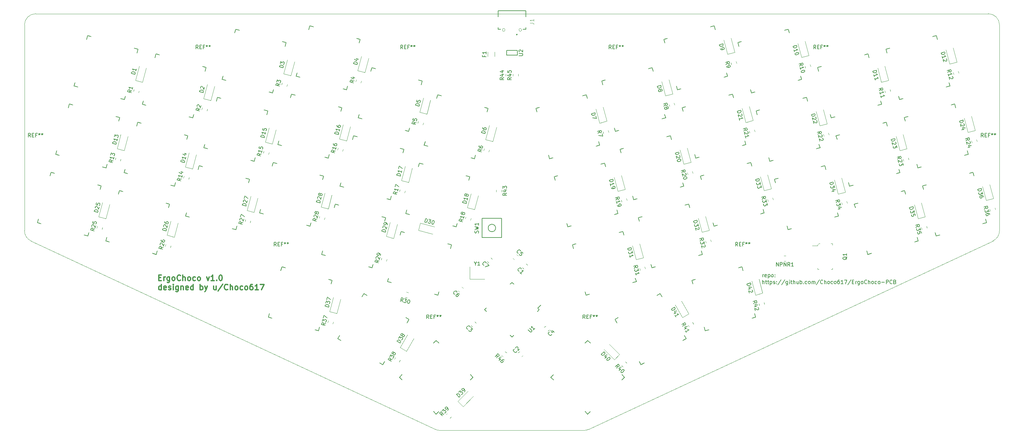
<source format=gbr>
%TF.GenerationSoftware,KiCad,Pcbnew,(5.1.6)-1*%
%TF.CreationDate,2020-07-11T10:23:58-05:00*%
%TF.ProjectId,ErgoChoco,4572676f-4368-46f6-936f-2e6b69636164,v1.0*%
%TF.SameCoordinates,Original*%
%TF.FileFunction,Legend,Top*%
%TF.FilePolarity,Positive*%
%FSLAX46Y46*%
G04 Gerber Fmt 4.6, Leading zero omitted, Abs format (unit mm)*
G04 Created by KiCad (PCBNEW (5.1.6)-1) date 2020-07-11 10:23:58*
%MOMM*%
%LPD*%
G01*
G04 APERTURE LIST*
%ADD10C,0.150000*%
%ADD11C,0.300000*%
%TA.AperFunction,Profile*%
%ADD12C,0.050000*%
%TD*%
%ADD13C,0.100000*%
%ADD14C,0.120000*%
%TA.AperFunction,Profile*%
%ADD15C,0.001000*%
%TD*%
%ADD16C,0.127000*%
%ADD17C,0.015000*%
G04 APERTURE END LIST*
D10*
X215807142Y-120252380D02*
X215807142Y-119585714D01*
X215807142Y-119776190D02*
X215854761Y-119680952D01*
X215902380Y-119633333D01*
X215997619Y-119585714D01*
X216092857Y-119585714D01*
X216807142Y-120204761D02*
X216711904Y-120252380D01*
X216521428Y-120252380D01*
X216426190Y-120204761D01*
X216378571Y-120109523D01*
X216378571Y-119728571D01*
X216426190Y-119633333D01*
X216521428Y-119585714D01*
X216711904Y-119585714D01*
X216807142Y-119633333D01*
X216854761Y-119728571D01*
X216854761Y-119823809D01*
X216378571Y-119919047D01*
X217283333Y-119585714D02*
X217283333Y-120585714D01*
X217283333Y-119633333D02*
X217378571Y-119585714D01*
X217569047Y-119585714D01*
X217664285Y-119633333D01*
X217711904Y-119680952D01*
X217759523Y-119776190D01*
X217759523Y-120061904D01*
X217711904Y-120157142D01*
X217664285Y-120204761D01*
X217569047Y-120252380D01*
X217378571Y-120252380D01*
X217283333Y-120204761D01*
X218330952Y-120252380D02*
X218235714Y-120204761D01*
X218188095Y-120157142D01*
X218140476Y-120061904D01*
X218140476Y-119776190D01*
X218188095Y-119680952D01*
X218235714Y-119633333D01*
X218330952Y-119585714D01*
X218473809Y-119585714D01*
X218569047Y-119633333D01*
X218616666Y-119680952D01*
X218664285Y-119776190D01*
X218664285Y-120061904D01*
X218616666Y-120157142D01*
X218569047Y-120204761D01*
X218473809Y-120252380D01*
X218330952Y-120252380D01*
X219092857Y-120157142D02*
X219140476Y-120204761D01*
X219092857Y-120252380D01*
X219045238Y-120204761D01*
X219092857Y-120157142D01*
X219092857Y-120252380D01*
X219092857Y-119633333D02*
X219140476Y-119680952D01*
X219092857Y-119728571D01*
X219045238Y-119680952D01*
X219092857Y-119633333D01*
X219092857Y-119728571D01*
X215769047Y-122077380D02*
X215769047Y-121077380D01*
X216197619Y-122077380D02*
X216197619Y-121553571D01*
X216150000Y-121458333D01*
X216054761Y-121410714D01*
X215911904Y-121410714D01*
X215816666Y-121458333D01*
X215769047Y-121505952D01*
X216530952Y-121410714D02*
X216911904Y-121410714D01*
X216673809Y-121077380D02*
X216673809Y-121934523D01*
X216721428Y-122029761D01*
X216816666Y-122077380D01*
X216911904Y-122077380D01*
X217102380Y-121410714D02*
X217483333Y-121410714D01*
X217245238Y-121077380D02*
X217245238Y-121934523D01*
X217292857Y-122029761D01*
X217388095Y-122077380D01*
X217483333Y-122077380D01*
X217816666Y-121410714D02*
X217816666Y-122410714D01*
X217816666Y-121458333D02*
X217911904Y-121410714D01*
X218102380Y-121410714D01*
X218197619Y-121458333D01*
X218245238Y-121505952D01*
X218292857Y-121601190D01*
X218292857Y-121886904D01*
X218245238Y-121982142D01*
X218197619Y-122029761D01*
X218102380Y-122077380D01*
X217911904Y-122077380D01*
X217816666Y-122029761D01*
X218673809Y-122029761D02*
X218769047Y-122077380D01*
X218959523Y-122077380D01*
X219054761Y-122029761D01*
X219102380Y-121934523D01*
X219102380Y-121886904D01*
X219054761Y-121791666D01*
X218959523Y-121744047D01*
X218816666Y-121744047D01*
X218721428Y-121696428D01*
X218673809Y-121601190D01*
X218673809Y-121553571D01*
X218721428Y-121458333D01*
X218816666Y-121410714D01*
X218959523Y-121410714D01*
X219054761Y-121458333D01*
X219530952Y-121982142D02*
X219578571Y-122029761D01*
X219530952Y-122077380D01*
X219483333Y-122029761D01*
X219530952Y-121982142D01*
X219530952Y-122077380D01*
X219530952Y-121458333D02*
X219578571Y-121505952D01*
X219530952Y-121553571D01*
X219483333Y-121505952D01*
X219530952Y-121458333D01*
X219530952Y-121553571D01*
X220721428Y-121029761D02*
X219864285Y-122315476D01*
X221769047Y-121029761D02*
X220911904Y-122315476D01*
X222530952Y-121410714D02*
X222530952Y-122220238D01*
X222483333Y-122315476D01*
X222435714Y-122363095D01*
X222340476Y-122410714D01*
X222197619Y-122410714D01*
X222102380Y-122363095D01*
X222530952Y-122029761D02*
X222435714Y-122077380D01*
X222245238Y-122077380D01*
X222150000Y-122029761D01*
X222102380Y-121982142D01*
X222054761Y-121886904D01*
X222054761Y-121601190D01*
X222102380Y-121505952D01*
X222150000Y-121458333D01*
X222245238Y-121410714D01*
X222435714Y-121410714D01*
X222530952Y-121458333D01*
X223007142Y-122077380D02*
X223007142Y-121410714D01*
X223007142Y-121077380D02*
X222959523Y-121125000D01*
X223007142Y-121172619D01*
X223054761Y-121125000D01*
X223007142Y-121077380D01*
X223007142Y-121172619D01*
X223340476Y-121410714D02*
X223721428Y-121410714D01*
X223483333Y-121077380D02*
X223483333Y-121934523D01*
X223530952Y-122029761D01*
X223626190Y-122077380D01*
X223721428Y-122077380D01*
X224054761Y-122077380D02*
X224054761Y-121077380D01*
X224483333Y-122077380D02*
X224483333Y-121553571D01*
X224435714Y-121458333D01*
X224340476Y-121410714D01*
X224197619Y-121410714D01*
X224102380Y-121458333D01*
X224054761Y-121505952D01*
X225388095Y-121410714D02*
X225388095Y-122077380D01*
X224959523Y-121410714D02*
X224959523Y-121934523D01*
X225007142Y-122029761D01*
X225102380Y-122077380D01*
X225245238Y-122077380D01*
X225340476Y-122029761D01*
X225388095Y-121982142D01*
X225864285Y-122077380D02*
X225864285Y-121077380D01*
X225864285Y-121458333D02*
X225959523Y-121410714D01*
X226150000Y-121410714D01*
X226245238Y-121458333D01*
X226292857Y-121505952D01*
X226340476Y-121601190D01*
X226340476Y-121886904D01*
X226292857Y-121982142D01*
X226245238Y-122029761D01*
X226150000Y-122077380D01*
X225959523Y-122077380D01*
X225864285Y-122029761D01*
X226769047Y-121982142D02*
X226816666Y-122029761D01*
X226769047Y-122077380D01*
X226721428Y-122029761D01*
X226769047Y-121982142D01*
X226769047Y-122077380D01*
X227673809Y-122029761D02*
X227578571Y-122077380D01*
X227388095Y-122077380D01*
X227292857Y-122029761D01*
X227245238Y-121982142D01*
X227197619Y-121886904D01*
X227197619Y-121601190D01*
X227245238Y-121505952D01*
X227292857Y-121458333D01*
X227388095Y-121410714D01*
X227578571Y-121410714D01*
X227673809Y-121458333D01*
X228245238Y-122077380D02*
X228150000Y-122029761D01*
X228102380Y-121982142D01*
X228054761Y-121886904D01*
X228054761Y-121601190D01*
X228102380Y-121505952D01*
X228150000Y-121458333D01*
X228245238Y-121410714D01*
X228388095Y-121410714D01*
X228483333Y-121458333D01*
X228530952Y-121505952D01*
X228578571Y-121601190D01*
X228578571Y-121886904D01*
X228530952Y-121982142D01*
X228483333Y-122029761D01*
X228388095Y-122077380D01*
X228245238Y-122077380D01*
X229007142Y-122077380D02*
X229007142Y-121410714D01*
X229007142Y-121505952D02*
X229054761Y-121458333D01*
X229150000Y-121410714D01*
X229292857Y-121410714D01*
X229388095Y-121458333D01*
X229435714Y-121553571D01*
X229435714Y-122077380D01*
X229435714Y-121553571D02*
X229483333Y-121458333D01*
X229578571Y-121410714D01*
X229721428Y-121410714D01*
X229816666Y-121458333D01*
X229864285Y-121553571D01*
X229864285Y-122077380D01*
X231054761Y-121029761D02*
X230197619Y-122315476D01*
X231959523Y-121982142D02*
X231911904Y-122029761D01*
X231769047Y-122077380D01*
X231673809Y-122077380D01*
X231530952Y-122029761D01*
X231435714Y-121934523D01*
X231388095Y-121839285D01*
X231340476Y-121648809D01*
X231340476Y-121505952D01*
X231388095Y-121315476D01*
X231435714Y-121220238D01*
X231530952Y-121125000D01*
X231673809Y-121077380D01*
X231769047Y-121077380D01*
X231911904Y-121125000D01*
X231959523Y-121172619D01*
X232388095Y-122077380D02*
X232388095Y-121077380D01*
X232816666Y-122077380D02*
X232816666Y-121553571D01*
X232769047Y-121458333D01*
X232673809Y-121410714D01*
X232530952Y-121410714D01*
X232435714Y-121458333D01*
X232388095Y-121505952D01*
X233435714Y-122077380D02*
X233340476Y-122029761D01*
X233292857Y-121982142D01*
X233245238Y-121886904D01*
X233245238Y-121601190D01*
X233292857Y-121505952D01*
X233340476Y-121458333D01*
X233435714Y-121410714D01*
X233578571Y-121410714D01*
X233673809Y-121458333D01*
X233721428Y-121505952D01*
X233769047Y-121601190D01*
X233769047Y-121886904D01*
X233721428Y-121982142D01*
X233673809Y-122029761D01*
X233578571Y-122077380D01*
X233435714Y-122077380D01*
X234626190Y-122029761D02*
X234530952Y-122077380D01*
X234340476Y-122077380D01*
X234245238Y-122029761D01*
X234197619Y-121982142D01*
X234150000Y-121886904D01*
X234150000Y-121601190D01*
X234197619Y-121505952D01*
X234245238Y-121458333D01*
X234340476Y-121410714D01*
X234530952Y-121410714D01*
X234626190Y-121458333D01*
X235197619Y-122077380D02*
X235102380Y-122029761D01*
X235054761Y-121982142D01*
X235007142Y-121886904D01*
X235007142Y-121601190D01*
X235054761Y-121505952D01*
X235102380Y-121458333D01*
X235197619Y-121410714D01*
X235340476Y-121410714D01*
X235435714Y-121458333D01*
X235483333Y-121505952D01*
X235530952Y-121601190D01*
X235530952Y-121886904D01*
X235483333Y-121982142D01*
X235435714Y-122029761D01*
X235340476Y-122077380D01*
X235197619Y-122077380D01*
X236388095Y-121077380D02*
X236197619Y-121077380D01*
X236102380Y-121125000D01*
X236054761Y-121172619D01*
X235959523Y-121315476D01*
X235911904Y-121505952D01*
X235911904Y-121886904D01*
X235959523Y-121982142D01*
X236007142Y-122029761D01*
X236102380Y-122077380D01*
X236292857Y-122077380D01*
X236388095Y-122029761D01*
X236435714Y-121982142D01*
X236483333Y-121886904D01*
X236483333Y-121648809D01*
X236435714Y-121553571D01*
X236388095Y-121505952D01*
X236292857Y-121458333D01*
X236102380Y-121458333D01*
X236007142Y-121505952D01*
X235959523Y-121553571D01*
X235911904Y-121648809D01*
X237435714Y-122077380D02*
X236864285Y-122077380D01*
X237150000Y-122077380D02*
X237150000Y-121077380D01*
X237054761Y-121220238D01*
X236959523Y-121315476D01*
X236864285Y-121363095D01*
X237769047Y-121077380D02*
X238435714Y-121077380D01*
X238007142Y-122077380D01*
X239530952Y-121029761D02*
X238673809Y-122315476D01*
X239864285Y-121553571D02*
X240197619Y-121553571D01*
X240340476Y-122077380D02*
X239864285Y-122077380D01*
X239864285Y-121077380D01*
X240340476Y-121077380D01*
X240769047Y-122077380D02*
X240769047Y-121410714D01*
X240769047Y-121601190D02*
X240816666Y-121505952D01*
X240864285Y-121458333D01*
X240959523Y-121410714D01*
X241054761Y-121410714D01*
X241816666Y-121410714D02*
X241816666Y-122220238D01*
X241769047Y-122315476D01*
X241721428Y-122363095D01*
X241626190Y-122410714D01*
X241483333Y-122410714D01*
X241388095Y-122363095D01*
X241816666Y-122029761D02*
X241721428Y-122077380D01*
X241530952Y-122077380D01*
X241435714Y-122029761D01*
X241388095Y-121982142D01*
X241340476Y-121886904D01*
X241340476Y-121601190D01*
X241388095Y-121505952D01*
X241435714Y-121458333D01*
X241530952Y-121410714D01*
X241721428Y-121410714D01*
X241816666Y-121458333D01*
X242435714Y-122077380D02*
X242340476Y-122029761D01*
X242292857Y-121982142D01*
X242245238Y-121886904D01*
X242245238Y-121601190D01*
X242292857Y-121505952D01*
X242340476Y-121458333D01*
X242435714Y-121410714D01*
X242578571Y-121410714D01*
X242673809Y-121458333D01*
X242721428Y-121505952D01*
X242769047Y-121601190D01*
X242769047Y-121886904D01*
X242721428Y-121982142D01*
X242673809Y-122029761D01*
X242578571Y-122077380D01*
X242435714Y-122077380D01*
X243769047Y-121982142D02*
X243721428Y-122029761D01*
X243578571Y-122077380D01*
X243483333Y-122077380D01*
X243340476Y-122029761D01*
X243245238Y-121934523D01*
X243197619Y-121839285D01*
X243150000Y-121648809D01*
X243150000Y-121505952D01*
X243197619Y-121315476D01*
X243245238Y-121220238D01*
X243340476Y-121125000D01*
X243483333Y-121077380D01*
X243578571Y-121077380D01*
X243721428Y-121125000D01*
X243769047Y-121172619D01*
X244197619Y-122077380D02*
X244197619Y-121077380D01*
X244626190Y-122077380D02*
X244626190Y-121553571D01*
X244578571Y-121458333D01*
X244483333Y-121410714D01*
X244340476Y-121410714D01*
X244245238Y-121458333D01*
X244197619Y-121505952D01*
X245245238Y-122077380D02*
X245150000Y-122029761D01*
X245102380Y-121982142D01*
X245054761Y-121886904D01*
X245054761Y-121601190D01*
X245102380Y-121505952D01*
X245150000Y-121458333D01*
X245245238Y-121410714D01*
X245388095Y-121410714D01*
X245483333Y-121458333D01*
X245530952Y-121505952D01*
X245578571Y-121601190D01*
X245578571Y-121886904D01*
X245530952Y-121982142D01*
X245483333Y-122029761D01*
X245388095Y-122077380D01*
X245245238Y-122077380D01*
X246435714Y-122029761D02*
X246340476Y-122077380D01*
X246150000Y-122077380D01*
X246054761Y-122029761D01*
X246007142Y-121982142D01*
X245959523Y-121886904D01*
X245959523Y-121601190D01*
X246007142Y-121505952D01*
X246054761Y-121458333D01*
X246150000Y-121410714D01*
X246340476Y-121410714D01*
X246435714Y-121458333D01*
X247007142Y-122077380D02*
X246911904Y-122029761D01*
X246864285Y-121982142D01*
X246816666Y-121886904D01*
X246816666Y-121601190D01*
X246864285Y-121505952D01*
X246911904Y-121458333D01*
X247007142Y-121410714D01*
X247150000Y-121410714D01*
X247245238Y-121458333D01*
X247292857Y-121505952D01*
X247340476Y-121601190D01*
X247340476Y-121886904D01*
X247292857Y-121982142D01*
X247245238Y-122029761D01*
X247150000Y-122077380D01*
X247007142Y-122077380D01*
X247769047Y-121696428D02*
X248530952Y-121696428D01*
X249007142Y-122077380D02*
X249007142Y-121077380D01*
X249388095Y-121077380D01*
X249483333Y-121125000D01*
X249530952Y-121172619D01*
X249578571Y-121267857D01*
X249578571Y-121410714D01*
X249530952Y-121505952D01*
X249483333Y-121553571D01*
X249388095Y-121601190D01*
X249007142Y-121601190D01*
X250578571Y-121982142D02*
X250530952Y-122029761D01*
X250388095Y-122077380D01*
X250292857Y-122077380D01*
X250150000Y-122029761D01*
X250054761Y-121934523D01*
X250007142Y-121839285D01*
X249959523Y-121648809D01*
X249959523Y-121505952D01*
X250007142Y-121315476D01*
X250054761Y-121220238D01*
X250150000Y-121125000D01*
X250292857Y-121077380D01*
X250388095Y-121077380D01*
X250530952Y-121125000D01*
X250578571Y-121172619D01*
X251340476Y-121553571D02*
X251483333Y-121601190D01*
X251530952Y-121648809D01*
X251578571Y-121744047D01*
X251578571Y-121886904D01*
X251530952Y-121982142D01*
X251483333Y-122029761D01*
X251388095Y-122077380D01*
X251007142Y-122077380D01*
X251007142Y-121077380D01*
X251340476Y-121077380D01*
X251435714Y-121125000D01*
X251483333Y-121172619D01*
X251530952Y-121267857D01*
X251530952Y-121363095D01*
X251483333Y-121458333D01*
X251435714Y-121505952D01*
X251340476Y-121553571D01*
X251007142Y-121553571D01*
D11*
X54207142Y-123728571D02*
X54207142Y-122228571D01*
X54207142Y-123657142D02*
X54064285Y-123728571D01*
X53778571Y-123728571D01*
X53635714Y-123657142D01*
X53564285Y-123585714D01*
X53492857Y-123442857D01*
X53492857Y-123014285D01*
X53564285Y-122871428D01*
X53635714Y-122800000D01*
X53778571Y-122728571D01*
X54064285Y-122728571D01*
X54207142Y-122800000D01*
X55492857Y-123657142D02*
X55349999Y-123728571D01*
X55064285Y-123728571D01*
X54921428Y-123657142D01*
X54849999Y-123514285D01*
X54849999Y-122942857D01*
X54921428Y-122800000D01*
X55064285Y-122728571D01*
X55349999Y-122728571D01*
X55492857Y-122800000D01*
X55564285Y-122942857D01*
X55564285Y-123085714D01*
X54849999Y-123228571D01*
X56135714Y-123657142D02*
X56278571Y-123728571D01*
X56564285Y-123728571D01*
X56707142Y-123657142D01*
X56778571Y-123514285D01*
X56778571Y-123442857D01*
X56707142Y-123300000D01*
X56564285Y-123228571D01*
X56349999Y-123228571D01*
X56207142Y-123157142D01*
X56135714Y-123014285D01*
X56135714Y-122942857D01*
X56207142Y-122800000D01*
X56349999Y-122728571D01*
X56564285Y-122728571D01*
X56707142Y-122800000D01*
X57421428Y-123728571D02*
X57421428Y-122728571D01*
X57421428Y-122228571D02*
X57349999Y-122300000D01*
X57421428Y-122371428D01*
X57492857Y-122300000D01*
X57421428Y-122228571D01*
X57421428Y-122371428D01*
X58778571Y-122728571D02*
X58778571Y-123942857D01*
X58707142Y-124085714D01*
X58635714Y-124157142D01*
X58492857Y-124228571D01*
X58278571Y-124228571D01*
X58135714Y-124157142D01*
X58778571Y-123657142D02*
X58635714Y-123728571D01*
X58349999Y-123728571D01*
X58207142Y-123657142D01*
X58135714Y-123585714D01*
X58064285Y-123442857D01*
X58064285Y-123014285D01*
X58135714Y-122871428D01*
X58207142Y-122800000D01*
X58349999Y-122728571D01*
X58635714Y-122728571D01*
X58778571Y-122800000D01*
X59492857Y-122728571D02*
X59492857Y-123728571D01*
X59492857Y-122871428D02*
X59564285Y-122800000D01*
X59707142Y-122728571D01*
X59921428Y-122728571D01*
X60064285Y-122800000D01*
X60135714Y-122942857D01*
X60135714Y-123728571D01*
X61421428Y-123657142D02*
X61278571Y-123728571D01*
X60992857Y-123728571D01*
X60849999Y-123657142D01*
X60778571Y-123514285D01*
X60778571Y-122942857D01*
X60849999Y-122800000D01*
X60992857Y-122728571D01*
X61278571Y-122728571D01*
X61421428Y-122800000D01*
X61492857Y-122942857D01*
X61492857Y-123085714D01*
X60778571Y-123228571D01*
X62778571Y-123728571D02*
X62778571Y-122228571D01*
X62778571Y-123657142D02*
X62635714Y-123728571D01*
X62349999Y-123728571D01*
X62207142Y-123657142D01*
X62135714Y-123585714D01*
X62064285Y-123442857D01*
X62064285Y-123014285D01*
X62135714Y-122871428D01*
X62207142Y-122800000D01*
X62349999Y-122728571D01*
X62635714Y-122728571D01*
X62778571Y-122800000D01*
X64635714Y-123728571D02*
X64635714Y-122228571D01*
X64635714Y-122800000D02*
X64778571Y-122728571D01*
X65064285Y-122728571D01*
X65207142Y-122800000D01*
X65278571Y-122871428D01*
X65349999Y-123014285D01*
X65349999Y-123442857D01*
X65278571Y-123585714D01*
X65207142Y-123657142D01*
X65064285Y-123728571D01*
X64778571Y-123728571D01*
X64635714Y-123657142D01*
X65849999Y-122728571D02*
X66207142Y-123728571D01*
X66564285Y-122728571D02*
X66207142Y-123728571D01*
X66064285Y-124085714D01*
X65992857Y-124157142D01*
X65849999Y-124228571D01*
X68921428Y-122728571D02*
X68921428Y-123728571D01*
X68278571Y-122728571D02*
X68278571Y-123514285D01*
X68350000Y-123657142D01*
X68492857Y-123728571D01*
X68707142Y-123728571D01*
X68850000Y-123657142D01*
X68921428Y-123585714D01*
X70707142Y-122157142D02*
X69421428Y-124085714D01*
X72064285Y-123585714D02*
X71992857Y-123657142D01*
X71778571Y-123728571D01*
X71635714Y-123728571D01*
X71421428Y-123657142D01*
X71278571Y-123514285D01*
X71207142Y-123371428D01*
X71135714Y-123085714D01*
X71135714Y-122871428D01*
X71207142Y-122585714D01*
X71278571Y-122442857D01*
X71421428Y-122300000D01*
X71635714Y-122228571D01*
X71778571Y-122228571D01*
X71992857Y-122300000D01*
X72064285Y-122371428D01*
X72707142Y-123728571D02*
X72707142Y-122228571D01*
X73350000Y-123728571D02*
X73350000Y-122942857D01*
X73278571Y-122800000D01*
X73135714Y-122728571D01*
X72921428Y-122728571D01*
X72778571Y-122800000D01*
X72707142Y-122871428D01*
X74278571Y-123728571D02*
X74135714Y-123657142D01*
X74064285Y-123585714D01*
X73992857Y-123442857D01*
X73992857Y-123014285D01*
X74064285Y-122871428D01*
X74135714Y-122800000D01*
X74278571Y-122728571D01*
X74492857Y-122728571D01*
X74635714Y-122800000D01*
X74707142Y-122871428D01*
X74778571Y-123014285D01*
X74778571Y-123442857D01*
X74707142Y-123585714D01*
X74635714Y-123657142D01*
X74492857Y-123728571D01*
X74278571Y-123728571D01*
X76064285Y-123657142D02*
X75921428Y-123728571D01*
X75635714Y-123728571D01*
X75492857Y-123657142D01*
X75421428Y-123585714D01*
X75350000Y-123442857D01*
X75350000Y-123014285D01*
X75421428Y-122871428D01*
X75492857Y-122800000D01*
X75635714Y-122728571D01*
X75921428Y-122728571D01*
X76064285Y-122800000D01*
X76921428Y-123728571D02*
X76778571Y-123657142D01*
X76707142Y-123585714D01*
X76635714Y-123442857D01*
X76635714Y-123014285D01*
X76707142Y-122871428D01*
X76778571Y-122800000D01*
X76921428Y-122728571D01*
X77135714Y-122728571D01*
X77278571Y-122800000D01*
X77350000Y-122871428D01*
X77421428Y-123014285D01*
X77421428Y-123442857D01*
X77350000Y-123585714D01*
X77278571Y-123657142D01*
X77135714Y-123728571D01*
X76921428Y-123728571D01*
X78707142Y-122228571D02*
X78421428Y-122228571D01*
X78278571Y-122300000D01*
X78207142Y-122371428D01*
X78064285Y-122585714D01*
X77992857Y-122871428D01*
X77992857Y-123442857D01*
X78064285Y-123585714D01*
X78135714Y-123657142D01*
X78278571Y-123728571D01*
X78564285Y-123728571D01*
X78707142Y-123657142D01*
X78778571Y-123585714D01*
X78850000Y-123442857D01*
X78850000Y-123085714D01*
X78778571Y-122942857D01*
X78707142Y-122871428D01*
X78564285Y-122800000D01*
X78278571Y-122800000D01*
X78135714Y-122871428D01*
X78064285Y-122942857D01*
X77992857Y-123085714D01*
X80278571Y-123728571D02*
X79421428Y-123728571D01*
X79850000Y-123728571D02*
X79850000Y-122228571D01*
X79707142Y-122442857D01*
X79564285Y-122585714D01*
X79421428Y-122657142D01*
X80778571Y-122228571D02*
X81778571Y-122228571D01*
X81135714Y-123728571D01*
X53500000Y-120442857D02*
X54000000Y-120442857D01*
X54214285Y-121228571D02*
X53500000Y-121228571D01*
X53500000Y-119728571D01*
X54214285Y-119728571D01*
X54857142Y-121228571D02*
X54857142Y-120228571D01*
X54857142Y-120514285D02*
X54928571Y-120371428D01*
X55000000Y-120300000D01*
X55142857Y-120228571D01*
X55285714Y-120228571D01*
X56428571Y-120228571D02*
X56428571Y-121442857D01*
X56357142Y-121585714D01*
X56285714Y-121657142D01*
X56142857Y-121728571D01*
X55928571Y-121728571D01*
X55785714Y-121657142D01*
X56428571Y-121157142D02*
X56285714Y-121228571D01*
X56000000Y-121228571D01*
X55857142Y-121157142D01*
X55785714Y-121085714D01*
X55714285Y-120942857D01*
X55714285Y-120514285D01*
X55785714Y-120371428D01*
X55857142Y-120300000D01*
X56000000Y-120228571D01*
X56285714Y-120228571D01*
X56428571Y-120300000D01*
X57357142Y-121228571D02*
X57214285Y-121157142D01*
X57142857Y-121085714D01*
X57071428Y-120942857D01*
X57071428Y-120514285D01*
X57142857Y-120371428D01*
X57214285Y-120300000D01*
X57357142Y-120228571D01*
X57571428Y-120228571D01*
X57714285Y-120300000D01*
X57785714Y-120371428D01*
X57857142Y-120514285D01*
X57857142Y-120942857D01*
X57785714Y-121085714D01*
X57714285Y-121157142D01*
X57571428Y-121228571D01*
X57357142Y-121228571D01*
X59357142Y-121085714D02*
X59285714Y-121157142D01*
X59071428Y-121228571D01*
X58928571Y-121228571D01*
X58714285Y-121157142D01*
X58571428Y-121014285D01*
X58500000Y-120871428D01*
X58428571Y-120585714D01*
X58428571Y-120371428D01*
X58500000Y-120085714D01*
X58571428Y-119942857D01*
X58714285Y-119800000D01*
X58928571Y-119728571D01*
X59071428Y-119728571D01*
X59285714Y-119800000D01*
X59357142Y-119871428D01*
X60000000Y-121228571D02*
X60000000Y-119728571D01*
X60642857Y-121228571D02*
X60642857Y-120442857D01*
X60571428Y-120300000D01*
X60428571Y-120228571D01*
X60214285Y-120228571D01*
X60071428Y-120300000D01*
X60000000Y-120371428D01*
X61571428Y-121228571D02*
X61428571Y-121157142D01*
X61357142Y-121085714D01*
X61285714Y-120942857D01*
X61285714Y-120514285D01*
X61357142Y-120371428D01*
X61428571Y-120300000D01*
X61571428Y-120228571D01*
X61785714Y-120228571D01*
X61928571Y-120300000D01*
X62000000Y-120371428D01*
X62071428Y-120514285D01*
X62071428Y-120942857D01*
X62000000Y-121085714D01*
X61928571Y-121157142D01*
X61785714Y-121228571D01*
X61571428Y-121228571D01*
X63357142Y-121157142D02*
X63214285Y-121228571D01*
X62928571Y-121228571D01*
X62785714Y-121157142D01*
X62714285Y-121085714D01*
X62642857Y-120942857D01*
X62642857Y-120514285D01*
X62714285Y-120371428D01*
X62785714Y-120300000D01*
X62928571Y-120228571D01*
X63214285Y-120228571D01*
X63357142Y-120300000D01*
X64214285Y-121228571D02*
X64071428Y-121157142D01*
X64000000Y-121085714D01*
X63928571Y-120942857D01*
X63928571Y-120514285D01*
X64000000Y-120371428D01*
X64071428Y-120300000D01*
X64214285Y-120228571D01*
X64428571Y-120228571D01*
X64571428Y-120300000D01*
X64642857Y-120371428D01*
X64714285Y-120514285D01*
X64714285Y-120942857D01*
X64642857Y-121085714D01*
X64571428Y-121157142D01*
X64428571Y-121228571D01*
X64214285Y-121228571D01*
X66357142Y-120228571D02*
X66714285Y-121228571D01*
X67071428Y-120228571D01*
X68428571Y-121228571D02*
X67571428Y-121228571D01*
X68000000Y-121228571D02*
X68000000Y-119728571D01*
X67857142Y-119942857D01*
X67714285Y-120085714D01*
X67571428Y-120157142D01*
X69071428Y-121085714D02*
X69142857Y-121157142D01*
X69071428Y-121228571D01*
X69000000Y-121157142D01*
X69071428Y-121085714D01*
X69071428Y-121228571D01*
X70071428Y-119728571D02*
X70214285Y-119728571D01*
X70357142Y-119800000D01*
X70428571Y-119871428D01*
X70500000Y-120014285D01*
X70571428Y-120300000D01*
X70571428Y-120657142D01*
X70500000Y-120942857D01*
X70428571Y-121085714D01*
X70357142Y-121157142D01*
X70214285Y-121228571D01*
X70071428Y-121228571D01*
X69928571Y-121157142D01*
X69857142Y-121085714D01*
X69785714Y-120942857D01*
X69714285Y-120657142D01*
X69714285Y-120300000D01*
X69785714Y-120014285D01*
X69857142Y-119871428D01*
X69928571Y-119800000D01*
X70071428Y-119728571D01*
D12*
X276431250Y-49500000D02*
G75*
G02*
X279431250Y-52500000I0J-3000000D01*
G01*
X279431245Y-107828643D02*
G75*
G02*
X277699100Y-110547560I-2999995J3D01*
G01*
X169034025Y-161218923D02*
G75*
G02*
X167766170Y-161500000I-1267855J2718923D01*
G01*
X129096333Y-161499995D02*
G75*
G02*
X127828480Y-161218920I-3J2999995D01*
G01*
X19163395Y-110547563D02*
G75*
G02*
X17431250Y-107828640I1267855J2718923D01*
G01*
X17431250Y-52500000D02*
G75*
G02*
X20431250Y-49500000I3000000J0D01*
G01*
X17431250Y-107828640D02*
X17431250Y-52500000D01*
X127828480Y-161218920D02*
X19163400Y-110547560D01*
X167766170Y-161500000D02*
X129096330Y-161500000D01*
X277699100Y-110547560D02*
X169034020Y-161218920D01*
X279431250Y-52500000D02*
X279431250Y-107828640D01*
X20431250Y-49500000D02*
X276431250Y-49500000D01*
D10*
%TO.C,MX40*%
X159597612Y-147917107D02*
X158890505Y-147210000D01*
X168790000Y-157109495D02*
X169497107Y-156402388D01*
X159597612Y-146502893D02*
X158890505Y-147210000D01*
X168790000Y-157109495D02*
X168082893Y-156402388D01*
X177982388Y-146502893D02*
X178689495Y-147210000D01*
X168790000Y-137310505D02*
X168082893Y-138017612D01*
X177982388Y-147917107D02*
X178689495Y-147210000D01*
X168790000Y-137310505D02*
X169497107Y-138017612D01*
%TO.C,SW1*%
X144034900Y-107094950D02*
G75*
G03*
X144034900Y-107094950I-1000000J0D01*
G01*
X140434900Y-104494950D02*
X145634900Y-104494950D01*
X140434900Y-109694950D02*
X140434900Y-104494950D01*
X145634900Y-109694950D02*
X140434900Y-109694950D01*
X145634900Y-104494950D02*
X145634900Y-109694950D01*
D13*
%TO.C,Q1*%
X231187000Y-111269500D02*
X230937000Y-111269500D01*
X230937000Y-111269500D02*
X230562000Y-111594500D01*
X230562000Y-111594500D02*
X230562000Y-111894500D01*
X230562000Y-111894500D02*
X229112000Y-111894500D01*
X234512000Y-111719500D02*
X234512000Y-111269500D01*
X234512000Y-111269500D02*
X234137000Y-111269500D01*
X230912000Y-118219500D02*
X230562000Y-118219500D01*
X230562000Y-118219500D02*
X230562000Y-117869500D01*
X234512000Y-117894500D02*
X234512000Y-118219500D01*
X234512000Y-118219500D02*
X234212000Y-118219500D01*
D10*
%TO.C,MX15*%
X69021433Y-72972712D02*
X69280253Y-72006786D01*
X65656786Y-85529747D02*
X66622712Y-85788567D01*
X70246178Y-72265605D02*
X69280253Y-72006786D01*
X65656786Y-85529747D02*
X65915605Y-84563822D01*
X79438567Y-88187288D02*
X79179747Y-89153214D01*
X82803214Y-75630253D02*
X81837288Y-75371433D01*
X78213822Y-88894395D02*
X79179747Y-89153214D01*
X82803214Y-75630253D02*
X82544395Y-76596178D01*
D14*
%TO.C,C1*%
X151580796Y-118084888D02*
X151215112Y-117719204D01*
X152584888Y-117080796D02*
X152219204Y-116715112D01*
%TO.C,C2*%
X150065112Y-140680796D02*
X150430796Y-140315112D01*
X151069204Y-141684888D02*
X151434888Y-141319204D01*
%TO.C,C3*%
X137784289Y-133663420D02*
X137418605Y-133297736D01*
X138788381Y-132659328D02*
X138422697Y-132293644D01*
%TO.C,C4*%
X158484888Y-134419204D02*
X158119204Y-134784888D01*
X157480796Y-133415112D02*
X157115112Y-133780796D01*
%TO.C,C5*%
X149669204Y-114215112D02*
X150034888Y-114580796D01*
X148665112Y-115219204D02*
X149030796Y-115584888D01*
%TO.C,C6*%
X134299029Y-124300760D02*
X133933345Y-123935076D01*
X135303121Y-123296668D02*
X134937437Y-122930984D01*
%TO.C,C7*%
X142136163Y-116463627D02*
X141770479Y-116097943D01*
X143140255Y-115459535D02*
X142774571Y-115093851D01*
%TO.C,D1*%
X47228094Y-67392370D02*
X49159946Y-67910008D01*
X49159946Y-67910008D02*
X50169340Y-64142897D01*
X47228094Y-67392370D02*
X48237489Y-63625259D01*
%TO.C,D2*%
X65578094Y-72302370D02*
X67509946Y-72820008D01*
X67509946Y-72820008D02*
X68519340Y-69052897D01*
X65578094Y-72302370D02*
X66587489Y-68535259D01*
%TO.C,D3*%
X87038094Y-65632370D02*
X88969946Y-66150008D01*
X88969946Y-66150008D02*
X89979340Y-62382897D01*
X87038094Y-65632370D02*
X88047489Y-61865259D01*
%TO.C,D4*%
X106938094Y-64752370D02*
X108869946Y-65270008D01*
X108869946Y-65270008D02*
X109879340Y-61502897D01*
X106938094Y-64752370D02*
X107947489Y-60985259D01*
%TO.C,D5*%
X123608094Y-75952370D02*
X125539946Y-76470008D01*
X125539946Y-76470008D02*
X126549340Y-72702897D01*
X123608094Y-75952370D02*
X124617489Y-72185259D01*
%TO.C,D6*%
X141318094Y-83282370D02*
X143249946Y-83800008D01*
X143249946Y-83800008D02*
X144259340Y-80032897D01*
X141318094Y-83282370D02*
X142327489Y-79515259D01*
%TO.C,D7*%
X171965143Y-78882446D02*
X173896995Y-78364808D01*
X173896995Y-78364808D02*
X172887600Y-74597697D01*
X171965143Y-78882446D02*
X170955749Y-75115335D01*
%TO.C,D8*%
X189675143Y-71552446D02*
X191606995Y-71034808D01*
X191606995Y-71034808D02*
X190597600Y-67267697D01*
X189675143Y-71552446D02*
X188665749Y-67785335D01*
%TO.C,D9*%
X206345143Y-60352446D02*
X208276995Y-59834808D01*
X208276995Y-59834808D02*
X207267600Y-56067697D01*
X206345143Y-60352446D02*
X205335749Y-56585335D01*
%TO.C,D10*%
X226245143Y-61232446D02*
X228176995Y-60714808D01*
X228176995Y-60714808D02*
X227167600Y-56947697D01*
X226245143Y-61232446D02*
X225235749Y-57465335D01*
%TO.C,D11*%
X247705143Y-67902446D02*
X249636995Y-67384808D01*
X249636995Y-67384808D02*
X248627600Y-63617697D01*
X247705143Y-67902446D02*
X246695749Y-64135335D01*
%TO.C,D12*%
X266055143Y-62992446D02*
X267986995Y-62474808D01*
X267986995Y-62474808D02*
X266977600Y-58707697D01*
X266055143Y-62992446D02*
X265045749Y-59225335D01*
%TO.C,D13*%
X42308094Y-85742370D02*
X44239946Y-86260008D01*
X44239946Y-86260008D02*
X45249340Y-82492897D01*
X42308094Y-85742370D02*
X43317489Y-81975259D01*
%TO.C,D14*%
X60658094Y-90662370D02*
X62589946Y-91180008D01*
X62589946Y-91180008D02*
X63599340Y-87412897D01*
X60658094Y-90662370D02*
X61667489Y-86895259D01*
%TO.C,D15*%
X82115361Y-83982370D02*
X84047213Y-84500008D01*
X84047213Y-84500008D02*
X85056607Y-80732897D01*
X82115361Y-83982370D02*
X83124756Y-80215259D01*
%TO.C,D16*%
X102028094Y-83112370D02*
X103959946Y-83630008D01*
X103959946Y-83630008D02*
X104969340Y-79862897D01*
X102028094Y-83112370D02*
X103037489Y-79345259D01*
%TO.C,D17*%
X118698094Y-94302370D02*
X120629946Y-94820008D01*
X120629946Y-94820008D02*
X121639340Y-91052897D01*
X118698094Y-94302370D02*
X119707489Y-90535259D01*
%TO.C,D18*%
X136398094Y-101632370D02*
X138329946Y-102150008D01*
X138329946Y-102150008D02*
X139339340Y-98382897D01*
X136398094Y-101632370D02*
X137407489Y-97865259D01*
%TO.C,D19*%
X176885143Y-97232446D02*
X178816995Y-96714808D01*
X178816995Y-96714808D02*
X177807600Y-92947697D01*
X176885143Y-97232446D02*
X175875749Y-93465335D01*
%TO.C,D20*%
X194585143Y-89902446D02*
X196516995Y-89384808D01*
X196516995Y-89384808D02*
X195507600Y-85617697D01*
X194585143Y-89902446D02*
X193575749Y-86135335D01*
%TO.C,D21*%
X211255143Y-78712446D02*
X213186995Y-78194808D01*
X213186995Y-78194808D02*
X212177600Y-74427697D01*
X211255143Y-78712446D02*
X210245749Y-74945335D01*
%TO.C,D22*%
X231165143Y-79582446D02*
X233096995Y-79064808D01*
X233096995Y-79064808D02*
X232087600Y-75297697D01*
X231165143Y-79582446D02*
X230155749Y-75815335D01*
%TO.C,D23*%
X252625143Y-86262446D02*
X254556995Y-85744808D01*
X254556995Y-85744808D02*
X253547600Y-81977697D01*
X252625143Y-86262446D02*
X251615749Y-82495335D01*
%TO.C,D24*%
X270975143Y-81342446D02*
X272906995Y-80824808D01*
X272906995Y-80824808D02*
X271897600Y-77057697D01*
X270975143Y-81342446D02*
X269965749Y-77575335D01*
%TO.C,D25*%
X37388094Y-104032370D02*
X39319946Y-104550008D01*
X39319946Y-104550008D02*
X40329340Y-100782897D01*
X37388094Y-104032370D02*
X38397489Y-100265259D01*
%TO.C,D26*%
X55748094Y-109012370D02*
X57679946Y-109530008D01*
X57679946Y-109530008D02*
X58689340Y-105762897D01*
X55748094Y-109012370D02*
X56757489Y-105245259D01*
%TO.C,D27*%
X77198094Y-102342370D02*
X79129946Y-102860008D01*
X79129946Y-102860008D02*
X80139340Y-99092897D01*
X77198094Y-102342370D02*
X78207489Y-98575259D01*
%TO.C,D28*%
X97108094Y-101462370D02*
X99039946Y-101980008D01*
X99039946Y-101980008D02*
X100049340Y-98212897D01*
X97108094Y-101462370D02*
X98117489Y-97695259D01*
%TO.C,D29*%
X114656731Y-109356514D02*
X116588583Y-109874152D01*
X116588583Y-109874152D02*
X117597977Y-106107041D01*
X114656731Y-109356514D02*
X115666126Y-105589403D01*
%TO.C,D30*%
X123815486Y-105766731D02*
X123297848Y-107698583D01*
X123297848Y-107698583D02*
X127064959Y-108707977D01*
X123815486Y-105766731D02*
X127582597Y-106776126D01*
%TO.C,D31*%
X181805143Y-115592446D02*
X183736995Y-115074808D01*
X183736995Y-115074808D02*
X182727600Y-111307697D01*
X181805143Y-115592446D02*
X180795749Y-111825335D01*
%TO.C,D32*%
X199505143Y-108252446D02*
X201436995Y-107734808D01*
X201436995Y-107734808D02*
X200427600Y-103967697D01*
X199505143Y-108252446D02*
X198495749Y-104485335D01*
%TO.C,D33*%
X216175143Y-97062446D02*
X218106995Y-96544808D01*
X218106995Y-96544808D02*
X217097600Y-92777697D01*
X216175143Y-97062446D02*
X215165749Y-93295335D01*
%TO.C,D34*%
X236085143Y-97942446D02*
X238016995Y-97424808D01*
X238016995Y-97424808D02*
X237007600Y-93657697D01*
X236085143Y-97942446D02*
X235075749Y-94175335D01*
%TO.C,D35*%
X257535143Y-104612446D02*
X259466995Y-104094808D01*
X259466995Y-104094808D02*
X258457600Y-100327697D01*
X257535143Y-104612446D02*
X256525749Y-100845335D01*
%TO.C,D36*%
X275895143Y-99692446D02*
X277826995Y-99174808D01*
X277826995Y-99174808D02*
X276817600Y-95407697D01*
X275895143Y-99692446D02*
X274885749Y-95925335D01*
%TO.C,D37*%
X99428094Y-129512370D02*
X101359946Y-130030008D01*
X101359946Y-130030008D02*
X102369340Y-126262897D01*
X99428094Y-129512370D02*
X100437489Y-125745259D01*
%TO.C,D38*%
X118342815Y-139199137D02*
X120074865Y-140199137D01*
X120074865Y-140199137D02*
X122024865Y-136821638D01*
X118342815Y-139199137D02*
X120292815Y-135821638D01*
%TO.C,D39*%
X133869143Y-153676193D02*
X135283357Y-155090407D01*
X135283357Y-155090407D02*
X138041073Y-152332691D01*
X133869143Y-153676193D02*
X136626859Y-150918477D01*
%TO.C,D40*%
X175917135Y-142496102D02*
X177331349Y-141081888D01*
X177331349Y-141081888D02*
X174573633Y-138324172D01*
X175917135Y-142496102D02*
X173159419Y-139738386D01*
%TO.C,D41*%
X194244665Y-131152310D02*
X195976715Y-130152310D01*
X195976715Y-130152310D02*
X194026715Y-126774811D01*
X194244665Y-131152310D02*
X192294665Y-127774811D01*
%TO.C,D42*%
X213855143Y-125112446D02*
X215786995Y-124594808D01*
X215786995Y-124594808D02*
X214777600Y-120827697D01*
X213855143Y-125112446D02*
X212845749Y-121345335D01*
%TO.C,F1*%
X141940000Y-61002064D02*
X141940000Y-59797936D01*
X143760000Y-61002064D02*
X143760000Y-59797936D01*
D15*
%TO.C,J1*%
X150330750Y-53924500D02*
X150330750Y-53850000D01*
X150981750Y-53775500D02*
X150981750Y-53850000D01*
X150331250Y-53850000D02*
X150331250Y-53775000D01*
X150981250Y-53850000D02*
X150981250Y-53925000D01*
X145880750Y-53924500D02*
X145880750Y-53850000D01*
X146531750Y-53775500D02*
X146531750Y-53850000D01*
X145881250Y-53850000D02*
X145881250Y-53775000D01*
X146531250Y-53850000D02*
X146531250Y-53925000D01*
D16*
X149881250Y-55100000D02*
G75*
G03*
X149881250Y-55100000I-150000J0D01*
G01*
X144681250Y-48700000D02*
X152181250Y-48700000D01*
X144681250Y-50325000D02*
X144681250Y-48700000D01*
X144681250Y-53700000D02*
X144681250Y-53200000D01*
X145431250Y-53700000D02*
X144681250Y-53700000D01*
X152181250Y-53700000D02*
X151431250Y-53700000D01*
X152181250Y-53200000D02*
X152181250Y-53700000D01*
X152181250Y-48700000D02*
X152181250Y-50325000D01*
D15*
X150656250Y-54250000D02*
G75*
G02*
X150330750Y-53924500I0J325500D01*
G01*
X150656250Y-53450000D02*
G75*
G02*
X150981750Y-53775500I0J-325500D01*
G01*
X150331250Y-53775000D02*
G75*
G02*
X150656250Y-53450000I325000J0D01*
G01*
X150981250Y-53925000D02*
G75*
G02*
X150656250Y-54250000I-325000J0D01*
G01*
X146206250Y-54250000D02*
G75*
G02*
X145880750Y-53924500I0J325500D01*
G01*
X146206250Y-53450000D02*
G75*
G02*
X146531750Y-53775500I0J-325500D01*
G01*
X145881250Y-53775000D02*
G75*
G02*
X146206250Y-53450000I325000J0D01*
G01*
X146531250Y-53925000D02*
G75*
G02*
X146206250Y-54250000I-325000J0D01*
G01*
D10*
%TO.C,MX1*%
X34131433Y-56382712D02*
X34390253Y-55416786D01*
X30766786Y-68939747D02*
X31732712Y-69198567D01*
X35356178Y-55675605D02*
X34390253Y-55416786D01*
X30766786Y-68939747D02*
X31025605Y-67973822D01*
X44548567Y-71597288D02*
X44289747Y-72563214D01*
X47913214Y-59040253D02*
X46947288Y-58781433D01*
X43323822Y-72304395D02*
X44289747Y-72563214D01*
X47913214Y-59040253D02*
X47654395Y-60006178D01*
%TO.C,MX2*%
X52481433Y-61292712D02*
X52740253Y-60326786D01*
X49116786Y-73849747D02*
X50082712Y-74108567D01*
X53706178Y-60585605D02*
X52740253Y-60326786D01*
X49116786Y-73849747D02*
X49375605Y-72883822D01*
X62898567Y-76507288D02*
X62639747Y-77473214D01*
X66263214Y-63950253D02*
X65297288Y-63691433D01*
X61673822Y-77214395D02*
X62639747Y-77473214D01*
X66263214Y-63950253D02*
X66004395Y-64916178D01*
%TO.C,MX3*%
X73941433Y-54622712D02*
X74200253Y-53656786D01*
X70576786Y-67179747D02*
X71542712Y-67438567D01*
X75166178Y-53915605D02*
X74200253Y-53656786D01*
X70576786Y-67179747D02*
X70835605Y-66213822D01*
X84358567Y-69837288D02*
X84099747Y-70803214D01*
X87723214Y-57280253D02*
X86757288Y-57021433D01*
X83133822Y-70544395D02*
X84099747Y-70803214D01*
X87723214Y-57280253D02*
X87464395Y-58246178D01*
%TO.C,MX4*%
X93841433Y-53742712D02*
X94100253Y-52776786D01*
X90476786Y-66299747D02*
X91442712Y-66558567D01*
X95066178Y-53035605D02*
X94100253Y-52776786D01*
X90476786Y-66299747D02*
X90735605Y-65333822D01*
X104258567Y-68957288D02*
X103999747Y-69923214D01*
X107623214Y-56400253D02*
X106657288Y-56141433D01*
X103033822Y-69664395D02*
X103999747Y-69923214D01*
X107623214Y-56400253D02*
X107364395Y-57366178D01*
%TO.C,MX5*%
X110511433Y-64942712D02*
X110770253Y-63976786D01*
X107146786Y-77499747D02*
X108112712Y-77758567D01*
X111736178Y-64235605D02*
X110770253Y-63976786D01*
X107146786Y-77499747D02*
X107405605Y-76533822D01*
X120928567Y-80157288D02*
X120669747Y-81123214D01*
X124293214Y-67600253D02*
X123327288Y-67341433D01*
X119703822Y-80864395D02*
X120669747Y-81123214D01*
X124293214Y-67600253D02*
X124034395Y-68566178D01*
%TO.C,MX6*%
X128221433Y-72272712D02*
X128480253Y-71306786D01*
X124856786Y-84829747D02*
X125822712Y-85088567D01*
X129446178Y-71565605D02*
X128480253Y-71306786D01*
X124856786Y-84829747D02*
X125115605Y-83863822D01*
X138638567Y-87487288D02*
X138379747Y-88453214D01*
X142003214Y-74930253D02*
X141037288Y-74671433D01*
X137413822Y-88194395D02*
X138379747Y-88453214D01*
X142003214Y-74930253D02*
X141744395Y-75896178D01*
%TO.C,MX7*%
X155115605Y-75896178D02*
X154856786Y-74930253D01*
X158480253Y-88453214D02*
X159446178Y-88194395D01*
X155822712Y-74671433D02*
X154856786Y-74930253D01*
X158480253Y-88453214D02*
X158221433Y-87487288D01*
X171744395Y-83863822D02*
X172003214Y-84829747D01*
X168379747Y-71306786D02*
X167413822Y-71565605D01*
X171037288Y-85088567D02*
X172003214Y-84829747D01*
X168379747Y-71306786D02*
X168638567Y-72272712D01*
%TO.C,MX8*%
X172825605Y-68566178D02*
X172566786Y-67600253D01*
X176190253Y-81123214D02*
X177156178Y-80864395D01*
X173532712Y-67341433D02*
X172566786Y-67600253D01*
X176190253Y-81123214D02*
X175931433Y-80157288D01*
X189454395Y-76533822D02*
X189713214Y-77499747D01*
X186089747Y-63976786D02*
X185123822Y-64235605D01*
X188747288Y-77758567D02*
X189713214Y-77499747D01*
X186089747Y-63976786D02*
X186348567Y-64942712D01*
%TO.C,MX9*%
X189495605Y-57366178D02*
X189236786Y-56400253D01*
X192860253Y-69923214D02*
X193826178Y-69664395D01*
X190202712Y-56141433D02*
X189236786Y-56400253D01*
X192860253Y-69923214D02*
X192601433Y-68957288D01*
X206124395Y-65333822D02*
X206383214Y-66299747D01*
X202759747Y-52776786D02*
X201793822Y-53035605D01*
X205417288Y-66558567D02*
X206383214Y-66299747D01*
X202759747Y-52776786D02*
X203018567Y-53742712D01*
%TO.C,MX10*%
X209395605Y-58246178D02*
X209136786Y-57280253D01*
X212760253Y-70803214D02*
X213726178Y-70544395D01*
X210102712Y-57021433D02*
X209136786Y-57280253D01*
X212760253Y-70803214D02*
X212501433Y-69837288D01*
X226024395Y-66213822D02*
X226283214Y-67179747D01*
X222659747Y-53656786D02*
X221693822Y-53915605D01*
X225317288Y-67438567D02*
X226283214Y-67179747D01*
X222659747Y-53656786D02*
X222918567Y-54622712D01*
%TO.C,MX11*%
X230855605Y-64916178D02*
X230596786Y-63950253D01*
X234220253Y-77473214D02*
X235186178Y-77214395D01*
X231562712Y-63691433D02*
X230596786Y-63950253D01*
X234220253Y-77473214D02*
X233961433Y-76507288D01*
X247484395Y-72883822D02*
X247743214Y-73849747D01*
X244119747Y-60326786D02*
X243153822Y-60585605D01*
X246777288Y-74108567D02*
X247743214Y-73849747D01*
X244119747Y-60326786D02*
X244378567Y-61292712D01*
%TO.C,MX12*%
X249205605Y-60006178D02*
X248946786Y-59040253D01*
X252570253Y-72563214D02*
X253536178Y-72304395D01*
X249912712Y-58781433D02*
X248946786Y-59040253D01*
X252570253Y-72563214D02*
X252311433Y-71597288D01*
X265834395Y-67973822D02*
X266093214Y-68939747D01*
X262469747Y-55416786D02*
X261503822Y-55675605D01*
X265127288Y-69198567D02*
X266093214Y-68939747D01*
X262469747Y-55416786D02*
X262728567Y-56382712D01*
%TO.C,MX13*%
X29211433Y-74732712D02*
X29470253Y-73766786D01*
X25846786Y-87289747D02*
X26812712Y-87548567D01*
X30436178Y-74025605D02*
X29470253Y-73766786D01*
X25846786Y-87289747D02*
X26105605Y-86323822D01*
X39628567Y-89947288D02*
X39369747Y-90913214D01*
X42993214Y-77390253D02*
X42027288Y-77131433D01*
X38403822Y-90654395D02*
X39369747Y-90913214D01*
X42993214Y-77390253D02*
X42734395Y-78356178D01*
%TO.C,MX14*%
X47561433Y-79652712D02*
X47820253Y-78686786D01*
X44196786Y-92209747D02*
X45162712Y-92468567D01*
X48786178Y-78945605D02*
X47820253Y-78686786D01*
X44196786Y-92209747D02*
X44455605Y-91243822D01*
X57978567Y-94867288D02*
X57719747Y-95833214D01*
X61343214Y-82310253D02*
X60377288Y-82051433D01*
X56753822Y-95574395D02*
X57719747Y-95833214D01*
X61343214Y-82310253D02*
X61084395Y-83276178D01*
%TO.C,MX16*%
X88931433Y-72102712D02*
X89190253Y-71136786D01*
X85566786Y-84659747D02*
X86532712Y-84918567D01*
X90156178Y-71395605D02*
X89190253Y-71136786D01*
X85566786Y-84659747D02*
X85825605Y-83693822D01*
X99348567Y-87317288D02*
X99089747Y-88283214D01*
X102713214Y-74760253D02*
X101747288Y-74501433D01*
X98123822Y-88024395D02*
X99089747Y-88283214D01*
X102713214Y-74760253D02*
X102454395Y-75726178D01*
%TO.C,MX17*%
X105601433Y-83292712D02*
X105860253Y-82326786D01*
X102236786Y-95849747D02*
X103202712Y-96108567D01*
X106826178Y-82585605D02*
X105860253Y-82326786D01*
X102236786Y-95849747D02*
X102495605Y-94883822D01*
X116018567Y-98507288D02*
X115759747Y-99473214D01*
X119383214Y-85950253D02*
X118417288Y-85691433D01*
X114793822Y-99214395D02*
X115759747Y-99473214D01*
X119383214Y-85950253D02*
X119124395Y-86916178D01*
%TO.C,MX18*%
X123301433Y-90622712D02*
X123560253Y-89656786D01*
X119936786Y-103179747D02*
X120902712Y-103438567D01*
X124526178Y-89915605D02*
X123560253Y-89656786D01*
X119936786Y-103179747D02*
X120195605Y-102213822D01*
X133718567Y-105837288D02*
X133459747Y-106803214D01*
X137083214Y-93280253D02*
X136117288Y-93021433D01*
X132493822Y-106544395D02*
X133459747Y-106803214D01*
X137083214Y-93280253D02*
X136824395Y-94246178D01*
%TO.C,MX19*%
X160035605Y-94246178D02*
X159776786Y-93280253D01*
X163400253Y-106803214D02*
X164366178Y-106544395D01*
X160742712Y-93021433D02*
X159776786Y-93280253D01*
X163400253Y-106803214D02*
X163141433Y-105837288D01*
X176664395Y-102213822D02*
X176923214Y-103179747D01*
X173299747Y-89656786D02*
X172333822Y-89915605D01*
X175957288Y-103438567D02*
X176923214Y-103179747D01*
X173299747Y-89656786D02*
X173558567Y-90622712D01*
%TO.C,MX20*%
X177735605Y-86916178D02*
X177476786Y-85950253D01*
X181100253Y-99473214D02*
X182066178Y-99214395D01*
X178442712Y-85691433D02*
X177476786Y-85950253D01*
X181100253Y-99473214D02*
X180841433Y-98507288D01*
X194364395Y-94883822D02*
X194623214Y-95849747D01*
X190999747Y-82326786D02*
X190033822Y-82585605D01*
X193657288Y-96108567D02*
X194623214Y-95849747D01*
X190999747Y-82326786D02*
X191258567Y-83292712D01*
%TO.C,MX21*%
X194405605Y-75726178D02*
X194146786Y-74760253D01*
X197770253Y-88283214D02*
X198736178Y-88024395D01*
X195112712Y-74501433D02*
X194146786Y-74760253D01*
X197770253Y-88283214D02*
X197511433Y-87317288D01*
X211034395Y-83693822D02*
X211293214Y-84659747D01*
X207669747Y-71136786D02*
X206703822Y-71395605D01*
X210327288Y-84918567D02*
X211293214Y-84659747D01*
X207669747Y-71136786D02*
X207928567Y-72102712D01*
%TO.C,MX22*%
X214315605Y-76596178D02*
X214056786Y-75630253D01*
X217680253Y-89153214D02*
X218646178Y-88894395D01*
X215022712Y-75371433D02*
X214056786Y-75630253D01*
X217680253Y-89153214D02*
X217421433Y-88187288D01*
X230944395Y-84563822D02*
X231203214Y-85529747D01*
X227579747Y-72006786D02*
X226613822Y-72265605D01*
X230237288Y-85788567D02*
X231203214Y-85529747D01*
X227579747Y-72006786D02*
X227838567Y-72972712D01*
%TO.C,MX23*%
X235775605Y-83276178D02*
X235516786Y-82310253D01*
X239140253Y-95833214D02*
X240106178Y-95574395D01*
X236482712Y-82051433D02*
X235516786Y-82310253D01*
X239140253Y-95833214D02*
X238881433Y-94867288D01*
X252404395Y-91243822D02*
X252663214Y-92209747D01*
X249039747Y-78686786D02*
X248073822Y-78945605D01*
X251697288Y-92468567D02*
X252663214Y-92209747D01*
X249039747Y-78686786D02*
X249298567Y-79652712D01*
%TO.C,MX24*%
X254125605Y-78356178D02*
X253866786Y-77390253D01*
X257490253Y-90913214D02*
X258456178Y-90654395D01*
X254832712Y-77131433D02*
X253866786Y-77390253D01*
X257490253Y-90913214D02*
X257231433Y-89947288D01*
X270754395Y-86323822D02*
X271013214Y-87289747D01*
X267389747Y-73766786D02*
X266423822Y-74025605D01*
X270047288Y-87548567D02*
X271013214Y-87289747D01*
X267389747Y-73766786D02*
X267648567Y-74732712D01*
%TO.C,MX25*%
X24291433Y-93082712D02*
X24550253Y-92116786D01*
X20926786Y-105639747D02*
X21892712Y-105898567D01*
X25516178Y-92375605D02*
X24550253Y-92116786D01*
X20926786Y-105639747D02*
X21185605Y-104673822D01*
X34708567Y-108297288D02*
X34449747Y-109263214D01*
X38073214Y-95740253D02*
X37107288Y-95481433D01*
X33483822Y-109004395D02*
X34449747Y-109263214D01*
X38073214Y-95740253D02*
X37814395Y-96706178D01*
%TO.C,MX26*%
X42651433Y-98002712D02*
X42910253Y-97036786D01*
X39286786Y-110559747D02*
X40252712Y-110818567D01*
X43876178Y-97295605D02*
X42910253Y-97036786D01*
X39286786Y-110559747D02*
X39545605Y-109593822D01*
X53068567Y-113217288D02*
X52809747Y-114183214D01*
X56433214Y-100660253D02*
X55467288Y-100401433D01*
X51843822Y-113924395D02*
X52809747Y-114183214D01*
X56433214Y-100660253D02*
X56174395Y-101626178D01*
%TO.C,MX27*%
X64101433Y-91332712D02*
X64360253Y-90366786D01*
X60736786Y-103889747D02*
X61702712Y-104148567D01*
X65326178Y-90625605D02*
X64360253Y-90366786D01*
X60736786Y-103889747D02*
X60995605Y-102923822D01*
X74518567Y-106547288D02*
X74259747Y-107513214D01*
X77883214Y-93990253D02*
X76917288Y-93731433D01*
X73293822Y-107254395D02*
X74259747Y-107513214D01*
X77883214Y-93990253D02*
X77624395Y-94956178D01*
%TO.C,MX28*%
X84011433Y-90452712D02*
X84270253Y-89486786D01*
X80646786Y-103009747D02*
X81612712Y-103268567D01*
X85236178Y-89745605D02*
X84270253Y-89486786D01*
X80646786Y-103009747D02*
X80905605Y-102043822D01*
X94428567Y-105667288D02*
X94169747Y-106633214D01*
X97793214Y-93110253D02*
X96827288Y-92851433D01*
X93203822Y-106374395D02*
X94169747Y-106633214D01*
X97793214Y-93110253D02*
X97534395Y-94076178D01*
%TO.C,MX29*%
X100681433Y-101642712D02*
X100940253Y-100676786D01*
X97316786Y-114199747D02*
X98282712Y-114458567D01*
X101906178Y-100935605D02*
X100940253Y-100676786D01*
X97316786Y-114199747D02*
X97575605Y-113233822D01*
X111098567Y-116857288D02*
X110839747Y-117823214D01*
X114463214Y-104300253D02*
X113497288Y-104041433D01*
X109873822Y-117564395D02*
X110839747Y-117823214D01*
X114463214Y-104300253D02*
X114204395Y-105266178D01*
%TO.C,MX30*%
X118381433Y-108982712D02*
X118640253Y-108016786D01*
X115016786Y-121539747D02*
X115982712Y-121798567D01*
X119606178Y-108275605D02*
X118640253Y-108016786D01*
X115016786Y-121539747D02*
X115275605Y-120573822D01*
X128798567Y-124197288D02*
X128539747Y-125163214D01*
X132163214Y-111640253D02*
X131197288Y-111381433D01*
X127573822Y-124904395D02*
X128539747Y-125163214D01*
X132163214Y-111640253D02*
X131904395Y-112606178D01*
%TO.C,MX31*%
X164955605Y-112606178D02*
X164696786Y-111640253D01*
X168320253Y-125163214D02*
X169286178Y-124904395D01*
X165662712Y-111381433D02*
X164696786Y-111640253D01*
X168320253Y-125163214D02*
X168061433Y-124197288D01*
X181584395Y-120573822D02*
X181843214Y-121539747D01*
X178219747Y-108016786D02*
X177253822Y-108275605D01*
X180877288Y-121798567D02*
X181843214Y-121539747D01*
X178219747Y-108016786D02*
X178478567Y-108982712D01*
%TO.C,MX32*%
X182655605Y-105266178D02*
X182396786Y-104300253D01*
X186020253Y-117823214D02*
X186986178Y-117564395D01*
X183362712Y-104041433D02*
X182396786Y-104300253D01*
X186020253Y-117823214D02*
X185761433Y-116857288D01*
X199284395Y-113233822D02*
X199543214Y-114199747D01*
X195919747Y-100676786D02*
X194953822Y-100935605D01*
X198577288Y-114458567D02*
X199543214Y-114199747D01*
X195919747Y-100676786D02*
X196178567Y-101642712D01*
%TO.C,MX33*%
X199325605Y-94076178D02*
X199066786Y-93110253D01*
X202690253Y-106633214D02*
X203656178Y-106374395D01*
X200032712Y-92851433D02*
X199066786Y-93110253D01*
X202690253Y-106633214D02*
X202431433Y-105667288D01*
X215954395Y-102043822D02*
X216213214Y-103009747D01*
X212589747Y-89486786D02*
X211623822Y-89745605D01*
X215247288Y-103268567D02*
X216213214Y-103009747D01*
X212589747Y-89486786D02*
X212848567Y-90452712D01*
%TO.C,MX34*%
X219235605Y-94956178D02*
X218976786Y-93990253D01*
X222600253Y-107513214D02*
X223566178Y-107254395D01*
X219942712Y-93731433D02*
X218976786Y-93990253D01*
X222600253Y-107513214D02*
X222341433Y-106547288D01*
X235864395Y-102923822D02*
X236123214Y-103889747D01*
X232499747Y-90366786D02*
X231533822Y-90625605D01*
X235157288Y-104148567D02*
X236123214Y-103889747D01*
X232499747Y-90366786D02*
X232758567Y-91332712D01*
%TO.C,MX35*%
X240685605Y-101626178D02*
X240426786Y-100660253D01*
X244050253Y-114183214D02*
X245016178Y-113924395D01*
X241392712Y-100401433D02*
X240426786Y-100660253D01*
X244050253Y-114183214D02*
X243791433Y-113217288D01*
X257314395Y-109593822D02*
X257573214Y-110559747D01*
X253949747Y-97036786D02*
X252983822Y-97295605D01*
X256607288Y-110818567D02*
X257573214Y-110559747D01*
X253949747Y-97036786D02*
X254208567Y-98002712D01*
%TO.C,MX36*%
X259045605Y-96706178D02*
X258786786Y-95740253D01*
X262410253Y-109263214D02*
X263376178Y-109004395D01*
X259752712Y-95481433D02*
X258786786Y-95740253D01*
X262410253Y-109263214D02*
X262151433Y-108297288D01*
X275674395Y-104673822D02*
X275933214Y-105639747D01*
X272309747Y-92116786D02*
X271343822Y-92375605D01*
X274967288Y-105898567D02*
X275933214Y-105639747D01*
X272309747Y-92116786D02*
X272568567Y-93082712D01*
%TO.C,MX37*%
X86331433Y-118502712D02*
X86590253Y-117536786D01*
X82966786Y-131059747D02*
X83932712Y-131318567D01*
X87556178Y-117795605D02*
X86590253Y-117536786D01*
X82966786Y-131059747D02*
X83225605Y-130093822D01*
X96748567Y-133717288D02*
X96489747Y-134683214D01*
X100113214Y-121160253D02*
X99147288Y-120901433D01*
X95523822Y-134424395D02*
X96489747Y-134683214D01*
X100113214Y-121160253D02*
X99854395Y-122126178D01*
%TO.C,MX38*%
X108127822Y-125563848D02*
X108627822Y-124697822D01*
X101627822Y-136822178D02*
X102493848Y-137322178D01*
X109493848Y-125197822D02*
X108627822Y-124697822D01*
X101627822Y-136822178D02*
X102127822Y-135956152D01*
X114252178Y-142956152D02*
X113752178Y-143822178D01*
X120752178Y-131697822D02*
X119886152Y-131197822D01*
X112886152Y-143322178D02*
X113752178Y-143822178D01*
X120752178Y-131697822D02*
X120252178Y-132563848D01*
%TO.C,MX39*%
X127362893Y-138017612D02*
X128070000Y-137310505D01*
X118170505Y-147210000D02*
X118877612Y-147917107D01*
X128777107Y-138017612D02*
X128070000Y-137310505D01*
X118170505Y-147210000D02*
X118877612Y-146502893D01*
X128777107Y-156402388D02*
X128070000Y-157109495D01*
X137969495Y-147210000D02*
X137262388Y-146502893D01*
X127362893Y-156402388D02*
X128070000Y-157109495D01*
X137969495Y-147210000D02*
X137262388Y-147917107D01*
%TO.C,MX41*%
X176607822Y-132563848D02*
X176107822Y-131697822D01*
X183107822Y-143822178D02*
X183973848Y-143322178D01*
X176973848Y-131197822D02*
X176107822Y-131697822D01*
X183107822Y-143822178D02*
X182607822Y-142956152D01*
X194732178Y-135956152D02*
X195232178Y-136822178D01*
X188232178Y-124697822D02*
X187366152Y-125197822D01*
X194366152Y-137322178D02*
X195232178Y-136822178D01*
X188232178Y-124697822D02*
X188732178Y-125563848D01*
%TO.C,MX42*%
X197005605Y-122126178D02*
X196746786Y-121160253D01*
X200370253Y-134683214D02*
X201336178Y-134424395D01*
X197712712Y-120901433D02*
X196746786Y-121160253D01*
X200370253Y-134683214D02*
X200111433Y-133717288D01*
X213634395Y-130093822D02*
X213893214Y-131059747D01*
X210269747Y-117536786D02*
X209303822Y-117795605D01*
X212927288Y-131318567D02*
X213893214Y-131059747D01*
X210269747Y-117536786D02*
X210528567Y-118502712D01*
D14*
%TO.C,NPNR1*%
X222000578Y-115962500D02*
X221483422Y-115962500D01*
X222000578Y-114542500D02*
X221483422Y-114542500D01*
%TO.C,R1*%
X46728698Y-70373492D02*
X46862548Y-69873957D01*
X48100312Y-70741015D02*
X48234162Y-70241480D01*
%TO.C,R2*%
X65078698Y-75283492D02*
X65212548Y-74783957D01*
X66450312Y-75651015D02*
X66584162Y-75151480D01*
%TO.C,R3*%
X86538698Y-68613492D02*
X86672548Y-68113957D01*
X87910312Y-68981015D02*
X88044162Y-68481480D01*
%TO.C,R4*%
X106438698Y-67733492D02*
X106572548Y-67233957D01*
X107810312Y-68101015D02*
X107944162Y-67601480D01*
%TO.C,R5*%
X123108698Y-78933492D02*
X123242548Y-78433957D01*
X124480312Y-79301015D02*
X124614162Y-78801480D01*
%TO.C,R6*%
X140818698Y-86263492D02*
X140952548Y-85763957D01*
X142190312Y-86631015D02*
X142324162Y-86131480D01*
%TO.C,R7*%
X173023939Y-81713453D02*
X172890089Y-81213918D01*
X174395553Y-81345930D02*
X174261703Y-80846395D01*
%TO.C,R8*%
X190733939Y-74383453D02*
X190600089Y-73883918D01*
X192105553Y-74015930D02*
X191971703Y-73516395D01*
%TO.C,R9*%
X207403939Y-63183453D02*
X207270089Y-62683918D01*
X208775553Y-62815930D02*
X208641703Y-62316395D01*
%TO.C,R10*%
X227303939Y-64063453D02*
X227170089Y-63563918D01*
X228675553Y-63695930D02*
X228541703Y-63196395D01*
%TO.C,R11*%
X248763939Y-70733453D02*
X248630089Y-70233918D01*
X250135553Y-70365930D02*
X250001703Y-69866395D01*
%TO.C,R12*%
X267113939Y-65823453D02*
X266980089Y-65323918D01*
X268485553Y-65455930D02*
X268351703Y-64956395D01*
%TO.C,R13*%
X41808698Y-88723492D02*
X41942548Y-88223957D01*
X43180312Y-89091015D02*
X43314162Y-88591480D01*
%TO.C,R14*%
X60158698Y-93643492D02*
X60292548Y-93143957D01*
X61530312Y-94011015D02*
X61664162Y-93511480D01*
%TO.C,R15*%
X81618698Y-86963492D02*
X81752548Y-86463957D01*
X82990312Y-87331015D02*
X83124162Y-86831480D01*
%TO.C,R16*%
X101528698Y-86093492D02*
X101662548Y-85593957D01*
X102900312Y-86461015D02*
X103034162Y-85961480D01*
%TO.C,R17*%
X118199411Y-97283492D02*
X118333261Y-96783957D01*
X119571025Y-97651015D02*
X119704875Y-97151480D01*
%TO.C,R18*%
X135898698Y-104613492D02*
X136032548Y-104113957D01*
X137270312Y-104981015D02*
X137404162Y-104481480D01*
%TO.C,R19*%
X177943939Y-100063453D02*
X177810089Y-99563918D01*
X179315553Y-99695930D02*
X179181703Y-99196395D01*
%TO.C,R20*%
X195643939Y-92733453D02*
X195510089Y-92233918D01*
X197015553Y-92365930D02*
X196881703Y-91866395D01*
%TO.C,R21*%
X212313939Y-81543453D02*
X212180089Y-81043918D01*
X213685553Y-81175930D02*
X213551703Y-80676395D01*
%TO.C,R22*%
X232223939Y-82413453D02*
X232090089Y-81913918D01*
X233595553Y-82045930D02*
X233461703Y-81546395D01*
%TO.C,R23*%
X253683939Y-89093453D02*
X253550089Y-88593918D01*
X255055553Y-88725930D02*
X254921703Y-88226395D01*
%TO.C,R24*%
X272033939Y-84173453D02*
X271900089Y-83673918D01*
X273405553Y-83805930D02*
X273271703Y-83306395D01*
%TO.C,R25*%
X36888698Y-107073492D02*
X37022548Y-106573957D01*
X38260312Y-107441015D02*
X38394162Y-106941480D01*
%TO.C,R26*%
X55248698Y-111993492D02*
X55382548Y-111493957D01*
X56620312Y-112361015D02*
X56754162Y-111861480D01*
%TO.C,R27*%
X76698698Y-105323492D02*
X76832548Y-104823957D01*
X78070312Y-105691015D02*
X78204162Y-105191480D01*
%TO.C,R28*%
X96608698Y-104443492D02*
X96742548Y-103943957D01*
X97980312Y-104811015D02*
X98114162Y-104311480D01*
%TO.C,R29*%
X113278698Y-115633492D02*
X113412548Y-115133957D01*
X114650312Y-116001015D02*
X114784162Y-115501480D01*
%TO.C,R30*%
X120208006Y-125847732D02*
X119708471Y-125713882D01*
X120575529Y-124476118D02*
X120075994Y-124342268D01*
%TO.C,R31*%
X182863939Y-118423453D02*
X182730089Y-117923918D01*
X184235553Y-118055930D02*
X184101703Y-117556395D01*
%TO.C,R32*%
X200563939Y-111083453D02*
X200430089Y-110583918D01*
X201935553Y-110715930D02*
X201801703Y-110216395D01*
%TO.C,R33*%
X217233939Y-99893453D02*
X217100089Y-99393918D01*
X218605553Y-99525930D02*
X218471703Y-99026395D01*
%TO.C,R34*%
X237143939Y-100773453D02*
X237010089Y-100273918D01*
X238515553Y-100405930D02*
X238381703Y-99906395D01*
%TO.C,R35*%
X258593939Y-107443453D02*
X258460089Y-106943918D01*
X259965553Y-107075930D02*
X259831703Y-106576395D01*
%TO.C,R36*%
X276953939Y-102523453D02*
X276820089Y-102023918D01*
X278325553Y-102155930D02*
X278191703Y-101656395D01*
%TO.C,R37*%
X98928698Y-132493492D02*
X99062548Y-131993957D01*
X100300312Y-132861015D02*
X100434162Y-132361480D01*
%TO.C,R38*%
X116891743Y-142349306D02*
X117150321Y-141901436D01*
X118121499Y-143059306D02*
X118380077Y-142611436D01*
%TO.C,R39*%
X130732332Y-157223126D02*
X131098016Y-156857442D01*
X131736424Y-158227218D02*
X132102108Y-157861534D01*
%TO.C,R40*%
X178249582Y-144418428D02*
X177883898Y-144052744D01*
X179253674Y-143414336D02*
X178887990Y-143048652D01*
%TO.C,R41*%
X196000101Y-133612816D02*
X195741523Y-133164946D01*
X197229857Y-132902816D02*
X196971279Y-132454946D01*
%TO.C,R42*%
X214913939Y-127943453D02*
X214780089Y-127443918D01*
X216285553Y-127575930D02*
X216151703Y-127076395D01*
%TO.C,R43*%
X145610000Y-96841422D02*
X145610000Y-97358578D01*
X144190000Y-96841422D02*
X144190000Y-97358578D01*
%TO.C,R44*%
X146721250Y-66258578D02*
X146721250Y-65741422D01*
X148141250Y-66258578D02*
X148141250Y-65741422D01*
%TO.C,R45*%
X148721250Y-66258578D02*
X148721250Y-65741422D01*
X150141250Y-66258578D02*
X150141250Y-65741422D01*
%TO.C,R46*%
X145977796Y-141683388D02*
X145612112Y-141317704D01*
X146981888Y-140679296D02*
X146616204Y-140313612D01*
D10*
%TO.C,U1*%
X155749805Y-129051142D02*
X155343219Y-128644556D01*
X148431250Y-136369697D02*
X147953953Y-135892400D01*
X141112695Y-129051142D02*
X141589992Y-129528439D01*
X148431250Y-121732587D02*
X148908547Y-122209884D01*
X155749805Y-129051142D02*
X155272508Y-129528439D01*
X148431250Y-121732587D02*
X147953953Y-122209884D01*
X141112695Y-129051142D02*
X141589992Y-128573845D01*
X148431250Y-136369697D02*
X148908547Y-135892400D01*
X155343219Y-128644556D02*
X156244780Y-127742994D01*
%TO.C,U2*%
X149881250Y-60650000D02*
X149881250Y-59350000D01*
X146981250Y-60650000D02*
X149881250Y-60650000D01*
X146981250Y-59350000D02*
X146981250Y-60650000D01*
X146981250Y-59350000D02*
X149881250Y-59350000D01*
D14*
%TO.C,Y1*%
X137096595Y-117487512D02*
X137096595Y-120787512D01*
X137096595Y-120787512D02*
X141096595Y-120787512D01*
%TD*%
%TO.C,SW1*%
D10*
X139375661Y-108428283D02*
X139423280Y-108285426D01*
X139423280Y-108047330D01*
X139375661Y-107952092D01*
X139328042Y-107904473D01*
X139232804Y-107856854D01*
X139137566Y-107856854D01*
X139042328Y-107904473D01*
X138994709Y-107952092D01*
X138947090Y-108047330D01*
X138899471Y-108237807D01*
X138851852Y-108333045D01*
X138804233Y-108380664D01*
X138708995Y-108428283D01*
X138613757Y-108428283D01*
X138518519Y-108380664D01*
X138470900Y-108333045D01*
X138423280Y-108237807D01*
X138423280Y-107999711D01*
X138470900Y-107856854D01*
X138423280Y-107523521D02*
X139423280Y-107285426D01*
X138708995Y-107094950D01*
X139423280Y-106904473D01*
X138423280Y-106666378D01*
X139423280Y-105761616D02*
X139423280Y-106333045D01*
X139423280Y-106047330D02*
X138423280Y-106047330D01*
X138566138Y-106142569D01*
X138661376Y-106237807D01*
X138708995Y-106333045D01*
%TO.C,REF\u002A\u002A*%
X168097916Y-131452380D02*
X167764583Y-130976190D01*
X167526488Y-131452380D02*
X167526488Y-130452380D01*
X167907440Y-130452380D01*
X168002678Y-130500000D01*
X168050297Y-130547619D01*
X168097916Y-130642857D01*
X168097916Y-130785714D01*
X168050297Y-130880952D01*
X168002678Y-130928571D01*
X167907440Y-130976190D01*
X167526488Y-130976190D01*
X168526488Y-130928571D02*
X168859821Y-130928571D01*
X169002678Y-131452380D02*
X168526488Y-131452380D01*
X168526488Y-130452380D01*
X169002678Y-130452380D01*
X169764583Y-130928571D02*
X169431250Y-130928571D01*
X169431250Y-131452380D02*
X169431250Y-130452380D01*
X169907440Y-130452380D01*
X170431250Y-130452380D02*
X170431250Y-130690476D01*
X170193154Y-130595238D02*
X170431250Y-130690476D01*
X170669345Y-130595238D01*
X170288392Y-130880952D02*
X170431250Y-130690476D01*
X170574107Y-130880952D01*
X171193154Y-130452380D02*
X171193154Y-130690476D01*
X170955059Y-130595238D02*
X171193154Y-130690476D01*
X171431250Y-130595238D01*
X171050297Y-130880952D02*
X171193154Y-130690476D01*
X171336011Y-130880952D01*
X126097916Y-131452380D02*
X125764583Y-130976190D01*
X125526488Y-131452380D02*
X125526488Y-130452380D01*
X125907440Y-130452380D01*
X126002678Y-130500000D01*
X126050297Y-130547619D01*
X126097916Y-130642857D01*
X126097916Y-130785714D01*
X126050297Y-130880952D01*
X126002678Y-130928571D01*
X125907440Y-130976190D01*
X125526488Y-130976190D01*
X126526488Y-130928571D02*
X126859821Y-130928571D01*
X127002678Y-131452380D02*
X126526488Y-131452380D01*
X126526488Y-130452380D01*
X127002678Y-130452380D01*
X127764583Y-130928571D02*
X127431250Y-130928571D01*
X127431250Y-131452380D02*
X127431250Y-130452380D01*
X127907440Y-130452380D01*
X128431250Y-130452380D02*
X128431250Y-130690476D01*
X128193154Y-130595238D02*
X128431250Y-130690476D01*
X128669345Y-130595238D01*
X128288392Y-130880952D02*
X128431250Y-130690476D01*
X128574107Y-130880952D01*
X129193154Y-130452380D02*
X129193154Y-130690476D01*
X128955059Y-130595238D02*
X129193154Y-130690476D01*
X129431250Y-130595238D01*
X129050297Y-130880952D02*
X129193154Y-130690476D01*
X129336011Y-130880952D01*
X209097916Y-111952380D02*
X208764583Y-111476190D01*
X208526488Y-111952380D02*
X208526488Y-110952380D01*
X208907440Y-110952380D01*
X209002678Y-111000000D01*
X209050297Y-111047619D01*
X209097916Y-111142857D01*
X209097916Y-111285714D01*
X209050297Y-111380952D01*
X209002678Y-111428571D01*
X208907440Y-111476190D01*
X208526488Y-111476190D01*
X209526488Y-111428571D02*
X209859821Y-111428571D01*
X210002678Y-111952380D02*
X209526488Y-111952380D01*
X209526488Y-110952380D01*
X210002678Y-110952380D01*
X210764583Y-111428571D02*
X210431250Y-111428571D01*
X210431250Y-111952380D02*
X210431250Y-110952380D01*
X210907440Y-110952380D01*
X211431250Y-110952380D02*
X211431250Y-111190476D01*
X211193154Y-111095238D02*
X211431250Y-111190476D01*
X211669345Y-111095238D01*
X211288392Y-111380952D02*
X211431250Y-111190476D01*
X211574107Y-111380952D01*
X212193154Y-110952380D02*
X212193154Y-111190476D01*
X211955059Y-111095238D02*
X212193154Y-111190476D01*
X212431250Y-111095238D01*
X212050297Y-111380952D02*
X212193154Y-111190476D01*
X212336011Y-111380952D01*
X85097916Y-111952380D02*
X84764583Y-111476190D01*
X84526488Y-111952380D02*
X84526488Y-110952380D01*
X84907440Y-110952380D01*
X85002678Y-111000000D01*
X85050297Y-111047619D01*
X85097916Y-111142857D01*
X85097916Y-111285714D01*
X85050297Y-111380952D01*
X85002678Y-111428571D01*
X84907440Y-111476190D01*
X84526488Y-111476190D01*
X85526488Y-111428571D02*
X85859821Y-111428571D01*
X86002678Y-111952380D02*
X85526488Y-111952380D01*
X85526488Y-110952380D01*
X86002678Y-110952380D01*
X86764583Y-111428571D02*
X86431250Y-111428571D01*
X86431250Y-111952380D02*
X86431250Y-110952380D01*
X86907440Y-110952380D01*
X87431250Y-110952380D02*
X87431250Y-111190476D01*
X87193154Y-111095238D02*
X87431250Y-111190476D01*
X87669345Y-111095238D01*
X87288392Y-111380952D02*
X87431250Y-111190476D01*
X87574107Y-111380952D01*
X88193154Y-110952380D02*
X88193154Y-111190476D01*
X87955059Y-111095238D02*
X88193154Y-111190476D01*
X88431250Y-111095238D01*
X88050297Y-111380952D02*
X88193154Y-111190476D01*
X88336011Y-111380952D01*
X275116666Y-82652380D02*
X274783333Y-82176190D01*
X274545238Y-82652380D02*
X274545238Y-81652380D01*
X274926190Y-81652380D01*
X275021428Y-81700000D01*
X275069047Y-81747619D01*
X275116666Y-81842857D01*
X275116666Y-81985714D01*
X275069047Y-82080952D01*
X275021428Y-82128571D01*
X274926190Y-82176190D01*
X274545238Y-82176190D01*
X275545238Y-82128571D02*
X275878571Y-82128571D01*
X276021428Y-82652380D02*
X275545238Y-82652380D01*
X275545238Y-81652380D01*
X276021428Y-81652380D01*
X276783333Y-82128571D02*
X276450000Y-82128571D01*
X276450000Y-82652380D02*
X276450000Y-81652380D01*
X276926190Y-81652380D01*
X277450000Y-81652380D02*
X277450000Y-81890476D01*
X277211904Y-81795238D02*
X277450000Y-81890476D01*
X277688095Y-81795238D01*
X277307142Y-82080952D02*
X277450000Y-81890476D01*
X277592857Y-82080952D01*
X278211904Y-81652380D02*
X278211904Y-81890476D01*
X277973809Y-81795238D02*
X278211904Y-81890476D01*
X278450000Y-81795238D01*
X278069047Y-82080952D02*
X278211904Y-81890476D01*
X278354761Y-82080952D01*
X19079166Y-82652380D02*
X18745833Y-82176190D01*
X18507738Y-82652380D02*
X18507738Y-81652380D01*
X18888690Y-81652380D01*
X18983928Y-81700000D01*
X19031547Y-81747619D01*
X19079166Y-81842857D01*
X19079166Y-81985714D01*
X19031547Y-82080952D01*
X18983928Y-82128571D01*
X18888690Y-82176190D01*
X18507738Y-82176190D01*
X19507738Y-82128571D02*
X19841071Y-82128571D01*
X19983928Y-82652380D02*
X19507738Y-82652380D01*
X19507738Y-81652380D01*
X19983928Y-81652380D01*
X20745833Y-82128571D02*
X20412500Y-82128571D01*
X20412500Y-82652380D02*
X20412500Y-81652380D01*
X20888690Y-81652380D01*
X21412500Y-81652380D02*
X21412500Y-81890476D01*
X21174404Y-81795238D02*
X21412500Y-81890476D01*
X21650595Y-81795238D01*
X21269642Y-82080952D02*
X21412500Y-81890476D01*
X21555357Y-82080952D01*
X22174404Y-81652380D02*
X22174404Y-81890476D01*
X21936309Y-81795238D02*
X22174404Y-81890476D01*
X22412500Y-81795238D01*
X22031547Y-82080952D02*
X22174404Y-81890476D01*
X22317261Y-82080952D01*
X230097916Y-58952380D02*
X229764583Y-58476190D01*
X229526488Y-58952380D02*
X229526488Y-57952380D01*
X229907440Y-57952380D01*
X230002678Y-58000000D01*
X230050297Y-58047619D01*
X230097916Y-58142857D01*
X230097916Y-58285714D01*
X230050297Y-58380952D01*
X230002678Y-58428571D01*
X229907440Y-58476190D01*
X229526488Y-58476190D01*
X230526488Y-58428571D02*
X230859821Y-58428571D01*
X231002678Y-58952380D02*
X230526488Y-58952380D01*
X230526488Y-57952380D01*
X231002678Y-57952380D01*
X231764583Y-58428571D02*
X231431250Y-58428571D01*
X231431250Y-58952380D02*
X231431250Y-57952380D01*
X231907440Y-57952380D01*
X232431250Y-57952380D02*
X232431250Y-58190476D01*
X232193154Y-58095238D02*
X232431250Y-58190476D01*
X232669345Y-58095238D01*
X232288392Y-58380952D02*
X232431250Y-58190476D01*
X232574107Y-58380952D01*
X233193154Y-57952380D02*
X233193154Y-58190476D01*
X232955059Y-58095238D02*
X233193154Y-58190476D01*
X233431250Y-58095238D01*
X233050297Y-58380952D02*
X233193154Y-58190476D01*
X233336011Y-58380952D01*
X64097916Y-58952380D02*
X63764583Y-58476190D01*
X63526488Y-58952380D02*
X63526488Y-57952380D01*
X63907440Y-57952380D01*
X64002678Y-58000000D01*
X64050297Y-58047619D01*
X64097916Y-58142857D01*
X64097916Y-58285714D01*
X64050297Y-58380952D01*
X64002678Y-58428571D01*
X63907440Y-58476190D01*
X63526488Y-58476190D01*
X64526488Y-58428571D02*
X64859821Y-58428571D01*
X65002678Y-58952380D02*
X64526488Y-58952380D01*
X64526488Y-57952380D01*
X65002678Y-57952380D01*
X65764583Y-58428571D02*
X65431250Y-58428571D01*
X65431250Y-58952380D02*
X65431250Y-57952380D01*
X65907440Y-57952380D01*
X66431250Y-57952380D02*
X66431250Y-58190476D01*
X66193154Y-58095238D02*
X66431250Y-58190476D01*
X66669345Y-58095238D01*
X66288392Y-58380952D02*
X66431250Y-58190476D01*
X66574107Y-58380952D01*
X67193154Y-57952380D02*
X67193154Y-58190476D01*
X66955059Y-58095238D02*
X67193154Y-58190476D01*
X67431250Y-58095238D01*
X67050297Y-58380952D02*
X67193154Y-58190476D01*
X67336011Y-58380952D01*
X175097916Y-58952380D02*
X174764583Y-58476190D01*
X174526488Y-58952380D02*
X174526488Y-57952380D01*
X174907440Y-57952380D01*
X175002678Y-58000000D01*
X175050297Y-58047619D01*
X175097916Y-58142857D01*
X175097916Y-58285714D01*
X175050297Y-58380952D01*
X175002678Y-58428571D01*
X174907440Y-58476190D01*
X174526488Y-58476190D01*
X175526488Y-58428571D02*
X175859821Y-58428571D01*
X176002678Y-58952380D02*
X175526488Y-58952380D01*
X175526488Y-57952380D01*
X176002678Y-57952380D01*
X176764583Y-58428571D02*
X176431250Y-58428571D01*
X176431250Y-58952380D02*
X176431250Y-57952380D01*
X176907440Y-57952380D01*
X177431250Y-57952380D02*
X177431250Y-58190476D01*
X177193154Y-58095238D02*
X177431250Y-58190476D01*
X177669345Y-58095238D01*
X177288392Y-58380952D02*
X177431250Y-58190476D01*
X177574107Y-58380952D01*
X178193154Y-57952380D02*
X178193154Y-58190476D01*
X177955059Y-58095238D02*
X178193154Y-58190476D01*
X178431250Y-58095238D01*
X178050297Y-58380952D02*
X178193154Y-58190476D01*
X178336011Y-58380952D01*
X119097916Y-58952380D02*
X118764583Y-58476190D01*
X118526488Y-58952380D02*
X118526488Y-57952380D01*
X118907440Y-57952380D01*
X119002678Y-58000000D01*
X119050297Y-58047619D01*
X119097916Y-58142857D01*
X119097916Y-58285714D01*
X119050297Y-58380952D01*
X119002678Y-58428571D01*
X118907440Y-58476190D01*
X118526488Y-58476190D01*
X119526488Y-58428571D02*
X119859821Y-58428571D01*
X120002678Y-58952380D02*
X119526488Y-58952380D01*
X119526488Y-57952380D01*
X120002678Y-57952380D01*
X120764583Y-58428571D02*
X120431250Y-58428571D01*
X120431250Y-58952380D02*
X120431250Y-57952380D01*
X120907440Y-57952380D01*
X121431250Y-57952380D02*
X121431250Y-58190476D01*
X121193154Y-58095238D02*
X121431250Y-58190476D01*
X121669345Y-58095238D01*
X121288392Y-58380952D02*
X121431250Y-58190476D01*
X121574107Y-58380952D01*
X122193154Y-57952380D02*
X122193154Y-58190476D01*
X121955059Y-58095238D02*
X122193154Y-58190476D01*
X122431250Y-58095238D01*
X122050297Y-58380952D02*
X122193154Y-58190476D01*
X122336011Y-58380952D01*
%TO.C,Q1*%
X238459619Y-114839738D02*
X238412000Y-114934976D01*
X238316761Y-115030214D01*
X238173904Y-115173071D01*
X238126285Y-115268309D01*
X238126285Y-115363547D01*
X238364380Y-115315928D02*
X238316761Y-115411166D01*
X238221523Y-115506404D01*
X238031047Y-115554023D01*
X237697714Y-115554023D01*
X237507238Y-115506404D01*
X237412000Y-115411166D01*
X237364380Y-115315928D01*
X237364380Y-115125452D01*
X237412000Y-115030214D01*
X237507238Y-114934976D01*
X237697714Y-114887357D01*
X238031047Y-114887357D01*
X238221523Y-114934976D01*
X238316761Y-115030214D01*
X238364380Y-115125452D01*
X238364380Y-115315928D01*
X238364380Y-113934976D02*
X238364380Y-114506404D01*
X238364380Y-114220690D02*
X237364380Y-114220690D01*
X237507238Y-114315928D01*
X237602476Y-114411166D01*
X237650095Y-114506404D01*
%TO.C,C1*%
X150362884Y-118701413D02*
X150295541Y-118701413D01*
X150160854Y-118634069D01*
X150093510Y-118566726D01*
X150026167Y-118432038D01*
X150026167Y-118297351D01*
X150059838Y-118196336D01*
X150160854Y-118027977D01*
X150261869Y-117926962D01*
X150430228Y-117825947D01*
X150531243Y-117792275D01*
X150665930Y-117792275D01*
X150800617Y-117859619D01*
X150867961Y-117926962D01*
X150935304Y-118061649D01*
X150935304Y-118128993D01*
X150968976Y-119442191D02*
X150564915Y-119038130D01*
X150766945Y-119240161D02*
X151474052Y-118533054D01*
X151305693Y-118566726D01*
X151171006Y-118566726D01*
X151069991Y-118533054D01*
%TO.C,C2*%
X149717961Y-140203663D02*
X149717961Y-140271006D01*
X149650617Y-140405693D01*
X149583274Y-140473037D01*
X149448586Y-140540380D01*
X149313899Y-140540380D01*
X149212884Y-140506709D01*
X149044525Y-140405693D01*
X148943510Y-140304678D01*
X148842495Y-140136319D01*
X148808823Y-140035304D01*
X148808823Y-139900617D01*
X148876167Y-139765930D01*
X148943510Y-139698586D01*
X149078197Y-139631243D01*
X149145541Y-139631243D01*
X149414915Y-139361869D02*
X149414915Y-139294525D01*
X149448586Y-139193510D01*
X149616945Y-139025151D01*
X149717961Y-138991480D01*
X149785304Y-138991480D01*
X149886319Y-139025151D01*
X149953663Y-139092495D01*
X150021006Y-139227182D01*
X150021006Y-140035304D01*
X150458739Y-139597571D01*
%TO.C,C3*%
X136566377Y-134279945D02*
X136499034Y-134279945D01*
X136364347Y-134212601D01*
X136297003Y-134145258D01*
X136229660Y-134010570D01*
X136229660Y-133875883D01*
X136263331Y-133774868D01*
X136364347Y-133606509D01*
X136465362Y-133505494D01*
X136633721Y-133404479D01*
X136734736Y-133370807D01*
X136869423Y-133370807D01*
X137004110Y-133438151D01*
X137071454Y-133505494D01*
X137138797Y-133640181D01*
X137138797Y-133707525D01*
X137441843Y-133875883D02*
X137879576Y-134313616D01*
X137374499Y-134347288D01*
X137475515Y-134448303D01*
X137509186Y-134549319D01*
X137509186Y-134616662D01*
X137475515Y-134717677D01*
X137307156Y-134886036D01*
X137206141Y-134919708D01*
X137138797Y-134919708D01*
X137037782Y-134886036D01*
X136835751Y-134684006D01*
X136802079Y-134582990D01*
X136802079Y-134515647D01*
%TO.C,C4*%
X159101413Y-135637115D02*
X159101413Y-135704458D01*
X159034069Y-135839145D01*
X158966726Y-135906489D01*
X158832038Y-135973832D01*
X158697351Y-135973832D01*
X158596336Y-135940161D01*
X158427977Y-135839145D01*
X158326962Y-135738130D01*
X158225947Y-135569771D01*
X158192275Y-135468756D01*
X158192275Y-135334069D01*
X158259619Y-135199382D01*
X158326962Y-135132038D01*
X158461649Y-135064695D01*
X158528993Y-135064695D01*
X159303443Y-134626962D02*
X159774848Y-135098367D01*
X158865710Y-134525947D02*
X159202428Y-135199382D01*
X159640161Y-134761649D01*
%TO.C,C5*%
X150146336Y-113867961D02*
X150078993Y-113867961D01*
X149944306Y-113800617D01*
X149876962Y-113733274D01*
X149809619Y-113598586D01*
X149809619Y-113463899D01*
X149843290Y-113362884D01*
X149944306Y-113194525D01*
X150045321Y-113093510D01*
X150213680Y-112992495D01*
X150314695Y-112958823D01*
X150449382Y-112958823D01*
X150584069Y-113026167D01*
X150651413Y-113093510D01*
X150718756Y-113228197D01*
X150718756Y-113295541D01*
X151425863Y-113867961D02*
X151089145Y-113531243D01*
X150718756Y-113834289D01*
X150786100Y-113834289D01*
X150887115Y-113867961D01*
X151055474Y-114036319D01*
X151089145Y-114137335D01*
X151089145Y-114204678D01*
X151055474Y-114305693D01*
X150887115Y-114474052D01*
X150786100Y-114507724D01*
X150718756Y-114507724D01*
X150617741Y-114474052D01*
X150449382Y-114305693D01*
X150415710Y-114204678D01*
X150415710Y-114137335D01*
%TO.C,C6*%
X133081117Y-124917285D02*
X133013774Y-124917285D01*
X132879087Y-124849941D01*
X132811743Y-124782598D01*
X132744400Y-124647910D01*
X132744400Y-124513223D01*
X132778071Y-124412208D01*
X132879087Y-124243849D01*
X132980102Y-124142834D01*
X133148461Y-124041819D01*
X133249476Y-124008147D01*
X133384163Y-124008147D01*
X133518850Y-124075491D01*
X133586194Y-124142834D01*
X133653537Y-124277521D01*
X133653537Y-124344865D01*
X134326972Y-124883613D02*
X134192285Y-124748926D01*
X134091270Y-124715254D01*
X134023926Y-124715254D01*
X133855568Y-124748926D01*
X133687209Y-124849941D01*
X133417835Y-125119315D01*
X133384163Y-125220330D01*
X133384163Y-125287674D01*
X133417835Y-125388689D01*
X133552522Y-125523376D01*
X133653537Y-125557048D01*
X133720881Y-125557048D01*
X133821896Y-125523376D01*
X133990255Y-125355017D01*
X134023926Y-125254002D01*
X134023926Y-125186659D01*
X133990255Y-125085643D01*
X133855568Y-124950956D01*
X133754552Y-124917285D01*
X133687209Y-124917285D01*
X133586194Y-124950956D01*
%TO.C,C7*%
X140918251Y-117080152D02*
X140850908Y-117080152D01*
X140716221Y-117012808D01*
X140648877Y-116945465D01*
X140581534Y-116810777D01*
X140581534Y-116676090D01*
X140615205Y-116575075D01*
X140716221Y-116406716D01*
X140817236Y-116305701D01*
X140985595Y-116204686D01*
X141086610Y-116171014D01*
X141221297Y-116171014D01*
X141355984Y-116238358D01*
X141423328Y-116305701D01*
X141490671Y-116440388D01*
X141490671Y-116507732D01*
X141793717Y-116676090D02*
X142265121Y-117147495D01*
X141254969Y-117551556D01*
%TO.C,D1*%
X47090444Y-65790248D02*
X46124518Y-65531429D01*
X46186142Y-65301446D01*
X46269112Y-65175781D01*
X46385755Y-65108438D01*
X46490072Y-65087091D01*
X46686383Y-65090393D01*
X46824372Y-65127367D01*
X46996033Y-65222663D01*
X47075702Y-65293309D01*
X47143045Y-65409951D01*
X47152067Y-65560265D01*
X47090444Y-65790248D01*
X47484835Y-64318361D02*
X47336938Y-64870318D01*
X47410886Y-64594339D02*
X46444961Y-64335520D01*
X46558301Y-64464487D01*
X46625644Y-64581130D01*
X46646991Y-64685447D01*
%TO.C,D2*%
X65440444Y-70700248D02*
X64474518Y-70441429D01*
X64536142Y-70211446D01*
X64619112Y-70085781D01*
X64735755Y-70018438D01*
X64840072Y-69997091D01*
X65036383Y-70000393D01*
X65174372Y-70037367D01*
X65346033Y-70132663D01*
X65425702Y-70203309D01*
X65493045Y-70319951D01*
X65502067Y-70470265D01*
X65440444Y-70700248D01*
X64813005Y-69546149D02*
X64779334Y-69487827D01*
X64757986Y-69383510D01*
X64819610Y-69153527D01*
X64890256Y-69073859D01*
X64948577Y-69040187D01*
X65052895Y-69018840D01*
X65144888Y-69043490D01*
X65270552Y-69126460D01*
X65674613Y-69826315D01*
X65834835Y-69228361D01*
%TO.C,D3*%
X86900444Y-64030248D02*
X85934518Y-63771429D01*
X85996142Y-63541446D01*
X86079112Y-63415781D01*
X86195755Y-63348438D01*
X86300072Y-63327091D01*
X86496383Y-63330393D01*
X86634372Y-63367367D01*
X86806033Y-63462663D01*
X86885702Y-63533309D01*
X86953045Y-63649951D01*
X86962067Y-63800265D01*
X86900444Y-64030248D01*
X86168688Y-62897496D02*
X86328909Y-62299542D01*
X86610608Y-62720115D01*
X86647582Y-62582125D01*
X86718228Y-62502457D01*
X86776549Y-62468785D01*
X86880867Y-62447438D01*
X87110849Y-62509062D01*
X87190517Y-62579708D01*
X87224189Y-62638029D01*
X87245536Y-62742346D01*
X87171588Y-63018325D01*
X87100942Y-63097993D01*
X87042621Y-63131665D01*
%TO.C,D4*%
X106800444Y-63150248D02*
X105834518Y-62891429D01*
X105896142Y-62661446D01*
X105979112Y-62535781D01*
X106095755Y-62468438D01*
X106200072Y-62447091D01*
X106396383Y-62450393D01*
X106534372Y-62487367D01*
X106706033Y-62582663D01*
X106785702Y-62653309D01*
X106853045Y-62769951D01*
X106862067Y-62920265D01*
X106800444Y-63150248D01*
X106526235Y-61597807D02*
X107170185Y-61770354D01*
X106096639Y-61729192D02*
X106724963Y-62144045D01*
X106885184Y-61546091D01*
%TO.C,D5*%
X123470444Y-74350248D02*
X122504518Y-74091429D01*
X122566142Y-73861446D01*
X122649112Y-73735781D01*
X122765755Y-73668438D01*
X122870072Y-73647091D01*
X123066383Y-73650393D01*
X123204372Y-73687367D01*
X123376033Y-73782663D01*
X123455702Y-73853309D01*
X123523045Y-73969951D01*
X123532067Y-74120265D01*
X123470444Y-74350248D01*
X122886584Y-72665538D02*
X122763337Y-73125503D01*
X123210977Y-73294746D01*
X123177305Y-73236425D01*
X123155958Y-73132107D01*
X123217582Y-72902125D01*
X123288228Y-72822457D01*
X123346549Y-72788785D01*
X123450867Y-72767438D01*
X123680849Y-72829062D01*
X123760517Y-72899708D01*
X123794189Y-72958029D01*
X123815536Y-73062346D01*
X123753912Y-73292329D01*
X123683266Y-73371997D01*
X123624945Y-73405669D01*
%TO.C,D6*%
X141180444Y-81680248D02*
X140214518Y-81421429D01*
X140276142Y-81191446D01*
X140359112Y-81065781D01*
X140475755Y-80998438D01*
X140580072Y-80977091D01*
X140776383Y-80980393D01*
X140914372Y-81017367D01*
X141086033Y-81112663D01*
X141165702Y-81183309D01*
X141233045Y-81299951D01*
X141242067Y-81450265D01*
X141180444Y-81680248D01*
X140584260Y-80041534D02*
X140534961Y-80225520D01*
X140556308Y-80329838D01*
X140589979Y-80388159D01*
X140703319Y-80517126D01*
X140874981Y-80612422D01*
X141242952Y-80711019D01*
X141347270Y-80689672D01*
X141405591Y-80656001D01*
X141476237Y-80576332D01*
X141525536Y-80392346D01*
X141504189Y-80288029D01*
X141470517Y-80229708D01*
X141390849Y-80159062D01*
X141160867Y-80097438D01*
X141056549Y-80118785D01*
X140998228Y-80152457D01*
X140927582Y-80232125D01*
X140878283Y-80416111D01*
X140899630Y-80520429D01*
X140933302Y-80578750D01*
X141012970Y-80649396D01*
%TO.C,D7*%
X169788874Y-76372071D02*
X170754800Y-76113252D01*
X170816423Y-76343234D01*
X170807401Y-76493548D01*
X170740058Y-76610191D01*
X170660389Y-76680837D01*
X170488728Y-76776132D01*
X170350739Y-76813106D01*
X170154428Y-76816409D01*
X170050111Y-76795062D01*
X169933468Y-76727718D01*
X169850498Y-76602053D01*
X169788874Y-76372071D01*
X170988969Y-76987185D02*
X171161515Y-77631135D01*
X170084667Y-77475986D01*
%TO.C,D8*%
X187498874Y-69042071D02*
X188464800Y-68783252D01*
X188526423Y-69013234D01*
X188517401Y-69163548D01*
X188450058Y-69280191D01*
X188370389Y-69350837D01*
X188198728Y-69446132D01*
X188060739Y-69483106D01*
X187864428Y-69486409D01*
X187760111Y-69465062D01*
X187643468Y-69397718D01*
X187560498Y-69272053D01*
X187498874Y-69042071D01*
X188346625Y-69998090D02*
X188367972Y-69893772D01*
X188401644Y-69835451D01*
X188481312Y-69764805D01*
X188527308Y-69752480D01*
X188631626Y-69773827D01*
X188689947Y-69807499D01*
X188760593Y-69887167D01*
X188809892Y-70071153D01*
X188788545Y-70175471D01*
X188754873Y-70233792D01*
X188675205Y-70304438D01*
X188629208Y-70316763D01*
X188524891Y-70295416D01*
X188466570Y-70261744D01*
X188395924Y-70182076D01*
X188346625Y-69998090D01*
X188275979Y-69918421D01*
X188217658Y-69884750D01*
X188113340Y-69863403D01*
X187929354Y-69912702D01*
X187849686Y-69983347D01*
X187816014Y-70041669D01*
X187794667Y-70145986D01*
X187843966Y-70329972D01*
X187914612Y-70409640D01*
X187972933Y-70443312D01*
X188077251Y-70464659D01*
X188261237Y-70415360D01*
X188340905Y-70344714D01*
X188374577Y-70286393D01*
X188395924Y-70182076D01*
%TO.C,D9*%
X204168874Y-57842071D02*
X205134800Y-57583252D01*
X205196423Y-57813234D01*
X205187401Y-57963548D01*
X205120058Y-58080191D01*
X205040389Y-58150837D01*
X204868728Y-58246132D01*
X204730739Y-58283106D01*
X204534428Y-58286409D01*
X204430111Y-58265062D01*
X204313468Y-58197718D01*
X204230498Y-58072053D01*
X204168874Y-57842071D01*
X204440018Y-58853993D02*
X204489317Y-59037979D01*
X204559962Y-59117647D01*
X204618284Y-59151319D01*
X204780922Y-59206338D01*
X204977233Y-59203036D01*
X205345205Y-59104438D01*
X205424873Y-59033792D01*
X205458545Y-58975471D01*
X205479892Y-58871153D01*
X205430593Y-58687167D01*
X205359947Y-58607499D01*
X205301626Y-58573827D01*
X205197308Y-58552480D01*
X204967326Y-58614104D01*
X204887658Y-58684750D01*
X204853986Y-58743071D01*
X204832639Y-58847389D01*
X204881938Y-59031374D01*
X204952584Y-59111043D01*
X205010905Y-59144714D01*
X205115222Y-59166061D01*
%TO.C,D10*%
X223945627Y-58262106D02*
X224911553Y-58003287D01*
X224973176Y-58233270D01*
X224964154Y-58383584D01*
X224896810Y-58500226D01*
X224817142Y-58570872D01*
X224645481Y-58666167D01*
X224507492Y-58703142D01*
X224311181Y-58706444D01*
X224206863Y-58685097D01*
X224090221Y-58617753D01*
X224007250Y-58492089D01*
X223945627Y-58262106D01*
X224340018Y-59733993D02*
X224192121Y-59182036D01*
X224266069Y-59458015D02*
X225231995Y-59199195D01*
X225069356Y-59144177D01*
X224952714Y-59076833D01*
X224882068Y-58997165D01*
X225466165Y-60073128D02*
X225490814Y-60165121D01*
X225469467Y-60269439D01*
X225435795Y-60327760D01*
X225356127Y-60398406D01*
X225184466Y-60493701D01*
X224954484Y-60555325D01*
X224758173Y-60558627D01*
X224653856Y-60537280D01*
X224595534Y-60503609D01*
X224524888Y-60423940D01*
X224500239Y-60331947D01*
X224521586Y-60227630D01*
X224555258Y-60169309D01*
X224634926Y-60098663D01*
X224806587Y-60003367D01*
X225036570Y-59941744D01*
X225232880Y-59938441D01*
X225337198Y-59959788D01*
X225395519Y-59993460D01*
X225466165Y-60073128D01*
%TO.C,D11*%
X245405627Y-64932106D02*
X246371553Y-64673287D01*
X246433176Y-64903270D01*
X246424154Y-65053584D01*
X246356810Y-65170226D01*
X246277142Y-65240872D01*
X246105481Y-65336167D01*
X245967492Y-65373142D01*
X245771181Y-65376444D01*
X245666863Y-65355097D01*
X245550221Y-65287753D01*
X245467250Y-65162089D01*
X245405627Y-64932106D01*
X245800018Y-66403993D02*
X245652121Y-65852036D01*
X245726069Y-66128015D02*
X246691995Y-65869195D01*
X246529356Y-65814177D01*
X246412714Y-65746833D01*
X246342068Y-65667165D01*
X246046512Y-67323923D02*
X245898615Y-66771965D01*
X245972564Y-67047944D02*
X246938490Y-66789125D01*
X246775851Y-66734106D01*
X246659208Y-66666763D01*
X246588562Y-66587094D01*
%TO.C,D12*%
X263755627Y-60022106D02*
X264721553Y-59763287D01*
X264783176Y-59993270D01*
X264774154Y-60143584D01*
X264706810Y-60260226D01*
X264627142Y-60330872D01*
X264455481Y-60426167D01*
X264317492Y-60463142D01*
X264121181Y-60466444D01*
X264016863Y-60445097D01*
X263900221Y-60377753D01*
X263817250Y-60252089D01*
X263755627Y-60022106D01*
X264150018Y-61493993D02*
X264002121Y-60942036D01*
X264076069Y-61218015D02*
X265041995Y-60959195D01*
X264879356Y-60904177D01*
X264762714Y-60836833D01*
X264692068Y-60757165D01*
X265122548Y-61627795D02*
X265180870Y-61661467D01*
X265251515Y-61741135D01*
X265313139Y-61971118D01*
X265291792Y-62075435D01*
X265258120Y-62133757D01*
X265178452Y-62204403D01*
X265086459Y-62229052D01*
X264936145Y-62220030D01*
X264236291Y-61815969D01*
X264396512Y-62413923D01*
%TO.C,D13*%
X42047197Y-84600212D02*
X41081271Y-84341393D01*
X41142894Y-84111411D01*
X41225865Y-83985746D01*
X41342507Y-83918403D01*
X41446825Y-83897056D01*
X41643136Y-83900358D01*
X41781125Y-83937332D01*
X41952786Y-84032628D01*
X42032454Y-84103273D01*
X42099798Y-84219916D01*
X42108820Y-84370230D01*
X42047197Y-84600212D01*
X42441588Y-83128325D02*
X42293691Y-83680283D01*
X42367639Y-83404304D02*
X41401713Y-83145485D01*
X41515053Y-83274452D01*
X41582397Y-83391094D01*
X41603744Y-83495412D01*
X41561935Y-82547531D02*
X41722156Y-81949577D01*
X42003855Y-82370150D01*
X42040829Y-82232160D01*
X42111475Y-82152492D01*
X42169796Y-82118820D01*
X42274114Y-82097473D01*
X42504096Y-82159097D01*
X42583764Y-82229743D01*
X42617436Y-82288064D01*
X42638783Y-82392382D01*
X42564835Y-82668361D01*
X42494189Y-82748029D01*
X42435868Y-82781701D01*
%TO.C,D14*%
X60397197Y-89520212D02*
X59431271Y-89261393D01*
X59492894Y-89031411D01*
X59575865Y-88905746D01*
X59692507Y-88838403D01*
X59796825Y-88817056D01*
X59993136Y-88820358D01*
X60131125Y-88857332D01*
X60302786Y-88952628D01*
X60382454Y-89023273D01*
X60449798Y-89139916D01*
X60458820Y-89290230D01*
X60397197Y-89520212D01*
X60791588Y-88048325D02*
X60643691Y-88600283D01*
X60717639Y-88324304D02*
X59751713Y-88065485D01*
X59865053Y-88194452D01*
X59932397Y-88311094D01*
X59953744Y-88415412D01*
X60369482Y-87047843D02*
X61013432Y-87220389D01*
X59939887Y-87179227D02*
X60568210Y-87594081D01*
X60728431Y-86996126D01*
%TO.C,D15*%
X81854464Y-82840212D02*
X80888538Y-82581393D01*
X80950161Y-82351411D01*
X81033132Y-82225746D01*
X81149774Y-82158403D01*
X81254092Y-82137056D01*
X81450403Y-82140358D01*
X81588392Y-82177332D01*
X81760053Y-82272628D01*
X81839721Y-82343273D01*
X81907065Y-82459916D01*
X81916087Y-82610230D01*
X81854464Y-82840212D01*
X82248855Y-81368325D02*
X82100958Y-81920283D01*
X82174906Y-81644304D02*
X81208980Y-81385485D01*
X81322320Y-81514452D01*
X81389664Y-81631094D01*
X81411011Y-81735412D01*
X81517098Y-80235573D02*
X81393851Y-80695538D01*
X81841491Y-80864782D01*
X81807819Y-80806460D01*
X81786472Y-80702143D01*
X81848096Y-80472160D01*
X81918742Y-80392492D01*
X81977063Y-80358820D01*
X82081381Y-80337473D01*
X82311363Y-80399097D01*
X82391031Y-80469743D01*
X82424703Y-80528064D01*
X82446050Y-80632382D01*
X82384426Y-80862364D01*
X82313781Y-80942032D01*
X82255459Y-80975704D01*
%TO.C,D16*%
X101767197Y-81970212D02*
X100801271Y-81711393D01*
X100862894Y-81481411D01*
X100945865Y-81355746D01*
X101062507Y-81288403D01*
X101166825Y-81267056D01*
X101363136Y-81270358D01*
X101501125Y-81307332D01*
X101672786Y-81402628D01*
X101752454Y-81473273D01*
X101819798Y-81589916D01*
X101828820Y-81740230D01*
X101767197Y-81970212D01*
X102161588Y-80498325D02*
X102013691Y-81050283D01*
X102087639Y-80774304D02*
X101121713Y-80515485D01*
X101235053Y-80644452D01*
X101302397Y-80761094D01*
X101323744Y-80865412D01*
X101417507Y-79411570D02*
X101368208Y-79595556D01*
X101389555Y-79699873D01*
X101423227Y-79758195D01*
X101536567Y-79887162D01*
X101708228Y-79982457D01*
X102076199Y-80081055D01*
X102180517Y-80059708D01*
X102238838Y-80026036D01*
X102309484Y-79946368D01*
X102358783Y-79762382D01*
X102337436Y-79658064D01*
X102303764Y-79599743D01*
X102224096Y-79529097D01*
X101994114Y-79467473D01*
X101889796Y-79488820D01*
X101831475Y-79522492D01*
X101760829Y-79602160D01*
X101711530Y-79786146D01*
X101732877Y-79890464D01*
X101766549Y-79948785D01*
X101846217Y-80019431D01*
%TO.C,D17*%
X118437197Y-93160212D02*
X117471271Y-92901393D01*
X117532894Y-92671411D01*
X117615865Y-92545746D01*
X117732507Y-92478403D01*
X117836825Y-92457056D01*
X118033136Y-92460358D01*
X118171125Y-92497332D01*
X118342786Y-92592628D01*
X118422454Y-92663273D01*
X118489798Y-92779916D01*
X118498820Y-92930230D01*
X118437197Y-93160212D01*
X118831588Y-91688325D02*
X118683691Y-92240283D01*
X118757639Y-91964304D02*
X117791713Y-91705485D01*
X117905053Y-91834452D01*
X117972397Y-91951094D01*
X117993744Y-92055412D01*
X117951935Y-91107531D02*
X118124481Y-90463580D01*
X118979484Y-91136368D01*
%TO.C,D18*%
X136137197Y-100490212D02*
X135171271Y-100231393D01*
X135232894Y-100001411D01*
X135315865Y-99875746D01*
X135432507Y-99808403D01*
X135536825Y-99787056D01*
X135733136Y-99790358D01*
X135871125Y-99827332D01*
X136042786Y-99922628D01*
X136122454Y-99993273D01*
X136189798Y-100109916D01*
X136198820Y-100260230D01*
X136137197Y-100490212D01*
X136531588Y-99018325D02*
X136383691Y-99570283D01*
X136457639Y-99294304D02*
X135491713Y-99035485D01*
X135605053Y-99164452D01*
X135672397Y-99281094D01*
X135693744Y-99385412D01*
X136127527Y-98318471D02*
X136056881Y-98398139D01*
X135998559Y-98431811D01*
X135894242Y-98453158D01*
X135848245Y-98440833D01*
X135768577Y-98370187D01*
X135734905Y-98311866D01*
X135713558Y-98207549D01*
X135762857Y-98023563D01*
X135833503Y-97943895D01*
X135891824Y-97910223D01*
X135996142Y-97888876D01*
X136042138Y-97901200D01*
X136121807Y-97971846D01*
X136155478Y-98030168D01*
X136176825Y-98134485D01*
X136127527Y-98318471D01*
X136148874Y-98422789D01*
X136182545Y-98481110D01*
X136262214Y-98551756D01*
X136446199Y-98601055D01*
X136550517Y-98579708D01*
X136608838Y-98546036D01*
X136679484Y-98466368D01*
X136728783Y-98282382D01*
X136707436Y-98178064D01*
X136673764Y-98119743D01*
X136594096Y-98049097D01*
X136410110Y-97999798D01*
X136305793Y-98021145D01*
X136247471Y-98054817D01*
X136176825Y-98134485D01*
%TO.C,D19*%
X174585627Y-94262106D02*
X175551553Y-94003287D01*
X175613176Y-94233270D01*
X175604154Y-94383584D01*
X175536810Y-94500226D01*
X175457142Y-94570872D01*
X175285481Y-94666167D01*
X175147492Y-94703142D01*
X174951181Y-94706444D01*
X174846863Y-94685097D01*
X174730221Y-94617753D01*
X174647250Y-94492089D01*
X174585627Y-94262106D01*
X174980018Y-95733993D02*
X174832121Y-95182036D01*
X174906069Y-95458015D02*
X175871995Y-95199195D01*
X175709356Y-95144177D01*
X175592714Y-95076833D01*
X175522068Y-94997165D01*
X175103265Y-96193958D02*
X175152564Y-96377944D01*
X175223210Y-96457612D01*
X175281531Y-96491284D01*
X175444170Y-96546303D01*
X175640480Y-96543000D01*
X176008452Y-96444403D01*
X176088120Y-96373757D01*
X176121792Y-96315435D01*
X176143139Y-96211118D01*
X176093840Y-96027132D01*
X176023194Y-95947464D01*
X175964873Y-95913792D01*
X175860555Y-95892445D01*
X175630573Y-95954068D01*
X175550905Y-96024714D01*
X175517233Y-96083036D01*
X175495886Y-96187353D01*
X175545185Y-96371339D01*
X175615831Y-96451007D01*
X175674152Y-96484679D01*
X175778470Y-96506026D01*
%TO.C,D20*%
X192285627Y-86932106D02*
X193251553Y-86673287D01*
X193313176Y-86903270D01*
X193304154Y-87053584D01*
X193236810Y-87170226D01*
X193157142Y-87240872D01*
X192985481Y-87336167D01*
X192847492Y-87373142D01*
X192651181Y-87376444D01*
X192546863Y-87355097D01*
X192430221Y-87287753D01*
X192347250Y-87162089D01*
X192285627Y-86932106D01*
X193406054Y-87617866D02*
X193464375Y-87651538D01*
X193535021Y-87731206D01*
X193596645Y-87961188D01*
X193575298Y-88065506D01*
X193541626Y-88123827D01*
X193461958Y-88194473D01*
X193369965Y-88219123D01*
X193219651Y-88210100D01*
X192519796Y-87806039D01*
X192680018Y-88403993D01*
X193806165Y-88743128D02*
X193830814Y-88835121D01*
X193809467Y-88939439D01*
X193775795Y-88997760D01*
X193696127Y-89068406D01*
X193524466Y-89163701D01*
X193294484Y-89225325D01*
X193098173Y-89228627D01*
X192993856Y-89207280D01*
X192935534Y-89173609D01*
X192864888Y-89093940D01*
X192840239Y-89001947D01*
X192861586Y-88897630D01*
X192895258Y-88839309D01*
X192974926Y-88768663D01*
X193146587Y-88673367D01*
X193376570Y-88611744D01*
X193572880Y-88608441D01*
X193677198Y-88629788D01*
X193735519Y-88663460D01*
X193806165Y-88743128D01*
%TO.C,D21*%
X208955627Y-75742106D02*
X209921553Y-75483287D01*
X209983176Y-75713270D01*
X209974154Y-75863584D01*
X209906810Y-75980226D01*
X209827142Y-76050872D01*
X209655481Y-76146167D01*
X209517492Y-76183142D01*
X209321181Y-76186444D01*
X209216863Y-76165097D01*
X209100221Y-76097753D01*
X209017250Y-75972089D01*
X208955627Y-75742106D01*
X210076054Y-76427866D02*
X210134375Y-76461538D01*
X210205021Y-76541206D01*
X210266645Y-76771188D01*
X210245298Y-76875506D01*
X210211626Y-76933827D01*
X210131958Y-77004473D01*
X210039965Y-77029123D01*
X209889651Y-77020100D01*
X209189796Y-76616039D01*
X209350018Y-77213993D01*
X209596512Y-78133923D02*
X209448615Y-77581965D01*
X209522564Y-77857944D02*
X210488490Y-77599125D01*
X210325851Y-77544106D01*
X210209208Y-77476763D01*
X210138562Y-77397094D01*
%TO.C,D22*%
X228865627Y-76612106D02*
X229831553Y-76353287D01*
X229893176Y-76583270D01*
X229884154Y-76733584D01*
X229816810Y-76850226D01*
X229737142Y-76920872D01*
X229565481Y-77016167D01*
X229427492Y-77053142D01*
X229231181Y-77056444D01*
X229126863Y-77035097D01*
X229010221Y-76967753D01*
X228927250Y-76842089D01*
X228865627Y-76612106D01*
X229986054Y-77297866D02*
X230044375Y-77331538D01*
X230115021Y-77411206D01*
X230176645Y-77641188D01*
X230155298Y-77745506D01*
X230121626Y-77803827D01*
X230041958Y-77874473D01*
X229949965Y-77899123D01*
X229799651Y-77890100D01*
X229099796Y-77486039D01*
X229260018Y-78083993D01*
X230232548Y-78217795D02*
X230290870Y-78251467D01*
X230361515Y-78331135D01*
X230423139Y-78561118D01*
X230401792Y-78665435D01*
X230368120Y-78723757D01*
X230288452Y-78794403D01*
X230196459Y-78819052D01*
X230046145Y-78810030D01*
X229346291Y-78405969D01*
X229506512Y-79003923D01*
%TO.C,D23*%
X250325627Y-83292106D02*
X251291553Y-83033287D01*
X251353176Y-83263270D01*
X251344154Y-83413584D01*
X251276810Y-83530226D01*
X251197142Y-83600872D01*
X251025481Y-83696167D01*
X250887492Y-83733142D01*
X250691181Y-83736444D01*
X250586863Y-83715097D01*
X250470221Y-83647753D01*
X250387250Y-83522089D01*
X250325627Y-83292106D01*
X251446054Y-83977866D02*
X251504375Y-84011538D01*
X251575021Y-84091206D01*
X251636645Y-84321188D01*
X251615298Y-84425506D01*
X251581626Y-84483827D01*
X251501958Y-84554473D01*
X251409965Y-84579123D01*
X251259651Y-84570100D01*
X250559796Y-84166039D01*
X250720018Y-84763993D01*
X251772217Y-84827150D02*
X251932438Y-85425104D01*
X251478193Y-85201726D01*
X251515167Y-85339716D01*
X251493820Y-85444033D01*
X251460148Y-85502354D01*
X251380480Y-85573000D01*
X251150498Y-85634624D01*
X251046180Y-85613277D01*
X250987859Y-85579605D01*
X250917213Y-85499937D01*
X250843265Y-85223958D01*
X250864612Y-85119640D01*
X250898284Y-85061319D01*
%TO.C,D24*%
X268675627Y-78372106D02*
X269641553Y-78113287D01*
X269703176Y-78343270D01*
X269694154Y-78493584D01*
X269626810Y-78610226D01*
X269547142Y-78680872D01*
X269375481Y-78776167D01*
X269237492Y-78813142D01*
X269041181Y-78816444D01*
X268936863Y-78795097D01*
X268820221Y-78727753D01*
X268737250Y-78602089D01*
X268675627Y-78372106D01*
X269796054Y-79057866D02*
X269854375Y-79091538D01*
X269925021Y-79171206D01*
X269986645Y-79401188D01*
X269965298Y-79505506D01*
X269931626Y-79563827D01*
X269851958Y-79634473D01*
X269759965Y-79659123D01*
X269609651Y-79650100D01*
X268909796Y-79246039D01*
X269070018Y-79843993D01*
X269935813Y-80499384D02*
X269291863Y-80671930D01*
X270242161Y-80170804D02*
X269490591Y-80125692D01*
X269650812Y-80723646D01*
%TO.C,D25*%
X37127197Y-102890212D02*
X36161271Y-102631393D01*
X36222894Y-102401411D01*
X36305865Y-102275746D01*
X36422507Y-102208403D01*
X36526825Y-102187056D01*
X36723136Y-102190358D01*
X36861125Y-102227332D01*
X37032786Y-102322628D01*
X37112454Y-102393273D01*
X37179798Y-102509916D01*
X37188820Y-102660230D01*
X37127197Y-102890212D01*
X36499758Y-101736113D02*
X36466086Y-101677792D01*
X36444739Y-101573474D01*
X36506363Y-101343492D01*
X36577009Y-101263824D01*
X36635330Y-101230152D01*
X36739648Y-101208805D01*
X36831641Y-101233455D01*
X36957305Y-101316425D01*
X37361366Y-102016279D01*
X37521588Y-101418325D01*
X36789831Y-100285573D02*
X36666584Y-100745538D01*
X37114224Y-100914782D01*
X37080552Y-100856460D01*
X37059205Y-100752143D01*
X37120829Y-100522160D01*
X37191475Y-100442492D01*
X37249796Y-100408820D01*
X37354114Y-100387473D01*
X37584096Y-100449097D01*
X37663764Y-100519743D01*
X37697436Y-100578064D01*
X37718783Y-100682382D01*
X37657159Y-100912364D01*
X37586514Y-100992032D01*
X37528192Y-101025704D01*
%TO.C,D26*%
X55487197Y-107870212D02*
X54521271Y-107611393D01*
X54582894Y-107381411D01*
X54665865Y-107255746D01*
X54782507Y-107188403D01*
X54886825Y-107167056D01*
X55083136Y-107170358D01*
X55221125Y-107207332D01*
X55392786Y-107302628D01*
X55472454Y-107373273D01*
X55539798Y-107489916D01*
X55548820Y-107640230D01*
X55487197Y-107870212D01*
X54859758Y-106716113D02*
X54826086Y-106657792D01*
X54804739Y-106553474D01*
X54866363Y-106323492D01*
X54937009Y-106243824D01*
X54995330Y-106210152D01*
X55099648Y-106188805D01*
X55191641Y-106213455D01*
X55317305Y-106296425D01*
X55721366Y-106996279D01*
X55881588Y-106398325D01*
X55137507Y-105311570D02*
X55088208Y-105495556D01*
X55109555Y-105599873D01*
X55143227Y-105658195D01*
X55256567Y-105787162D01*
X55428228Y-105882457D01*
X55796199Y-105981055D01*
X55900517Y-105959708D01*
X55958838Y-105926036D01*
X56029484Y-105846368D01*
X56078783Y-105662382D01*
X56057436Y-105558064D01*
X56023764Y-105499743D01*
X55944096Y-105429097D01*
X55714114Y-105367473D01*
X55609796Y-105388820D01*
X55551475Y-105422492D01*
X55480829Y-105502160D01*
X55431530Y-105686146D01*
X55452877Y-105790464D01*
X55486549Y-105848785D01*
X55566217Y-105919431D01*
%TO.C,D27*%
X76937197Y-101200212D02*
X75971271Y-100941393D01*
X76032894Y-100711411D01*
X76115865Y-100585746D01*
X76232507Y-100518403D01*
X76336825Y-100497056D01*
X76533136Y-100500358D01*
X76671125Y-100537332D01*
X76842786Y-100632628D01*
X76922454Y-100703273D01*
X76989798Y-100819916D01*
X76998820Y-100970230D01*
X76937197Y-101200212D01*
X76309758Y-100046113D02*
X76276086Y-99987792D01*
X76254739Y-99883474D01*
X76316363Y-99653492D01*
X76387009Y-99573824D01*
X76445330Y-99540152D01*
X76549648Y-99518805D01*
X76641641Y-99543455D01*
X76767305Y-99626425D01*
X77171366Y-100326279D01*
X77331588Y-99728325D01*
X76451935Y-99147531D02*
X76624481Y-98503580D01*
X77479484Y-99176368D01*
%TO.C,D28*%
X96847197Y-100320212D02*
X95881271Y-100061393D01*
X95942894Y-99831411D01*
X96025865Y-99705746D01*
X96142507Y-99638403D01*
X96246825Y-99617056D01*
X96443136Y-99620358D01*
X96581125Y-99657332D01*
X96752786Y-99752628D01*
X96832454Y-99823273D01*
X96899798Y-99939916D01*
X96908820Y-100090230D01*
X96847197Y-100320212D01*
X96219758Y-99166113D02*
X96186086Y-99107792D01*
X96164739Y-99003474D01*
X96226363Y-98773492D01*
X96297009Y-98693824D01*
X96355330Y-98660152D01*
X96459648Y-98638805D01*
X96551641Y-98663455D01*
X96677305Y-98746425D01*
X97081366Y-99446279D01*
X97241588Y-98848325D01*
X96837527Y-98148471D02*
X96766881Y-98228139D01*
X96708559Y-98261811D01*
X96604242Y-98283158D01*
X96558245Y-98270833D01*
X96478577Y-98200187D01*
X96444905Y-98141866D01*
X96423558Y-98037549D01*
X96472857Y-97853563D01*
X96543503Y-97773895D01*
X96601824Y-97740223D01*
X96706142Y-97718876D01*
X96752138Y-97731200D01*
X96831807Y-97801846D01*
X96865478Y-97860168D01*
X96886825Y-97964485D01*
X96837527Y-98148471D01*
X96858874Y-98252789D01*
X96892545Y-98311110D01*
X96972214Y-98381756D01*
X97156199Y-98431055D01*
X97260517Y-98409708D01*
X97318838Y-98376036D01*
X97389484Y-98296368D01*
X97438783Y-98112382D01*
X97417436Y-98008064D01*
X97383764Y-97949743D01*
X97304096Y-97879097D01*
X97120110Y-97829798D01*
X97015793Y-97851145D01*
X96957471Y-97884817D01*
X96886825Y-97964485D01*
%TO.C,D29*%
X114395834Y-108214356D02*
X113429908Y-107955537D01*
X113491531Y-107725555D01*
X113574502Y-107599890D01*
X113691144Y-107532547D01*
X113795462Y-107511200D01*
X113991773Y-107514502D01*
X114129762Y-107551476D01*
X114301423Y-107646772D01*
X114381091Y-107717417D01*
X114448435Y-107834060D01*
X114457457Y-107984374D01*
X114395834Y-108214356D01*
X113768395Y-107060257D02*
X113734723Y-107001936D01*
X113713376Y-106897618D01*
X113775000Y-106667636D01*
X113845646Y-106587968D01*
X113903967Y-106554296D01*
X114008285Y-106532949D01*
X114100278Y-106557599D01*
X114225942Y-106640569D01*
X114630003Y-107340423D01*
X114790225Y-106742469D01*
X114913472Y-106282505D02*
X114962771Y-106098519D01*
X114941424Y-105994201D01*
X114907752Y-105935880D01*
X114794412Y-105806913D01*
X114622751Y-105711617D01*
X114254779Y-105613020D01*
X114150461Y-105634367D01*
X114092140Y-105668039D01*
X114021494Y-105747707D01*
X113972195Y-105931693D01*
X113993542Y-106036010D01*
X114027214Y-106094331D01*
X114106882Y-106164977D01*
X114336865Y-106226601D01*
X114441182Y-106205254D01*
X114499504Y-106171582D01*
X114570149Y-106091914D01*
X114619448Y-105907928D01*
X114598101Y-105803610D01*
X114564430Y-105745289D01*
X114484761Y-105674643D01*
%TO.C,D30*%
X124957643Y-105505834D02*
X125216462Y-104539908D01*
X125446444Y-104601531D01*
X125572109Y-104684502D01*
X125639452Y-104801144D01*
X125660799Y-104905462D01*
X125657497Y-105101773D01*
X125620523Y-105239762D01*
X125525227Y-105411423D01*
X125454582Y-105491091D01*
X125337939Y-105558435D01*
X125187625Y-105567457D01*
X124957643Y-105505834D01*
X126090395Y-104774077D02*
X126688349Y-104934299D01*
X126267776Y-105215998D01*
X126405765Y-105252972D01*
X126485433Y-105323618D01*
X126519105Y-105381939D01*
X126540452Y-105486256D01*
X126478829Y-105716239D01*
X126408183Y-105795907D01*
X126349862Y-105829579D01*
X126245544Y-105850926D01*
X125969565Y-105776977D01*
X125889897Y-105706332D01*
X125856225Y-105648010D01*
X127286303Y-105094520D02*
X127378296Y-105119170D01*
X127457964Y-105189815D01*
X127491636Y-105248137D01*
X127512983Y-105352454D01*
X127509680Y-105548765D01*
X127448057Y-105778747D01*
X127352761Y-105950408D01*
X127282116Y-106030077D01*
X127223794Y-106063748D01*
X127119477Y-106085095D01*
X127027484Y-106060446D01*
X126947816Y-105989800D01*
X126914144Y-105931479D01*
X126892797Y-105827161D01*
X126896099Y-105630851D01*
X126957723Y-105400868D01*
X127053018Y-105229207D01*
X127123664Y-105149539D01*
X127181985Y-105115867D01*
X127286303Y-105094520D01*
%TO.C,D31*%
X179505627Y-112622106D02*
X180471553Y-112363287D01*
X180533176Y-112593270D01*
X180524154Y-112743584D01*
X180456810Y-112860226D01*
X180377142Y-112930872D01*
X180205481Y-113026167D01*
X180067492Y-113063142D01*
X179871181Y-113066444D01*
X179766863Y-113045097D01*
X179650221Y-112977753D01*
X179567250Y-112852089D01*
X179505627Y-112622106D01*
X180705722Y-113237220D02*
X180865944Y-113835174D01*
X180411699Y-113611797D01*
X180448673Y-113749786D01*
X180427326Y-113854104D01*
X180393654Y-113912425D01*
X180313986Y-113983071D01*
X180084004Y-114044694D01*
X179979686Y-114023347D01*
X179921365Y-113989676D01*
X179850719Y-113910007D01*
X179776771Y-113634029D01*
X179798118Y-113529711D01*
X179831789Y-113471390D01*
X180146512Y-115013923D02*
X179998615Y-114461965D01*
X180072564Y-114737944D02*
X181038490Y-114479125D01*
X180875851Y-114424106D01*
X180759208Y-114356763D01*
X180688562Y-114277094D01*
%TO.C,D32*%
X197205627Y-105282106D02*
X198171553Y-105023287D01*
X198233176Y-105253270D01*
X198224154Y-105403584D01*
X198156810Y-105520226D01*
X198077142Y-105590872D01*
X197905481Y-105686167D01*
X197767492Y-105723142D01*
X197571181Y-105726444D01*
X197466863Y-105705097D01*
X197350221Y-105637753D01*
X197267250Y-105512089D01*
X197205627Y-105282106D01*
X198405722Y-105897220D02*
X198565944Y-106495174D01*
X198111699Y-106271797D01*
X198148673Y-106409786D01*
X198127326Y-106514104D01*
X198093654Y-106572425D01*
X198013986Y-106643071D01*
X197784004Y-106704694D01*
X197679686Y-106683347D01*
X197621365Y-106649676D01*
X197550719Y-106570007D01*
X197476771Y-106294029D01*
X197498118Y-106189711D01*
X197531789Y-106131390D01*
X198572548Y-106887795D02*
X198630870Y-106921467D01*
X198701515Y-107001135D01*
X198763139Y-107231118D01*
X198741792Y-107335435D01*
X198708120Y-107393757D01*
X198628452Y-107464403D01*
X198536459Y-107489052D01*
X198386145Y-107480030D01*
X197686291Y-107075969D01*
X197846512Y-107673923D01*
%TO.C,D33*%
X213875627Y-94092106D02*
X214841553Y-93833287D01*
X214903176Y-94063270D01*
X214894154Y-94213584D01*
X214826810Y-94330226D01*
X214747142Y-94400872D01*
X214575481Y-94496167D01*
X214437492Y-94533142D01*
X214241181Y-94536444D01*
X214136863Y-94515097D01*
X214020221Y-94447753D01*
X213937250Y-94322089D01*
X213875627Y-94092106D01*
X215075722Y-94707220D02*
X215235944Y-95305174D01*
X214781699Y-95081797D01*
X214818673Y-95219786D01*
X214797326Y-95324104D01*
X214763654Y-95382425D01*
X214683986Y-95453071D01*
X214454004Y-95514694D01*
X214349686Y-95493347D01*
X214291365Y-95459676D01*
X214220719Y-95380007D01*
X214146771Y-95104029D01*
X214168118Y-94999711D01*
X214201789Y-94941390D01*
X215322217Y-95627150D02*
X215482438Y-96225104D01*
X215028193Y-96001726D01*
X215065167Y-96139716D01*
X215043820Y-96244033D01*
X215010148Y-96302354D01*
X214930480Y-96373000D01*
X214700498Y-96434624D01*
X214596180Y-96413277D01*
X214537859Y-96379605D01*
X214467213Y-96299937D01*
X214393265Y-96023958D01*
X214414612Y-95919640D01*
X214448284Y-95861319D01*
%TO.C,D34*%
X233785627Y-94972106D02*
X234751553Y-94713287D01*
X234813176Y-94943270D01*
X234804154Y-95093584D01*
X234736810Y-95210226D01*
X234657142Y-95280872D01*
X234485481Y-95376167D01*
X234347492Y-95413142D01*
X234151181Y-95416444D01*
X234046863Y-95395097D01*
X233930221Y-95327753D01*
X233847250Y-95202089D01*
X233785627Y-94972106D01*
X234985722Y-95587220D02*
X235145944Y-96185174D01*
X234691699Y-95961797D01*
X234728673Y-96099786D01*
X234707326Y-96204104D01*
X234673654Y-96262425D01*
X234593986Y-96333071D01*
X234364004Y-96394694D01*
X234259686Y-96373347D01*
X234201365Y-96339676D01*
X234130719Y-96260007D01*
X234056771Y-95984029D01*
X234078118Y-95879711D01*
X234111789Y-95821390D01*
X235045813Y-97099384D02*
X234401863Y-97271930D01*
X235352161Y-96770804D02*
X234600591Y-96725692D01*
X234760812Y-97323646D01*
%TO.C,D35*%
X255235627Y-101642106D02*
X256201553Y-101383287D01*
X256263176Y-101613270D01*
X256254154Y-101763584D01*
X256186810Y-101880226D01*
X256107142Y-101950872D01*
X255935481Y-102046167D01*
X255797492Y-102083142D01*
X255601181Y-102086444D01*
X255496863Y-102065097D01*
X255380221Y-101997753D01*
X255297250Y-101872089D01*
X255235627Y-101642106D01*
X256435722Y-102257220D02*
X256595944Y-102855174D01*
X256141699Y-102631797D01*
X256178673Y-102769786D01*
X256157326Y-102874104D01*
X256123654Y-102932425D01*
X256043986Y-103003071D01*
X255814004Y-103064694D01*
X255709686Y-103043347D01*
X255651365Y-103009676D01*
X255580719Y-102930007D01*
X255506771Y-102654029D01*
X255528118Y-102549711D01*
X255561789Y-102491390D01*
X256830113Y-103729107D02*
X256706866Y-103269143D01*
X256234577Y-103346393D01*
X256292898Y-103380065D01*
X256363544Y-103459733D01*
X256425167Y-103689716D01*
X256403820Y-103794033D01*
X256370148Y-103852354D01*
X256290480Y-103923000D01*
X256060498Y-103984624D01*
X255956180Y-103963277D01*
X255897859Y-103929605D01*
X255827213Y-103849937D01*
X255765590Y-103619954D01*
X255786937Y-103515637D01*
X255820608Y-103457316D01*
%TO.C,D36*%
X273595627Y-96722106D02*
X274561553Y-96463287D01*
X274623176Y-96693270D01*
X274614154Y-96843584D01*
X274546810Y-96960226D01*
X274467142Y-97030872D01*
X274295481Y-97126167D01*
X274157492Y-97163142D01*
X273961181Y-97166444D01*
X273856863Y-97145097D01*
X273740221Y-97077753D01*
X273657250Y-96952089D01*
X273595627Y-96722106D01*
X274795722Y-97337220D02*
X274955944Y-97935174D01*
X274501699Y-97711797D01*
X274538673Y-97849786D01*
X274517326Y-97954104D01*
X274483654Y-98012425D01*
X274403986Y-98083071D01*
X274174004Y-98144694D01*
X274069686Y-98123347D01*
X274011365Y-98089676D01*
X273940719Y-98010007D01*
X273866771Y-97734029D01*
X273888118Y-97629711D01*
X273921789Y-97571390D01*
X275177788Y-98763111D02*
X275128490Y-98579125D01*
X275057844Y-98499457D01*
X274999522Y-98465785D01*
X274836884Y-98410766D01*
X274640573Y-98414068D01*
X274272601Y-98512666D01*
X274192933Y-98583312D01*
X274159261Y-98641633D01*
X274137914Y-98745951D01*
X274187213Y-98929937D01*
X274257859Y-99009605D01*
X274316180Y-99043277D01*
X274420498Y-99064624D01*
X274650480Y-99003000D01*
X274730148Y-98932354D01*
X274763820Y-98874033D01*
X274785167Y-98769716D01*
X274735868Y-98585730D01*
X274665222Y-98506061D01*
X274606901Y-98472390D01*
X274502584Y-98451043D01*
%TO.C,D37*%
X99167197Y-128370212D02*
X98201271Y-128111393D01*
X98262894Y-127881411D01*
X98345865Y-127755746D01*
X98462507Y-127688403D01*
X98566825Y-127667056D01*
X98763136Y-127670358D01*
X98901125Y-127707332D01*
X99072786Y-127802628D01*
X99152454Y-127873273D01*
X99219798Y-127989916D01*
X99228820Y-128140230D01*
X99167197Y-128370212D01*
X98435440Y-127237460D02*
X98595662Y-126639506D01*
X98877361Y-127060079D01*
X98914335Y-126922090D01*
X98984981Y-126842422D01*
X99043302Y-126808750D01*
X99147619Y-126787403D01*
X99377602Y-126849026D01*
X99457270Y-126919672D01*
X99490942Y-126977993D01*
X99512289Y-127082311D01*
X99438340Y-127358290D01*
X99367695Y-127437958D01*
X99309373Y-127471630D01*
X98681935Y-126317531D02*
X98854481Y-125673580D01*
X99709484Y-126346368D01*
%TO.C,D38*%
X118386419Y-138028372D02*
X117520394Y-137528372D01*
X117639441Y-137322176D01*
X117752109Y-137222267D01*
X117882207Y-137187408D01*
X117988495Y-137193788D01*
X118177262Y-137247786D01*
X118300980Y-137319215D01*
X118442127Y-137455692D01*
X118500796Y-137544551D01*
X118535656Y-137674648D01*
X118505467Y-137822176D01*
X118386419Y-138028372D01*
X117972775Y-136744825D02*
X118282298Y-136208714D01*
X118445546Y-136687866D01*
X118516975Y-136564148D01*
X118605833Y-136505479D01*
X118670882Y-136488049D01*
X118777170Y-136494429D01*
X118983367Y-136613476D01*
X119042036Y-136702335D01*
X119059465Y-136767384D01*
X119053086Y-136873672D01*
X118910229Y-137121108D01*
X118821370Y-137179777D01*
X118756321Y-137197206D01*
X118939166Y-135928129D02*
X118850308Y-135986798D01*
X118785259Y-136004227D01*
X118678971Y-135997848D01*
X118637732Y-135974038D01*
X118579063Y-135885180D01*
X118561633Y-135820131D01*
X118568013Y-135713843D01*
X118663251Y-135548886D01*
X118752109Y-135490217D01*
X118817158Y-135472787D01*
X118923446Y-135479166D01*
X118964685Y-135502976D01*
X119023354Y-135591834D01*
X119040784Y-135656883D01*
X119034405Y-135763171D01*
X118939166Y-135928129D01*
X118932787Y-136034417D01*
X118950216Y-136099466D01*
X119008886Y-136188324D01*
X119173843Y-136283562D01*
X119280131Y-136289942D01*
X119345180Y-136272512D01*
X119434038Y-136213843D01*
X119529276Y-136048886D01*
X119535656Y-135942597D01*
X119518226Y-135877549D01*
X119459557Y-135788690D01*
X119294600Y-135693452D01*
X119188312Y-135687072D01*
X119123263Y-135704502D01*
X119034405Y-135763171D01*
%TO.C,D39*%
X134214277Y-152556607D02*
X133507171Y-151849500D01*
X133675529Y-151681141D01*
X133810216Y-151613798D01*
X133944903Y-151613798D01*
X134045919Y-151647470D01*
X134214277Y-151748485D01*
X134315293Y-151849500D01*
X134416308Y-152017859D01*
X134449980Y-152118874D01*
X134449980Y-152253561D01*
X134382636Y-152388248D01*
X134214277Y-152556607D01*
X134146934Y-151209737D02*
X134584667Y-150772004D01*
X134618338Y-151277080D01*
X134719354Y-151176065D01*
X134820369Y-151142393D01*
X134887713Y-151142393D01*
X134988728Y-151176065D01*
X135157087Y-151344424D01*
X135190758Y-151445439D01*
X135190758Y-151512783D01*
X135157087Y-151613798D01*
X134955056Y-151815828D01*
X134854041Y-151849500D01*
X134786697Y-151849500D01*
X135628491Y-151142393D02*
X135763178Y-151007706D01*
X135796850Y-150906691D01*
X135796850Y-150839347D01*
X135763178Y-150670989D01*
X135662163Y-150502630D01*
X135392789Y-150233256D01*
X135291774Y-150199584D01*
X135224430Y-150199584D01*
X135123415Y-150233256D01*
X134988728Y-150367943D01*
X134955056Y-150468958D01*
X134955056Y-150536302D01*
X134988728Y-150637317D01*
X135157087Y-150805676D01*
X135258102Y-150839347D01*
X135325445Y-150839347D01*
X135426461Y-150805676D01*
X135561148Y-150670989D01*
X135594819Y-150569973D01*
X135594819Y-150502630D01*
X135561148Y-150401615D01*
%TO.C,D40*%
X172440526Y-141073470D02*
X173147633Y-140366364D01*
X173315992Y-140534722D01*
X173383335Y-140669409D01*
X173383335Y-140804096D01*
X173349663Y-140905112D01*
X173248648Y-141073470D01*
X173147633Y-141174486D01*
X172979274Y-141275501D01*
X172878259Y-141309173D01*
X172743572Y-141309173D01*
X172608885Y-141241829D01*
X172440526Y-141073470D01*
X173922083Y-141612219D02*
X173450679Y-142083623D01*
X174023099Y-141174486D02*
X173349663Y-141511203D01*
X173787396Y-141948936D01*
X174662862Y-141881593D02*
X174730205Y-141948936D01*
X174763877Y-142049951D01*
X174763877Y-142117295D01*
X174730205Y-142218310D01*
X174629190Y-142386669D01*
X174460831Y-142555028D01*
X174292473Y-142656043D01*
X174191457Y-142689715D01*
X174124114Y-142689715D01*
X174023099Y-142656043D01*
X173955755Y-142588699D01*
X173922083Y-142487684D01*
X173922083Y-142420341D01*
X173955755Y-142319325D01*
X174056770Y-142150967D01*
X174225129Y-141982608D01*
X174393488Y-141881593D01*
X174494503Y-141847921D01*
X174561847Y-141847921D01*
X174662862Y-141881593D01*
%TO.C,D41*%
X191254722Y-128878341D02*
X192120748Y-128378341D01*
X192239795Y-128584537D01*
X192269985Y-128732065D01*
X192235125Y-128862162D01*
X192176456Y-128951021D01*
X192035308Y-129087498D01*
X191911590Y-129158927D01*
X191722824Y-129212925D01*
X191616535Y-129219305D01*
X191486438Y-129184446D01*
X191373770Y-129084537D01*
X191254722Y-128878341D01*
X192546358Y-129782187D02*
X191969008Y-130115520D01*
X192757225Y-129385514D02*
X192019588Y-129536460D01*
X192329112Y-130072571D01*
X192492817Y-131022785D02*
X192207103Y-130527913D01*
X192349960Y-130775349D02*
X193215986Y-130275349D01*
X193044649Y-130264299D01*
X192914551Y-130229439D01*
X192825693Y-130170770D01*
%TO.C,D42*%
X211555627Y-122142106D02*
X212521553Y-121883287D01*
X212583176Y-122113270D01*
X212574154Y-122263584D01*
X212506810Y-122380226D01*
X212427142Y-122450872D01*
X212255481Y-122546167D01*
X212117492Y-122583142D01*
X211921181Y-122586444D01*
X211816863Y-122565097D01*
X211700221Y-122497753D01*
X211617250Y-122372089D01*
X211555627Y-122142106D01*
X212569319Y-123349454D02*
X211925368Y-123522000D01*
X212875667Y-123020874D02*
X212124096Y-122975763D01*
X212284318Y-123573717D01*
X212922548Y-123747795D02*
X212980870Y-123781467D01*
X213051515Y-123861135D01*
X213113139Y-124091118D01*
X213091792Y-124195435D01*
X213058120Y-124253757D01*
X212978452Y-124324403D01*
X212886459Y-124349052D01*
X212736145Y-124340030D01*
X212036291Y-123935969D01*
X212196512Y-124533923D01*
%TO.C,F1*%
X140958571Y-60733333D02*
X140958571Y-61066666D01*
X141482380Y-61066666D02*
X140482380Y-61066666D01*
X140482380Y-60590476D01*
X141482380Y-59685714D02*
X141482380Y-60257142D01*
X141482380Y-59971428D02*
X140482380Y-59971428D01*
X140625238Y-60066666D01*
X140720476Y-60161904D01*
X140768095Y-60257142D01*
%TO.C,J1*%
D17*
X153269697Y-51957923D02*
X153984196Y-51957923D01*
X154127096Y-52005556D01*
X154222362Y-52100822D01*
X154269996Y-52243722D01*
X154269996Y-52338989D01*
X154269996Y-50957624D02*
X154269996Y-51529223D01*
X154269996Y-51243423D02*
X153269697Y-51243423D01*
X153412597Y-51338690D01*
X153507863Y-51433956D01*
X153555496Y-51529223D01*
%TO.C,NPNR1*%
D10*
X219456285Y-117354880D02*
X219456285Y-116354880D01*
X220027714Y-117354880D01*
X220027714Y-116354880D01*
X220503904Y-117354880D02*
X220503904Y-116354880D01*
X220884857Y-116354880D01*
X220980095Y-116402500D01*
X221027714Y-116450119D01*
X221075333Y-116545357D01*
X221075333Y-116688214D01*
X221027714Y-116783452D01*
X220980095Y-116831071D01*
X220884857Y-116878690D01*
X220503904Y-116878690D01*
X221503904Y-117354880D02*
X221503904Y-116354880D01*
X222075333Y-117354880D01*
X222075333Y-116354880D01*
X223122952Y-117354880D02*
X222789619Y-116878690D01*
X222551523Y-117354880D02*
X222551523Y-116354880D01*
X222932476Y-116354880D01*
X223027714Y-116402500D01*
X223075333Y-116450119D01*
X223122952Y-116545357D01*
X223122952Y-116688214D01*
X223075333Y-116783452D01*
X223027714Y-116831071D01*
X222932476Y-116878690D01*
X222551523Y-116878690D01*
X224075333Y-117354880D02*
X223503904Y-117354880D01*
X223789619Y-117354880D02*
X223789619Y-116354880D01*
X223694380Y-116497738D01*
X223599142Y-116592976D01*
X223503904Y-116640595D01*
%TO.C,R1*%
X46281481Y-70158508D02*
X45735244Y-70357236D01*
X46133585Y-70710466D02*
X45167659Y-70451647D01*
X45266257Y-70083675D01*
X45336903Y-70004007D01*
X45395224Y-69970335D01*
X45499541Y-69948988D01*
X45637531Y-69985962D01*
X45717199Y-70056608D01*
X45750871Y-70114929D01*
X45772218Y-70219247D01*
X45673620Y-70587218D01*
X46527976Y-69238579D02*
X46380079Y-69790536D01*
X46454027Y-69514557D02*
X45488102Y-69255738D01*
X45601442Y-69384705D01*
X45668785Y-69501348D01*
X45690132Y-69605665D01*
%TO.C,R2*%
X64631481Y-75068508D02*
X64085244Y-75267236D01*
X64483585Y-75620466D02*
X63517659Y-75361647D01*
X63616257Y-74993675D01*
X63686903Y-74914007D01*
X63745224Y-74880335D01*
X63849541Y-74858988D01*
X63987531Y-74895962D01*
X64067199Y-74966608D01*
X64100871Y-75024929D01*
X64122218Y-75129247D01*
X64023620Y-75497218D01*
X63856146Y-74466367D02*
X63822475Y-74408045D01*
X63801127Y-74303728D01*
X63862751Y-74073745D01*
X63933397Y-73994077D01*
X63991718Y-73960405D01*
X64096036Y-73939058D01*
X64188029Y-73963708D01*
X64313693Y-74046678D01*
X64717754Y-74746533D01*
X64877976Y-74148579D01*
%TO.C,R3*%
X86091481Y-68398508D02*
X85545244Y-68597236D01*
X85943585Y-68950466D02*
X84977659Y-68691647D01*
X85076257Y-68323675D01*
X85146903Y-68244007D01*
X85205224Y-68210335D01*
X85309541Y-68188988D01*
X85447531Y-68225962D01*
X85527199Y-68296608D01*
X85560871Y-68354929D01*
X85582218Y-68459247D01*
X85483620Y-68827218D01*
X85211829Y-67817714D02*
X85372050Y-67219760D01*
X85653749Y-67640333D01*
X85690723Y-67502343D01*
X85761369Y-67422675D01*
X85819690Y-67389003D01*
X85924008Y-67367656D01*
X86153990Y-67429280D01*
X86233658Y-67499926D01*
X86267330Y-67558247D01*
X86288677Y-67662564D01*
X86214729Y-67938543D01*
X86144083Y-68018211D01*
X86085762Y-68051883D01*
%TO.C,R4*%
X105991481Y-67518508D02*
X105445244Y-67717236D01*
X105843585Y-68070466D02*
X104877659Y-67811647D01*
X104976257Y-67443675D01*
X105046903Y-67364007D01*
X105105224Y-67330335D01*
X105209541Y-67308988D01*
X105347531Y-67345962D01*
X105427199Y-67416608D01*
X105460871Y-67474929D01*
X105482218Y-67579247D01*
X105383620Y-67947218D01*
X105569376Y-66518025D02*
X106213326Y-66690572D01*
X105139780Y-66649410D02*
X105768104Y-67064263D01*
X105928325Y-66466309D01*
%TO.C,R5*%
X122661481Y-78718508D02*
X122115244Y-78917236D01*
X122513585Y-79270466D02*
X121547659Y-79011647D01*
X121646257Y-78643675D01*
X121716903Y-78564007D01*
X121775224Y-78530335D01*
X121879541Y-78508988D01*
X122017531Y-78545962D01*
X122097199Y-78616608D01*
X122130871Y-78674929D01*
X122152218Y-78779247D01*
X122053620Y-79147218D01*
X121929725Y-77585756D02*
X121806478Y-78045721D01*
X122254118Y-78214964D01*
X122220446Y-78156643D01*
X122199099Y-78052325D01*
X122260723Y-77822343D01*
X122331369Y-77742675D01*
X122389690Y-77709003D01*
X122494008Y-77687656D01*
X122723990Y-77749280D01*
X122803658Y-77819926D01*
X122837330Y-77878247D01*
X122858677Y-77982564D01*
X122797053Y-78212547D01*
X122726407Y-78292215D01*
X122668086Y-78325887D01*
%TO.C,R6*%
X140371481Y-86048508D02*
X139825244Y-86247236D01*
X140223585Y-86600466D02*
X139257659Y-86341647D01*
X139356257Y-85973675D01*
X139426903Y-85894007D01*
X139485224Y-85860335D01*
X139589541Y-85838988D01*
X139727531Y-85875962D01*
X139807199Y-85946608D01*
X139840871Y-86004929D01*
X139862218Y-86109247D01*
X139763620Y-86477218D01*
X139627401Y-84961752D02*
X139578102Y-85145738D01*
X139599449Y-85250056D01*
X139633120Y-85308377D01*
X139746460Y-85437344D01*
X139918122Y-85532640D01*
X140286093Y-85631237D01*
X140390411Y-85609890D01*
X140448732Y-85576219D01*
X140519378Y-85496550D01*
X140568677Y-85312564D01*
X140547330Y-85208247D01*
X140513658Y-85149926D01*
X140433990Y-85079280D01*
X140204008Y-85017656D01*
X140099690Y-85039003D01*
X140041369Y-85072675D01*
X139970723Y-85152343D01*
X139921424Y-85336329D01*
X139942771Y-85440647D01*
X139976443Y-85498968D01*
X140056111Y-85569614D01*
%TO.C,R7*%
X171568940Y-81663071D02*
X171942631Y-81217848D01*
X171421043Y-81111113D02*
X172386969Y-80852294D01*
X172485567Y-81220266D01*
X172464219Y-81324583D01*
X172430548Y-81382905D01*
X172350880Y-81453550D01*
X172212890Y-81490525D01*
X172108572Y-81469178D01*
X172050251Y-81435506D01*
X171979605Y-81355838D01*
X171881008Y-80987866D01*
X172621138Y-81726227D02*
X172793684Y-82370177D01*
X171716836Y-82215028D01*
%TO.C,R8*%
X189278940Y-74333071D02*
X189652631Y-73887848D01*
X189131043Y-73781113D02*
X190096969Y-73522294D01*
X190195567Y-73890266D01*
X190174219Y-73994583D01*
X190140548Y-74052905D01*
X190060880Y-74123550D01*
X189922890Y-74160525D01*
X189818572Y-74139178D01*
X189760251Y-74105506D01*
X189689605Y-74025838D01*
X189591008Y-73657866D01*
X189978794Y-74737132D02*
X190000141Y-74632814D01*
X190033813Y-74574493D01*
X190113481Y-74503847D01*
X190159477Y-74491522D01*
X190263795Y-74512869D01*
X190322116Y-74546541D01*
X190392762Y-74626209D01*
X190442061Y-74810195D01*
X190420714Y-74914513D01*
X190387042Y-74972834D01*
X190307374Y-75043480D01*
X190261377Y-75055805D01*
X190157060Y-75034458D01*
X190098739Y-75000786D01*
X190028093Y-74921118D01*
X189978794Y-74737132D01*
X189908148Y-74657463D01*
X189849827Y-74623792D01*
X189745509Y-74602445D01*
X189561523Y-74651744D01*
X189481855Y-74722389D01*
X189448183Y-74780711D01*
X189426836Y-74885028D01*
X189476135Y-75069014D01*
X189546781Y-75148682D01*
X189605102Y-75182354D01*
X189709420Y-75203701D01*
X189893406Y-75154402D01*
X189973074Y-75083756D01*
X190006746Y-75025435D01*
X190028093Y-74921118D01*
%TO.C,R9*%
X205948940Y-63133071D02*
X206322631Y-62687848D01*
X205801043Y-62581113D02*
X206766969Y-62322294D01*
X206865567Y-62690266D01*
X206844219Y-62794583D01*
X206810548Y-62852905D01*
X206730880Y-62923550D01*
X206592890Y-62960525D01*
X206488572Y-62939178D01*
X206430251Y-62905506D01*
X206359605Y-62825838D01*
X206261008Y-62457866D01*
X206072187Y-63593035D02*
X206121486Y-63777021D01*
X206192131Y-63856689D01*
X206250453Y-63890361D01*
X206413091Y-63945380D01*
X206609402Y-63942078D01*
X206977374Y-63843480D01*
X207057042Y-63772834D01*
X207090714Y-63714513D01*
X207112061Y-63610195D01*
X207062762Y-63426209D01*
X206992116Y-63346541D01*
X206933795Y-63312869D01*
X206829477Y-63291522D01*
X206599495Y-63353146D01*
X206519827Y-63423792D01*
X206486155Y-63482113D01*
X206464808Y-63586431D01*
X206514107Y-63770416D01*
X206584753Y-63850085D01*
X206643074Y-63883756D01*
X206747391Y-63905103D01*
%TO.C,R10*%
X225725692Y-63553106D02*
X226099384Y-63107884D01*
X225577796Y-63001148D02*
X226543722Y-62742329D01*
X226642319Y-63110301D01*
X226620972Y-63214619D01*
X226587301Y-63272940D01*
X226507632Y-63343586D01*
X226369643Y-63380560D01*
X226265325Y-63359213D01*
X226207004Y-63325541D01*
X226136358Y-63245873D01*
X226037760Y-62877901D01*
X225972187Y-64473035D02*
X225824290Y-63921078D01*
X225898238Y-64197057D02*
X226864164Y-63938237D01*
X226701525Y-63883219D01*
X226584883Y-63815875D01*
X226514237Y-63736207D01*
X227098334Y-64812170D02*
X227122983Y-64904163D01*
X227101636Y-65008481D01*
X227067964Y-65066802D01*
X226988296Y-65137448D01*
X226816635Y-65232743D01*
X226586653Y-65294367D01*
X226390342Y-65297669D01*
X226286025Y-65276322D01*
X226227703Y-65242651D01*
X226157057Y-65162982D01*
X226132408Y-65070989D01*
X226153755Y-64966672D01*
X226187427Y-64908351D01*
X226267095Y-64837705D01*
X226438756Y-64742409D01*
X226668739Y-64680786D01*
X226865049Y-64677483D01*
X226969367Y-64698830D01*
X227027688Y-64732502D01*
X227098334Y-64812170D01*
%TO.C,R11*%
X247185692Y-70223106D02*
X247559384Y-69777884D01*
X247037796Y-69671148D02*
X248003722Y-69412329D01*
X248102319Y-69780301D01*
X248080972Y-69884619D01*
X248047301Y-69942940D01*
X247967632Y-70013586D01*
X247829643Y-70050560D01*
X247725325Y-70029213D01*
X247667004Y-69995541D01*
X247596358Y-69915873D01*
X247497760Y-69547901D01*
X247432187Y-71143035D02*
X247284290Y-70591078D01*
X247358238Y-70867057D02*
X248324164Y-70608237D01*
X248161525Y-70553219D01*
X248044883Y-70485875D01*
X247974237Y-70406207D01*
X247678681Y-72062965D02*
X247530784Y-71511007D01*
X247604733Y-71786986D02*
X248570659Y-71528167D01*
X248408020Y-71473148D01*
X248291377Y-71405805D01*
X248220731Y-71326136D01*
%TO.C,R12*%
X265535692Y-65313106D02*
X265909384Y-64867884D01*
X265387796Y-64761148D02*
X266353722Y-64502329D01*
X266452319Y-64870301D01*
X266430972Y-64974619D01*
X266397301Y-65032940D01*
X266317632Y-65103586D01*
X266179643Y-65140560D01*
X266075325Y-65119213D01*
X266017004Y-65085541D01*
X265946358Y-65005873D01*
X265847760Y-64637901D01*
X265782187Y-66233035D02*
X265634290Y-65681078D01*
X265708238Y-65957057D02*
X266674164Y-65698237D01*
X266511525Y-65643219D01*
X266394883Y-65575875D01*
X266324237Y-65496207D01*
X266754717Y-66366837D02*
X266813039Y-66400509D01*
X266883684Y-66480177D01*
X266945308Y-66710160D01*
X266923961Y-66814477D01*
X266890289Y-66872799D01*
X266810621Y-66943445D01*
X266718628Y-66968094D01*
X266568314Y-66959072D01*
X265868460Y-66555011D01*
X266028681Y-67152965D01*
%TO.C,R13*%
X41238234Y-88968473D02*
X40691997Y-89167201D01*
X41090338Y-89520430D02*
X40124412Y-89261611D01*
X40223010Y-88893639D01*
X40293655Y-88813971D01*
X40351977Y-88780299D01*
X40456294Y-88758952D01*
X40594284Y-88795927D01*
X40673952Y-88866572D01*
X40707624Y-88924894D01*
X40728971Y-89029211D01*
X40630373Y-89397183D01*
X41484729Y-88048543D02*
X41336832Y-88600501D01*
X41410780Y-88324522D02*
X40444854Y-88065703D01*
X40558194Y-88194670D01*
X40625538Y-88311312D01*
X40646885Y-88415630D01*
X40605076Y-87467749D02*
X40765297Y-86869795D01*
X41046996Y-87290368D01*
X41083970Y-87152378D01*
X41154616Y-87072710D01*
X41212937Y-87039038D01*
X41317255Y-87017691D01*
X41547237Y-87079315D01*
X41626905Y-87149961D01*
X41660577Y-87208282D01*
X41681924Y-87312600D01*
X41607976Y-87588579D01*
X41537330Y-87668247D01*
X41479009Y-87701919D01*
%TO.C,R14*%
X59588234Y-93888473D02*
X59041997Y-94087201D01*
X59440338Y-94440430D02*
X58474412Y-94181611D01*
X58573010Y-93813639D01*
X58643655Y-93733971D01*
X58701977Y-93700299D01*
X58806294Y-93678952D01*
X58944284Y-93715927D01*
X59023952Y-93786572D01*
X59057624Y-93844894D01*
X59078971Y-93949211D01*
X58980373Y-94317183D01*
X59834729Y-92968543D02*
X59686832Y-93520501D01*
X59760780Y-93244522D02*
X58794854Y-92985703D01*
X58908194Y-93114670D01*
X58975538Y-93231312D01*
X58996885Y-93335630D01*
X59412623Y-91968061D02*
X60056573Y-92140607D01*
X58983028Y-92099445D02*
X59611351Y-92514299D01*
X59771572Y-91916344D01*
%TO.C,R15*%
X81048234Y-87208473D02*
X80501997Y-87407201D01*
X80900338Y-87760430D02*
X79934412Y-87501611D01*
X80033010Y-87133639D01*
X80103655Y-87053971D01*
X80161977Y-87020299D01*
X80266294Y-86998952D01*
X80404284Y-87035927D01*
X80483952Y-87106572D01*
X80517624Y-87164894D01*
X80538971Y-87269211D01*
X80440373Y-87637183D01*
X81294729Y-86288543D02*
X81146832Y-86840501D01*
X81220780Y-86564522D02*
X80254854Y-86305703D01*
X80368194Y-86434670D01*
X80435538Y-86551312D01*
X80456885Y-86655630D01*
X80562972Y-85155791D02*
X80439725Y-85615756D01*
X80887365Y-85785000D01*
X80853693Y-85726678D01*
X80832346Y-85622361D01*
X80893970Y-85392378D01*
X80964616Y-85312710D01*
X81022937Y-85279038D01*
X81127255Y-85257691D01*
X81357237Y-85319315D01*
X81436905Y-85389961D01*
X81470577Y-85448282D01*
X81491924Y-85552600D01*
X81430300Y-85782582D01*
X81359655Y-85862250D01*
X81301333Y-85895922D01*
%TO.C,R16*%
X100958234Y-86338473D02*
X100411997Y-86537201D01*
X100810338Y-86890430D02*
X99844412Y-86631611D01*
X99943010Y-86263639D01*
X100013655Y-86183971D01*
X100071977Y-86150299D01*
X100176294Y-86128952D01*
X100314284Y-86165927D01*
X100393952Y-86236572D01*
X100427624Y-86294894D01*
X100448971Y-86399211D01*
X100350373Y-86767183D01*
X101204729Y-85418543D02*
X101056832Y-85970501D01*
X101130780Y-85694522D02*
X100164854Y-85435703D01*
X100278194Y-85564670D01*
X100345538Y-85681312D01*
X100366885Y-85785630D01*
X100460648Y-84331788D02*
X100411349Y-84515774D01*
X100432696Y-84620091D01*
X100466368Y-84678413D01*
X100579708Y-84807380D01*
X100751369Y-84902675D01*
X101119340Y-85001273D01*
X101223658Y-84979926D01*
X101281979Y-84946254D01*
X101352625Y-84866586D01*
X101401924Y-84682600D01*
X101380577Y-84578282D01*
X101346905Y-84519961D01*
X101267237Y-84449315D01*
X101037255Y-84387691D01*
X100932937Y-84409038D01*
X100874616Y-84442710D01*
X100803970Y-84522378D01*
X100754671Y-84706364D01*
X100776018Y-84810682D01*
X100809690Y-84869003D01*
X100889358Y-84939649D01*
%TO.C,R17*%
X117628947Y-97528473D02*
X117082710Y-97727201D01*
X117481051Y-98080430D02*
X116515125Y-97821611D01*
X116613723Y-97453639D01*
X116684368Y-97373971D01*
X116742690Y-97340299D01*
X116847007Y-97318952D01*
X116984997Y-97355927D01*
X117064665Y-97426572D01*
X117098337Y-97484894D01*
X117119684Y-97589211D01*
X117021086Y-97957183D01*
X117875442Y-96608543D02*
X117727545Y-97160501D01*
X117801493Y-96884522D02*
X116835567Y-96625703D01*
X116948907Y-96754670D01*
X117016251Y-96871312D01*
X117037598Y-96975630D01*
X116995789Y-96027749D02*
X117168335Y-95383798D01*
X118023338Y-96056586D01*
%TO.C,R18*%
X135328234Y-104858473D02*
X134781997Y-105057201D01*
X135180338Y-105410430D02*
X134214412Y-105151611D01*
X134313010Y-104783639D01*
X134383655Y-104703971D01*
X134441977Y-104670299D01*
X134546294Y-104648952D01*
X134684284Y-104685927D01*
X134763952Y-104756572D01*
X134797624Y-104814894D01*
X134818971Y-104919211D01*
X134720373Y-105287183D01*
X135574729Y-103938543D02*
X135426832Y-104490501D01*
X135500780Y-104214522D02*
X134534854Y-103955703D01*
X134648194Y-104084670D01*
X134715538Y-104201312D01*
X134736885Y-104305630D01*
X135170668Y-103238689D02*
X135100022Y-103318357D01*
X135041700Y-103352029D01*
X134937383Y-103373376D01*
X134891386Y-103361051D01*
X134811718Y-103290405D01*
X134778046Y-103232084D01*
X134756699Y-103127767D01*
X134805998Y-102943781D01*
X134876644Y-102864113D01*
X134934965Y-102830441D01*
X135039283Y-102809094D01*
X135085279Y-102821418D01*
X135164948Y-102892064D01*
X135198619Y-102950386D01*
X135219966Y-103054703D01*
X135170668Y-103238689D01*
X135192015Y-103343007D01*
X135225686Y-103401328D01*
X135305355Y-103471974D01*
X135489340Y-103521273D01*
X135593658Y-103499926D01*
X135651979Y-103466254D01*
X135722625Y-103386586D01*
X135771924Y-103202600D01*
X135750577Y-103098282D01*
X135716905Y-103039961D01*
X135637237Y-102969315D01*
X135453251Y-102920016D01*
X135348934Y-102941363D01*
X135290612Y-102975035D01*
X135219966Y-103054703D01*
%TO.C,R19*%
X176365692Y-99553106D02*
X176739384Y-99107884D01*
X176217796Y-99001148D02*
X177183722Y-98742329D01*
X177282319Y-99110301D01*
X177260972Y-99214619D01*
X177227301Y-99272940D01*
X177147632Y-99343586D01*
X177009643Y-99380560D01*
X176905325Y-99359213D01*
X176847004Y-99325541D01*
X176776358Y-99245873D01*
X176677760Y-98877901D01*
X176612187Y-100473035D02*
X176464290Y-99921078D01*
X176538238Y-100197057D02*
X177504164Y-99938237D01*
X177341525Y-99883219D01*
X177224883Y-99815875D01*
X177154237Y-99736207D01*
X176735434Y-100933000D02*
X176784733Y-101116986D01*
X176855379Y-101196654D01*
X176913700Y-101230326D01*
X177076339Y-101285345D01*
X177272649Y-101282042D01*
X177640621Y-101183445D01*
X177720289Y-101112799D01*
X177753961Y-101054477D01*
X177775308Y-100950160D01*
X177726009Y-100766174D01*
X177655363Y-100686506D01*
X177597042Y-100652834D01*
X177492724Y-100631487D01*
X177262742Y-100693110D01*
X177183074Y-100763756D01*
X177149402Y-100822078D01*
X177128055Y-100926395D01*
X177177354Y-101110381D01*
X177248000Y-101190049D01*
X177306321Y-101223721D01*
X177410639Y-101245068D01*
%TO.C,R20*%
X194065692Y-92223106D02*
X194439384Y-91777884D01*
X193917796Y-91671148D02*
X194883722Y-91412329D01*
X194982319Y-91780301D01*
X194960972Y-91884619D01*
X194927301Y-91942940D01*
X194847632Y-92013586D01*
X194709643Y-92050560D01*
X194605325Y-92029213D01*
X194547004Y-91995541D01*
X194476358Y-91915873D01*
X194377760Y-91547901D01*
X195038223Y-92356908D02*
X195096544Y-92390580D01*
X195167190Y-92470248D01*
X195228814Y-92700230D01*
X195207467Y-92804548D01*
X195173795Y-92862869D01*
X195094127Y-92933515D01*
X195002134Y-92958165D01*
X194851820Y-92949142D01*
X194151965Y-92545081D01*
X194312187Y-93143035D01*
X195438334Y-93482170D02*
X195462983Y-93574163D01*
X195441636Y-93678481D01*
X195407964Y-93736802D01*
X195328296Y-93807448D01*
X195156635Y-93902743D01*
X194926653Y-93964367D01*
X194730342Y-93967669D01*
X194626025Y-93946322D01*
X194567703Y-93912651D01*
X194497057Y-93832982D01*
X194472408Y-93740989D01*
X194493755Y-93636672D01*
X194527427Y-93578351D01*
X194607095Y-93507705D01*
X194778756Y-93412409D01*
X195008739Y-93350786D01*
X195205049Y-93347483D01*
X195309367Y-93368830D01*
X195367688Y-93402502D01*
X195438334Y-93482170D01*
%TO.C,R21*%
X210735692Y-81033106D02*
X211109384Y-80587884D01*
X210587796Y-80481148D02*
X211553722Y-80222329D01*
X211652319Y-80590301D01*
X211630972Y-80694619D01*
X211597301Y-80752940D01*
X211517632Y-80823586D01*
X211379643Y-80860560D01*
X211275325Y-80839213D01*
X211217004Y-80805541D01*
X211146358Y-80725873D01*
X211047760Y-80357901D01*
X211708223Y-81166908D02*
X211766544Y-81200580D01*
X211837190Y-81280248D01*
X211898814Y-81510230D01*
X211877467Y-81614548D01*
X211843795Y-81672869D01*
X211764127Y-81743515D01*
X211672134Y-81768165D01*
X211521820Y-81759142D01*
X210821965Y-81355081D01*
X210982187Y-81953035D01*
X211228681Y-82872965D02*
X211080784Y-82321007D01*
X211154733Y-82596986D02*
X212120659Y-82338167D01*
X211958020Y-82283148D01*
X211841377Y-82215805D01*
X211770731Y-82136136D01*
%TO.C,R22*%
X230645692Y-81903106D02*
X231019384Y-81457884D01*
X230497796Y-81351148D02*
X231463722Y-81092329D01*
X231562319Y-81460301D01*
X231540972Y-81564619D01*
X231507301Y-81622940D01*
X231427632Y-81693586D01*
X231289643Y-81730560D01*
X231185325Y-81709213D01*
X231127004Y-81675541D01*
X231056358Y-81595873D01*
X230957760Y-81227901D01*
X231618223Y-82036908D02*
X231676544Y-82070580D01*
X231747190Y-82150248D01*
X231808814Y-82380230D01*
X231787467Y-82484548D01*
X231753795Y-82542869D01*
X231674127Y-82613515D01*
X231582134Y-82638165D01*
X231431820Y-82629142D01*
X230731965Y-82225081D01*
X230892187Y-82823035D01*
X231864717Y-82956837D02*
X231923039Y-82990509D01*
X231993684Y-83070177D01*
X232055308Y-83300160D01*
X232033961Y-83404477D01*
X232000289Y-83462799D01*
X231920621Y-83533445D01*
X231828628Y-83558094D01*
X231678314Y-83549072D01*
X230978460Y-83145011D01*
X231138681Y-83742965D01*
%TO.C,R23*%
X252105692Y-88583106D02*
X252479384Y-88137884D01*
X251957796Y-88031148D02*
X252923722Y-87772329D01*
X253022319Y-88140301D01*
X253000972Y-88244619D01*
X252967301Y-88302940D01*
X252887632Y-88373586D01*
X252749643Y-88410560D01*
X252645325Y-88389213D01*
X252587004Y-88355541D01*
X252516358Y-88275873D01*
X252417760Y-87907901D01*
X253078223Y-88716908D02*
X253136544Y-88750580D01*
X253207190Y-88830248D01*
X253268814Y-89060230D01*
X253247467Y-89164548D01*
X253213795Y-89222869D01*
X253134127Y-89293515D01*
X253042134Y-89318165D01*
X252891820Y-89309142D01*
X252191965Y-88905081D01*
X252352187Y-89503035D01*
X253404386Y-89566192D02*
X253564607Y-90164146D01*
X253110362Y-89940768D01*
X253147336Y-90078758D01*
X253125989Y-90183075D01*
X253092317Y-90241396D01*
X253012649Y-90312042D01*
X252782667Y-90373666D01*
X252678349Y-90352319D01*
X252620028Y-90318647D01*
X252549382Y-90238979D01*
X252475434Y-89963000D01*
X252496781Y-89858682D01*
X252530453Y-89800361D01*
%TO.C,R24*%
X270455692Y-83663106D02*
X270829384Y-83217884D01*
X270307796Y-83111148D02*
X271273722Y-82852329D01*
X271372319Y-83220301D01*
X271350972Y-83324619D01*
X271317301Y-83382940D01*
X271237632Y-83453586D01*
X271099643Y-83490560D01*
X270995325Y-83469213D01*
X270937004Y-83435541D01*
X270866358Y-83355873D01*
X270767760Y-82987901D01*
X271428223Y-83796908D02*
X271486544Y-83830580D01*
X271557190Y-83910248D01*
X271618814Y-84140230D01*
X271597467Y-84244548D01*
X271563795Y-84302869D01*
X271484127Y-84373515D01*
X271392134Y-84398165D01*
X271241820Y-84389142D01*
X270541965Y-83985081D01*
X270702187Y-84583035D01*
X271567982Y-85238426D02*
X270924032Y-85410972D01*
X271874330Y-84909846D02*
X271122760Y-84864734D01*
X271282981Y-85462688D01*
%TO.C,R25*%
X36318234Y-107318473D02*
X35771997Y-107517201D01*
X36170338Y-107870430D02*
X35204412Y-107611611D01*
X35303010Y-107243639D01*
X35373655Y-107163971D01*
X35431977Y-107130299D01*
X35536294Y-107108952D01*
X35674284Y-107145927D01*
X35753952Y-107216572D01*
X35787624Y-107274894D01*
X35808971Y-107379211D01*
X35710373Y-107747183D01*
X35542899Y-106716331D02*
X35509227Y-106658010D01*
X35487880Y-106553692D01*
X35549504Y-106323710D01*
X35620150Y-106244042D01*
X35678471Y-106210370D01*
X35782789Y-106189023D01*
X35874782Y-106213673D01*
X36000446Y-106296643D01*
X36404507Y-106996497D01*
X36564729Y-106398543D01*
X35832972Y-105265791D02*
X35709725Y-105725756D01*
X36157365Y-105895000D01*
X36123693Y-105836678D01*
X36102346Y-105732361D01*
X36163970Y-105502378D01*
X36234616Y-105422710D01*
X36292937Y-105389038D01*
X36397255Y-105367691D01*
X36627237Y-105429315D01*
X36706905Y-105499961D01*
X36740577Y-105558282D01*
X36761924Y-105662600D01*
X36700300Y-105892582D01*
X36629655Y-105972250D01*
X36571333Y-106005922D01*
%TO.C,R26*%
X54678234Y-112238473D02*
X54131997Y-112437201D01*
X54530338Y-112790430D02*
X53564412Y-112531611D01*
X53663010Y-112163639D01*
X53733655Y-112083971D01*
X53791977Y-112050299D01*
X53896294Y-112028952D01*
X54034284Y-112065927D01*
X54113952Y-112136572D01*
X54147624Y-112194894D01*
X54168971Y-112299211D01*
X54070373Y-112667183D01*
X53902899Y-111636331D02*
X53869227Y-111578010D01*
X53847880Y-111473692D01*
X53909504Y-111243710D01*
X53980150Y-111164042D01*
X54038471Y-111130370D01*
X54142789Y-111109023D01*
X54234782Y-111133673D01*
X54360446Y-111216643D01*
X54764507Y-111916497D01*
X54924729Y-111318543D01*
X54180648Y-110231788D02*
X54131349Y-110415774D01*
X54152696Y-110520091D01*
X54186368Y-110578413D01*
X54299708Y-110707380D01*
X54471369Y-110802675D01*
X54839340Y-110901273D01*
X54943658Y-110879926D01*
X55001979Y-110846254D01*
X55072625Y-110766586D01*
X55121924Y-110582600D01*
X55100577Y-110478282D01*
X55066905Y-110419961D01*
X54987237Y-110349315D01*
X54757255Y-110287691D01*
X54652937Y-110309038D01*
X54594616Y-110342710D01*
X54523970Y-110422378D01*
X54474671Y-110606364D01*
X54496018Y-110710682D01*
X54529690Y-110769003D01*
X54609358Y-110839649D01*
%TO.C,R27*%
X76128234Y-105568473D02*
X75581997Y-105767201D01*
X75980338Y-106120430D02*
X75014412Y-105861611D01*
X75113010Y-105493639D01*
X75183655Y-105413971D01*
X75241977Y-105380299D01*
X75346294Y-105358952D01*
X75484284Y-105395927D01*
X75563952Y-105466572D01*
X75597624Y-105524894D01*
X75618971Y-105629211D01*
X75520373Y-105997183D01*
X75352899Y-104966331D02*
X75319227Y-104908010D01*
X75297880Y-104803692D01*
X75359504Y-104573710D01*
X75430150Y-104494042D01*
X75488471Y-104460370D01*
X75592789Y-104439023D01*
X75684782Y-104463673D01*
X75810446Y-104546643D01*
X76214507Y-105246497D01*
X76374729Y-104648543D01*
X75495076Y-104067749D02*
X75667622Y-103423798D01*
X76522625Y-104096586D01*
%TO.C,R28*%
X96038234Y-104688473D02*
X95491997Y-104887201D01*
X95890338Y-105240430D02*
X94924412Y-104981611D01*
X95023010Y-104613639D01*
X95093655Y-104533971D01*
X95151977Y-104500299D01*
X95256294Y-104478952D01*
X95394284Y-104515927D01*
X95473952Y-104586572D01*
X95507624Y-104644894D01*
X95528971Y-104749211D01*
X95430373Y-105117183D01*
X95262899Y-104086331D02*
X95229227Y-104028010D01*
X95207880Y-103923692D01*
X95269504Y-103693710D01*
X95340150Y-103614042D01*
X95398471Y-103580370D01*
X95502789Y-103559023D01*
X95594782Y-103583673D01*
X95720446Y-103666643D01*
X96124507Y-104366497D01*
X96284729Y-103768543D01*
X95880668Y-103068689D02*
X95810022Y-103148357D01*
X95751700Y-103182029D01*
X95647383Y-103203376D01*
X95601386Y-103191051D01*
X95521718Y-103120405D01*
X95488046Y-103062084D01*
X95466699Y-102957767D01*
X95515998Y-102773781D01*
X95586644Y-102694113D01*
X95644965Y-102660441D01*
X95749283Y-102639094D01*
X95795279Y-102651418D01*
X95874948Y-102722064D01*
X95908619Y-102780386D01*
X95929966Y-102884703D01*
X95880668Y-103068689D01*
X95902015Y-103173007D01*
X95935686Y-103231328D01*
X96015355Y-103301974D01*
X96199340Y-103351273D01*
X96303658Y-103329926D01*
X96361979Y-103296254D01*
X96432625Y-103216586D01*
X96481924Y-103032600D01*
X96460577Y-102928282D01*
X96426905Y-102869961D01*
X96347237Y-102799315D01*
X96163251Y-102750016D01*
X96058934Y-102771363D01*
X96000612Y-102805035D01*
X95929966Y-102884703D01*
%TO.C,R29*%
X112708234Y-115878473D02*
X112161997Y-116077201D01*
X112560338Y-116430430D02*
X111594412Y-116171611D01*
X111693010Y-115803639D01*
X111763655Y-115723971D01*
X111821977Y-115690299D01*
X111926294Y-115668952D01*
X112064284Y-115705927D01*
X112143952Y-115776572D01*
X112177624Y-115834894D01*
X112198971Y-115939211D01*
X112100373Y-116307183D01*
X111932899Y-115276331D02*
X111899227Y-115218010D01*
X111877880Y-115113692D01*
X111939504Y-114883710D01*
X112010150Y-114804042D01*
X112068471Y-114770370D01*
X112172789Y-114749023D01*
X112264782Y-114773673D01*
X112390446Y-114856643D01*
X112794507Y-115556497D01*
X112954729Y-114958543D01*
X113077976Y-114498579D02*
X113127275Y-114314593D01*
X113105928Y-114210275D01*
X113072256Y-114151954D01*
X112958916Y-114022987D01*
X112787255Y-113927691D01*
X112419283Y-113829094D01*
X112314965Y-113850441D01*
X112256644Y-113884113D01*
X112185998Y-113963781D01*
X112136699Y-114147767D01*
X112158046Y-114252084D01*
X112191718Y-114310405D01*
X112271386Y-114381051D01*
X112501369Y-114442675D01*
X112605686Y-114421328D01*
X112664008Y-114387656D01*
X112734653Y-114307988D01*
X112783952Y-114124002D01*
X112762605Y-114019684D01*
X112728934Y-113961363D01*
X112649265Y-113890717D01*
%TO.C,R30*%
X118976912Y-126959360D02*
X118778184Y-126413123D01*
X118424955Y-126811464D02*
X118683774Y-125845538D01*
X119051746Y-125944136D01*
X119131414Y-126014781D01*
X119165086Y-126073103D01*
X119186433Y-126177420D01*
X119149458Y-126315410D01*
X119078813Y-126395078D01*
X119020491Y-126428750D01*
X118916174Y-126450097D01*
X118548202Y-126351499D01*
X119557707Y-126079707D02*
X120155661Y-126239929D01*
X119735088Y-126521628D01*
X119873077Y-126558602D01*
X119952745Y-126629248D01*
X119986417Y-126687569D01*
X120007764Y-126791886D01*
X119946141Y-127021869D01*
X119875495Y-127101537D01*
X119817174Y-127135209D01*
X119712856Y-127156556D01*
X119436877Y-127082607D01*
X119357209Y-127011962D01*
X119323537Y-126953640D01*
X120753615Y-126400150D02*
X120845608Y-126424800D01*
X120925276Y-126495445D01*
X120958948Y-126553767D01*
X120980295Y-126658084D01*
X120976992Y-126854395D01*
X120915369Y-127084377D01*
X120820073Y-127256038D01*
X120749428Y-127335707D01*
X120691106Y-127369378D01*
X120586789Y-127390725D01*
X120494796Y-127366076D01*
X120415128Y-127295430D01*
X120381456Y-127237109D01*
X120360109Y-127132791D01*
X120363411Y-126936481D01*
X120425035Y-126706498D01*
X120520330Y-126534837D01*
X120590976Y-126455169D01*
X120649297Y-126421497D01*
X120753615Y-126400150D01*
%TO.C,R31*%
X181285692Y-117913106D02*
X181659384Y-117467884D01*
X181137796Y-117361148D02*
X182103722Y-117102329D01*
X182202319Y-117470301D01*
X182180972Y-117574619D01*
X182147301Y-117632940D01*
X182067632Y-117703586D01*
X181929643Y-117740560D01*
X181825325Y-117719213D01*
X181767004Y-117685541D01*
X181696358Y-117605873D01*
X181597760Y-117237901D01*
X182337891Y-117976262D02*
X182498113Y-118574216D01*
X182043868Y-118350839D01*
X182080842Y-118488828D01*
X182059495Y-118593146D01*
X182025823Y-118651467D01*
X181946155Y-118722113D01*
X181716173Y-118783736D01*
X181611855Y-118762389D01*
X181553534Y-118728718D01*
X181482888Y-118649049D01*
X181408940Y-118373071D01*
X181430287Y-118268753D01*
X181463958Y-118210432D01*
X181778681Y-119752965D02*
X181630784Y-119201007D01*
X181704733Y-119476986D02*
X182670659Y-119218167D01*
X182508020Y-119163148D01*
X182391377Y-119095805D01*
X182320731Y-119016136D01*
%TO.C,R32*%
X198985692Y-110573106D02*
X199359384Y-110127884D01*
X198837796Y-110021148D02*
X199803722Y-109762329D01*
X199902319Y-110130301D01*
X199880972Y-110234619D01*
X199847301Y-110292940D01*
X199767632Y-110363586D01*
X199629643Y-110400560D01*
X199525325Y-110379213D01*
X199467004Y-110345541D01*
X199396358Y-110265873D01*
X199297760Y-109897901D01*
X200037891Y-110636262D02*
X200198113Y-111234216D01*
X199743868Y-111010839D01*
X199780842Y-111148828D01*
X199759495Y-111253146D01*
X199725823Y-111311467D01*
X199646155Y-111382113D01*
X199416173Y-111443736D01*
X199311855Y-111422389D01*
X199253534Y-111388718D01*
X199182888Y-111309049D01*
X199108940Y-111033071D01*
X199130287Y-110928753D01*
X199163958Y-110870432D01*
X200204717Y-111626837D02*
X200263039Y-111660509D01*
X200333684Y-111740177D01*
X200395308Y-111970160D01*
X200373961Y-112074477D01*
X200340289Y-112132799D01*
X200260621Y-112203445D01*
X200168628Y-112228094D01*
X200018314Y-112219072D01*
X199318460Y-111815011D01*
X199478681Y-112412965D01*
%TO.C,R33*%
X215655692Y-99383106D02*
X216029384Y-98937884D01*
X215507796Y-98831148D02*
X216473722Y-98572329D01*
X216572319Y-98940301D01*
X216550972Y-99044619D01*
X216517301Y-99102940D01*
X216437632Y-99173586D01*
X216299643Y-99210560D01*
X216195325Y-99189213D01*
X216137004Y-99155541D01*
X216066358Y-99075873D01*
X215967760Y-98707901D01*
X216707891Y-99446262D02*
X216868113Y-100044216D01*
X216413868Y-99820839D01*
X216450842Y-99958828D01*
X216429495Y-100063146D01*
X216395823Y-100121467D01*
X216316155Y-100192113D01*
X216086173Y-100253736D01*
X215981855Y-100232389D01*
X215923534Y-100198718D01*
X215852888Y-100119049D01*
X215778940Y-99843071D01*
X215800287Y-99738753D01*
X215833958Y-99680432D01*
X216954386Y-100366192D02*
X217114607Y-100964146D01*
X216660362Y-100740768D01*
X216697336Y-100878758D01*
X216675989Y-100983075D01*
X216642317Y-101041396D01*
X216562649Y-101112042D01*
X216332667Y-101173666D01*
X216228349Y-101152319D01*
X216170028Y-101118647D01*
X216099382Y-101038979D01*
X216025434Y-100763000D01*
X216046781Y-100658682D01*
X216080453Y-100600361D01*
%TO.C,R34*%
X235565692Y-100263106D02*
X235939384Y-99817884D01*
X235417796Y-99711148D02*
X236383722Y-99452329D01*
X236482319Y-99820301D01*
X236460972Y-99924619D01*
X236427301Y-99982940D01*
X236347632Y-100053586D01*
X236209643Y-100090560D01*
X236105325Y-100069213D01*
X236047004Y-100035541D01*
X235976358Y-99955873D01*
X235877760Y-99587901D01*
X236617891Y-100326262D02*
X236778113Y-100924216D01*
X236323868Y-100700839D01*
X236360842Y-100838828D01*
X236339495Y-100943146D01*
X236305823Y-101001467D01*
X236226155Y-101072113D01*
X235996173Y-101133736D01*
X235891855Y-101112389D01*
X235833534Y-101078718D01*
X235762888Y-100999049D01*
X235688940Y-100723071D01*
X235710287Y-100618753D01*
X235743958Y-100560432D01*
X236677982Y-101838426D02*
X236034032Y-102010972D01*
X236984330Y-101509846D02*
X236232760Y-101464734D01*
X236392981Y-102062688D01*
%TO.C,R35*%
X257015692Y-106933106D02*
X257389384Y-106487884D01*
X256867796Y-106381148D02*
X257833722Y-106122329D01*
X257932319Y-106490301D01*
X257910972Y-106594619D01*
X257877301Y-106652940D01*
X257797632Y-106723586D01*
X257659643Y-106760560D01*
X257555325Y-106739213D01*
X257497004Y-106705541D01*
X257426358Y-106625873D01*
X257327760Y-106257901D01*
X258067891Y-106996262D02*
X258228113Y-107594216D01*
X257773868Y-107370839D01*
X257810842Y-107508828D01*
X257789495Y-107613146D01*
X257755823Y-107671467D01*
X257676155Y-107742113D01*
X257446173Y-107803736D01*
X257341855Y-107782389D01*
X257283534Y-107748718D01*
X257212888Y-107669049D01*
X257138940Y-107393071D01*
X257160287Y-107288753D01*
X257193958Y-107230432D01*
X258462282Y-108468149D02*
X258339035Y-108008185D01*
X257866746Y-108085435D01*
X257925067Y-108119107D01*
X257995713Y-108198775D01*
X258057336Y-108428758D01*
X258035989Y-108533075D01*
X258002317Y-108591396D01*
X257922649Y-108662042D01*
X257692667Y-108723666D01*
X257588349Y-108702319D01*
X257530028Y-108668647D01*
X257459382Y-108588979D01*
X257397759Y-108358996D01*
X257419106Y-108254679D01*
X257452777Y-108196358D01*
%TO.C,R36*%
X275375692Y-102013106D02*
X275749384Y-101567884D01*
X275227796Y-101461148D02*
X276193722Y-101202329D01*
X276292319Y-101570301D01*
X276270972Y-101674619D01*
X276237301Y-101732940D01*
X276157632Y-101803586D01*
X276019643Y-101840560D01*
X275915325Y-101819213D01*
X275857004Y-101785541D01*
X275786358Y-101705873D01*
X275687760Y-101337901D01*
X276427891Y-102076262D02*
X276588113Y-102674216D01*
X276133868Y-102450839D01*
X276170842Y-102588828D01*
X276149495Y-102693146D01*
X276115823Y-102751467D01*
X276036155Y-102822113D01*
X275806173Y-102883736D01*
X275701855Y-102862389D01*
X275643534Y-102828718D01*
X275572888Y-102749049D01*
X275498940Y-102473071D01*
X275520287Y-102368753D01*
X275553958Y-102310432D01*
X276809957Y-103502153D02*
X276760659Y-103318167D01*
X276690013Y-103238499D01*
X276631691Y-103204827D01*
X276469053Y-103149808D01*
X276272742Y-103153110D01*
X275904770Y-103251708D01*
X275825102Y-103322354D01*
X275791430Y-103380675D01*
X275770083Y-103484993D01*
X275819382Y-103668979D01*
X275890028Y-103748647D01*
X275948349Y-103782319D01*
X276052667Y-103803666D01*
X276282649Y-103742042D01*
X276362317Y-103671396D01*
X276395989Y-103613075D01*
X276417336Y-103508758D01*
X276368037Y-103324772D01*
X276297391Y-103245103D01*
X276239070Y-103211432D01*
X276134753Y-103190085D01*
%TO.C,R37*%
X98358234Y-132738473D02*
X97811997Y-132937201D01*
X98210338Y-133290430D02*
X97244412Y-133031611D01*
X97343010Y-132663639D01*
X97413655Y-132583971D01*
X97471977Y-132550299D01*
X97576294Y-132528952D01*
X97714284Y-132565927D01*
X97793952Y-132636572D01*
X97827624Y-132694894D01*
X97848971Y-132799211D01*
X97750373Y-133167183D01*
X97478581Y-132157678D02*
X97638803Y-131559724D01*
X97920502Y-131980297D01*
X97957476Y-131842308D01*
X98028122Y-131762640D01*
X98086443Y-131728968D01*
X98190760Y-131707621D01*
X98420743Y-131769244D01*
X98500411Y-131839890D01*
X98534083Y-131898211D01*
X98555430Y-132002529D01*
X98481481Y-132278508D01*
X98410836Y-132358176D01*
X98352514Y-132391848D01*
X97725076Y-131237749D02*
X97897622Y-130593798D01*
X98752625Y-131266586D01*
%TO.C,R38*%
X116277312Y-142438292D02*
X115698253Y-142488871D01*
X115991598Y-142933163D02*
X115125573Y-142433163D01*
X115316049Y-142103249D01*
X115404907Y-142044580D01*
X115469956Y-142027150D01*
X115576244Y-142033530D01*
X115699962Y-142104958D01*
X115758631Y-142193817D01*
X115776061Y-142258865D01*
X115769681Y-142365154D01*
X115579205Y-142695068D01*
X115577954Y-141649616D02*
X115887477Y-141113505D01*
X116050725Y-141592657D01*
X116122154Y-141468939D01*
X116211012Y-141410270D01*
X116276061Y-141392840D01*
X116382349Y-141399220D01*
X116588546Y-141518267D01*
X116647215Y-141607126D01*
X116664644Y-141672175D01*
X116658265Y-141778463D01*
X116515408Y-142025899D01*
X116426549Y-142084568D01*
X116361500Y-142101997D01*
X116544345Y-140832920D02*
X116455487Y-140891589D01*
X116390438Y-140909018D01*
X116284150Y-140902639D01*
X116242911Y-140878829D01*
X116184242Y-140789971D01*
X116166812Y-140724922D01*
X116173192Y-140618634D01*
X116268430Y-140453677D01*
X116357288Y-140395008D01*
X116422337Y-140377578D01*
X116528625Y-140383957D01*
X116569864Y-140407767D01*
X116628533Y-140496625D01*
X116645963Y-140561674D01*
X116639584Y-140667962D01*
X116544345Y-140832920D01*
X116537966Y-140939208D01*
X116555395Y-141004257D01*
X116614065Y-141093115D01*
X116779022Y-141188353D01*
X116885310Y-141194733D01*
X116950359Y-141177303D01*
X117039217Y-141118634D01*
X117134455Y-140953677D01*
X117140835Y-140847388D01*
X117123405Y-140782340D01*
X117064736Y-140693481D01*
X116899779Y-140598243D01*
X116793491Y-140591863D01*
X116728442Y-140609293D01*
X116639584Y-140667962D01*
%TO.C,R39*%
X130115806Y-157150054D02*
X129543387Y-157049039D01*
X129711745Y-157554115D02*
X129004639Y-156847008D01*
X129274013Y-156577634D01*
X129375028Y-156543962D01*
X129442371Y-156543962D01*
X129543387Y-156577634D01*
X129644402Y-156678649D01*
X129678074Y-156779665D01*
X129678074Y-156847008D01*
X129644402Y-156948023D01*
X129375028Y-157217397D01*
X129644402Y-156207245D02*
X130082135Y-155769512D01*
X130115806Y-156274588D01*
X130216822Y-156173573D01*
X130317837Y-156139901D01*
X130385181Y-156139901D01*
X130486196Y-156173573D01*
X130654555Y-156341932D01*
X130688226Y-156442947D01*
X130688226Y-156510291D01*
X130654555Y-156611306D01*
X130452524Y-156813336D01*
X130351509Y-156847008D01*
X130284165Y-156847008D01*
X131125959Y-156139901D02*
X131260646Y-156005214D01*
X131294318Y-155904199D01*
X131294318Y-155836855D01*
X131260646Y-155668497D01*
X131159631Y-155500138D01*
X130890257Y-155230764D01*
X130789242Y-155197092D01*
X130721898Y-155197092D01*
X130620883Y-155230764D01*
X130486196Y-155365451D01*
X130452524Y-155466466D01*
X130452524Y-155533810D01*
X130486196Y-155634825D01*
X130654555Y-155803184D01*
X130755570Y-155836855D01*
X130822913Y-155836855D01*
X130923929Y-155803184D01*
X131058616Y-155668497D01*
X131092287Y-155567481D01*
X131092287Y-155500138D01*
X131058616Y-155399123D01*
%TO.C,R40*%
X176627609Y-144765578D02*
X176728624Y-144193159D01*
X176223548Y-144361517D02*
X176930655Y-143654411D01*
X177200029Y-143923785D01*
X177233701Y-144024800D01*
X177233701Y-144092143D01*
X177200029Y-144193159D01*
X177099014Y-144294174D01*
X176997998Y-144327846D01*
X176930655Y-144327846D01*
X176829640Y-144294174D01*
X176560266Y-144024800D01*
X177705105Y-144900266D02*
X177233701Y-145371670D01*
X177806121Y-144462533D02*
X177132685Y-144799250D01*
X177570418Y-145236983D01*
X178445884Y-145169640D02*
X178513227Y-145236983D01*
X178546899Y-145337998D01*
X178546899Y-145405342D01*
X178513227Y-145506357D01*
X178412212Y-145674716D01*
X178243853Y-145843075D01*
X178075495Y-145944090D01*
X177974479Y-145977762D01*
X177907136Y-145977762D01*
X177806121Y-145944090D01*
X177738777Y-145876746D01*
X177705105Y-145775731D01*
X177705105Y-145708388D01*
X177738777Y-145607372D01*
X177839792Y-145439014D01*
X178008151Y-145270655D01*
X178176510Y-145169640D01*
X178277525Y-145135968D01*
X178344869Y-145135968D01*
X178445884Y-145169640D01*
%TO.C,R41*%
X194343546Y-133528340D02*
X194589272Y-133001570D01*
X194057831Y-133033469D02*
X194923857Y-132533469D01*
X195114333Y-132863383D01*
X195120713Y-132969671D01*
X195103283Y-133034720D01*
X195044614Y-133123578D01*
X194920896Y-133195007D01*
X194814608Y-133201387D01*
X194749559Y-133183957D01*
X194660700Y-133125288D01*
X194470224Y-132795373D01*
X195349467Y-133937315D02*
X194772117Y-134270648D01*
X195560334Y-133540642D02*
X194822697Y-133691588D01*
X195132221Y-134227699D01*
X195295926Y-135177913D02*
X195010212Y-134683041D01*
X195153069Y-134930477D02*
X196019095Y-134430477D01*
X195847758Y-134419427D01*
X195717660Y-134384567D01*
X195628802Y-134325898D01*
%TO.C,R42*%
X213335692Y-127433106D02*
X213709384Y-126987884D01*
X213187796Y-126881148D02*
X214153722Y-126622329D01*
X214252319Y-126990301D01*
X214230972Y-127094619D01*
X214197301Y-127152940D01*
X214117632Y-127223586D01*
X213979643Y-127260560D01*
X213875325Y-127239213D01*
X213817004Y-127205541D01*
X213746358Y-127125873D01*
X213647760Y-126757901D01*
X214201488Y-128088496D02*
X213557537Y-128261042D01*
X214507836Y-127759916D02*
X213756265Y-127714805D01*
X213916487Y-128312759D01*
X214554717Y-128486837D02*
X214613039Y-128520509D01*
X214683684Y-128600177D01*
X214745308Y-128830160D01*
X214723961Y-128934477D01*
X214690289Y-128992799D01*
X214610621Y-129063445D01*
X214518628Y-129088094D01*
X214368314Y-129079072D01*
X213668460Y-128675011D01*
X213828681Y-129272965D01*
%TO.C,R43*%
X147002380Y-97742857D02*
X146526190Y-98076190D01*
X147002380Y-98314285D02*
X146002380Y-98314285D01*
X146002380Y-97933333D01*
X146050000Y-97838095D01*
X146097619Y-97790476D01*
X146192857Y-97742857D01*
X146335714Y-97742857D01*
X146430952Y-97790476D01*
X146478571Y-97838095D01*
X146526190Y-97933333D01*
X146526190Y-98314285D01*
X146335714Y-96885714D02*
X147002380Y-96885714D01*
X145954761Y-97123809D02*
X146669047Y-97361904D01*
X146669047Y-96742857D01*
X146002380Y-96457142D02*
X146002380Y-95838095D01*
X146383333Y-96171428D01*
X146383333Y-96028571D01*
X146430952Y-95933333D01*
X146478571Y-95885714D01*
X146573809Y-95838095D01*
X146811904Y-95838095D01*
X146907142Y-95885714D01*
X146954761Y-95933333D01*
X147002380Y-96028571D01*
X147002380Y-96314285D01*
X146954761Y-96409523D01*
X146907142Y-96457142D01*
%TO.C,R44*%
X146233630Y-66642857D02*
X145757440Y-66976190D01*
X146233630Y-67214285D02*
X145233630Y-67214285D01*
X145233630Y-66833333D01*
X145281250Y-66738095D01*
X145328869Y-66690476D01*
X145424107Y-66642857D01*
X145566964Y-66642857D01*
X145662202Y-66690476D01*
X145709821Y-66738095D01*
X145757440Y-66833333D01*
X145757440Y-67214285D01*
X145566964Y-65785714D02*
X146233630Y-65785714D01*
X145186011Y-66023809D02*
X145900297Y-66261904D01*
X145900297Y-65642857D01*
X145566964Y-64833333D02*
X146233630Y-64833333D01*
X145186011Y-65071428D02*
X145900297Y-65309523D01*
X145900297Y-64690476D01*
%TO.C,R45*%
X148233630Y-66642857D02*
X147757440Y-66976190D01*
X148233630Y-67214285D02*
X147233630Y-67214285D01*
X147233630Y-66833333D01*
X147281250Y-66738095D01*
X147328869Y-66690476D01*
X147424107Y-66642857D01*
X147566964Y-66642857D01*
X147662202Y-66690476D01*
X147709821Y-66738095D01*
X147757440Y-66833333D01*
X147757440Y-67214285D01*
X147566964Y-65785714D02*
X148233630Y-65785714D01*
X147186011Y-66023809D02*
X147900297Y-66261904D01*
X147900297Y-65642857D01*
X147233630Y-64785714D02*
X147233630Y-65261904D01*
X147709821Y-65309523D01*
X147662202Y-65261904D01*
X147614583Y-65166666D01*
X147614583Y-64928571D01*
X147662202Y-64833333D01*
X147709821Y-64785714D01*
X147805059Y-64738095D01*
X148043154Y-64738095D01*
X148138392Y-64785714D01*
X148186011Y-64833333D01*
X148233630Y-64928571D01*
X148233630Y-65166666D01*
X148186011Y-65261904D01*
X148138392Y-65309523D01*
%TO.C,R46*%
X144355823Y-142030538D02*
X144456838Y-141458119D01*
X143951762Y-141626477D02*
X144658869Y-140919371D01*
X144928243Y-141188745D01*
X144961915Y-141289760D01*
X144961915Y-141357103D01*
X144928243Y-141458119D01*
X144827228Y-141559134D01*
X144726212Y-141592806D01*
X144658869Y-141592806D01*
X144557854Y-141559134D01*
X144288480Y-141289760D01*
X145433319Y-142165226D02*
X144961915Y-142636630D01*
X145534335Y-141727493D02*
X144860899Y-142064210D01*
X145298632Y-142501943D01*
X146342457Y-142602958D02*
X146207770Y-142468271D01*
X146106754Y-142434600D01*
X146039411Y-142434600D01*
X145871052Y-142468271D01*
X145702693Y-142569287D01*
X145433319Y-142838661D01*
X145399648Y-142939676D01*
X145399648Y-143007019D01*
X145433319Y-143108035D01*
X145568006Y-143242722D01*
X145669022Y-143276393D01*
X145736365Y-143276393D01*
X145837380Y-143242722D01*
X146005739Y-143074363D01*
X146039411Y-142973348D01*
X146039411Y-142906004D01*
X146005739Y-142804989D01*
X145871052Y-142670302D01*
X145770037Y-142636630D01*
X145702693Y-142636630D01*
X145601678Y-142670302D01*
%TO.C,U1*%
X152773222Y-134470610D02*
X153345642Y-135043030D01*
X153446657Y-135076702D01*
X153514001Y-135076702D01*
X153615016Y-135043030D01*
X153749703Y-134908343D01*
X153783375Y-134807328D01*
X153783375Y-134739984D01*
X153749703Y-134638969D01*
X153177283Y-134066549D01*
X154591497Y-134066549D02*
X154187436Y-134470610D01*
X154389466Y-134268580D02*
X153682360Y-133561473D01*
X153716031Y-133729832D01*
X153716031Y-133864519D01*
X153682360Y-133965534D01*
%TO.C,U2*%
X150333630Y-60761904D02*
X151143154Y-60761904D01*
X151238392Y-60714285D01*
X151286011Y-60666666D01*
X151333630Y-60571428D01*
X151333630Y-60380952D01*
X151286011Y-60285714D01*
X151238392Y-60238095D01*
X151143154Y-60190476D01*
X150333630Y-60190476D01*
X150428869Y-59761904D02*
X150381250Y-59714285D01*
X150333630Y-59619047D01*
X150333630Y-59380952D01*
X150381250Y-59285714D01*
X150428869Y-59238095D01*
X150524107Y-59190476D01*
X150619345Y-59190476D01*
X150762202Y-59238095D01*
X151333630Y-59809523D01*
X151333630Y-59190476D01*
%TO.C,Y1*%
X138620404Y-116663702D02*
X138620404Y-117139892D01*
X138287071Y-116139892D02*
X138620404Y-116663702D01*
X138953737Y-116139892D01*
X139810880Y-117139892D02*
X139239452Y-117139892D01*
X139525166Y-117139892D02*
X139525166Y-116139892D01*
X139429928Y-116282750D01*
X139334690Y-116377988D01*
X139239452Y-116425607D01*
%TD*%
M02*

</source>
